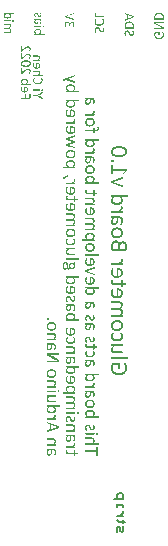
<source format=gbo>
G04*
G04 #@! TF.GenerationSoftware,Altium Limited,Altium Designer,21.9.1 (22)*
G04*
G04 Layer_Color=32896*
%FSLAX25Y25*%
%MOIN*%
G70*
G04*
G04 #@! TF.SameCoordinates,351BDD15-2B00-492A-8363-C63AB1A4302F*
G04*
G04*
G04 #@! TF.FilePolarity,Positive*
G04*
G01*
G75*
%ADD13C,0.00500*%
G36*
X156471Y259954D02*
X156493Y259947D01*
X156500Y259940D01*
X156508Y259932D01*
X156522Y259910D01*
X156530Y259880D01*
X156537Y259858D01*
Y259851D01*
X156544Y259806D01*
X156552Y259755D01*
Y259636D01*
X156544Y259584D01*
X156537Y259555D01*
Y259540D01*
X156530Y259503D01*
X156522Y259481D01*
X156515Y259466D01*
Y259459D01*
X156493Y259444D01*
X156471Y259429D01*
X156441Y259422D01*
X156433D01*
X154117Y258622D01*
Y258615D01*
X156426Y257794D01*
X156471Y257771D01*
X156478Y257764D01*
X156485D01*
X156508Y257749D01*
X156515Y257734D01*
X156522Y257720D01*
Y257712D01*
X156530Y257690D01*
X156537Y257660D01*
X156544Y257638D01*
Y257631D01*
X156552Y257586D01*
Y257416D01*
X156544Y257372D01*
X156537Y257335D01*
Y257327D01*
X156530Y257290D01*
X156522Y257261D01*
X156515Y257246D01*
X156508Y257239D01*
X156493Y257224D01*
X156471Y257216D01*
X156456D01*
X156448D01*
X156419Y257224D01*
X156382Y257231D01*
X156360Y257239D01*
X156345Y257246D01*
X153592Y258267D01*
X153555Y258289D01*
X153540Y258304D01*
X153533D01*
X153518Y258326D01*
X153503Y258341D01*
X153496Y258356D01*
X152497Y257964D01*
X152467Y257949D01*
X152445Y257942D01*
X152430D01*
X152423D01*
X152401Y257949D01*
X152393Y257964D01*
X152378Y257971D01*
Y257979D01*
X152356Y258030D01*
X152349Y258045D01*
Y258053D01*
X152341Y258097D01*
X152334Y258141D01*
Y258245D01*
X152341Y258297D01*
Y258334D01*
X152349Y258363D01*
X152356Y258408D01*
X152364Y258423D01*
X152386Y258474D01*
X152415Y258504D01*
X152437Y258519D01*
X152445Y258526D01*
X153496Y258911D01*
X156352Y259940D01*
X156389Y259954D01*
X156426Y259962D01*
X156441D01*
X156448D01*
X156471Y259954D01*
D02*
G37*
G36*
X155272Y256802D02*
X155375Y256787D01*
X155464Y256780D01*
X155538Y256765D01*
X155590Y256750D01*
X155627Y256743D01*
X155642D01*
X155745Y256713D01*
X155834Y256684D01*
X155923Y256647D01*
X155990Y256617D01*
X156049Y256587D01*
X156093Y256558D01*
X156123Y256543D01*
X156130Y256536D01*
X156204Y256484D01*
X156271Y256425D01*
X156330Y256365D01*
X156382Y256306D01*
X156419Y256254D01*
X156448Y256210D01*
X156463Y256180D01*
X156471Y256173D01*
X156515Y256084D01*
X156544Y255995D01*
X156567Y255907D01*
X156581Y255825D01*
X156589Y255751D01*
X156596Y255692D01*
Y255640D01*
X156589Y255551D01*
X156581Y255470D01*
X156574Y255440D01*
Y255418D01*
X156567Y255403D01*
Y255396D01*
X156544Y255307D01*
X156515Y255233D01*
X156508Y255204D01*
X156493Y255181D01*
X156485Y255167D01*
Y255159D01*
X156441Y255078D01*
X156389Y255004D01*
X156367Y254974D01*
X156352Y254952D01*
X156345Y254937D01*
X156337Y254930D01*
X156263Y254841D01*
X156197Y254767D01*
X156167Y254730D01*
X156145Y254708D01*
X156130Y254693D01*
X156123Y254686D01*
X157847D01*
X157877Y254678D01*
X157884Y254671D01*
X157913Y254641D01*
X157921Y254634D01*
Y254626D01*
X157928Y254604D01*
X157936Y254575D01*
X157943Y254552D01*
Y254545D01*
X157950Y254508D01*
Y254323D01*
X157943Y254293D01*
Y254286D01*
X157936Y254256D01*
X157928Y254234D01*
X157921Y254219D01*
Y254212D01*
X157899Y254182D01*
X157891Y254168D01*
X157884D01*
X157862Y254160D01*
X157854D01*
X157847D01*
X153570D01*
X153533Y254168D01*
X153525D01*
X153518D01*
X153510Y254175D01*
X153503Y254190D01*
X153496Y254197D01*
Y254205D01*
X153488Y254256D01*
X153481Y254271D01*
Y254279D01*
X153473Y254316D01*
Y254434D01*
X153481Y254464D01*
Y254493D01*
X153488Y254523D01*
Y254545D01*
X153496Y254560D01*
Y254567D01*
X153503Y254589D01*
X153510Y254597D01*
X153525Y254604D01*
X153555Y254619D01*
X153570D01*
X153925D01*
X153836Y254708D01*
X153762Y254782D01*
X153733Y254811D01*
X153710Y254834D01*
X153703Y254848D01*
X153695Y254856D01*
X153636Y254945D01*
X153592Y255019D01*
X153570Y255041D01*
X153555Y255063D01*
X153548Y255078D01*
Y255085D01*
X153510Y255167D01*
X153488Y255241D01*
X153481Y255263D01*
X153473Y255285D01*
X153466Y255300D01*
Y255307D01*
X153451Y255396D01*
X153444Y255485D01*
X153437Y255514D01*
Y255566D01*
X153444Y255677D01*
X153451Y255773D01*
X153473Y255862D01*
X153496Y255944D01*
X153510Y256003D01*
X153533Y256055D01*
X153540Y256084D01*
X153548Y256092D01*
X153592Y256173D01*
X153644Y256254D01*
X153695Y256321D01*
X153747Y256380D01*
X153792Y256425D01*
X153829Y256454D01*
X153858Y256476D01*
X153866Y256484D01*
X153947Y256536D01*
X154036Y256587D01*
X154125Y256624D01*
X154199Y256661D01*
X154273Y256684D01*
X154324Y256706D01*
X154361Y256721D01*
X154376D01*
X154487Y256750D01*
X154606Y256772D01*
X154717Y256787D01*
X154828Y256802D01*
X154917D01*
X154983Y256809D01*
X155013D01*
X155035D01*
X155042D01*
X155050D01*
X155168D01*
X155272Y256802D01*
D02*
G37*
G36*
X162137Y252325D02*
X162219Y252310D01*
X162285Y252303D01*
X162345Y252288D01*
X162382Y252273D01*
X162411Y252266D01*
X162419D01*
X162493Y252244D01*
X162559Y252214D01*
X162618Y252177D01*
X162670Y252147D01*
X162707Y252118D01*
X162737Y252096D01*
X162752Y252081D01*
X162759Y252073D01*
X162803Y252022D01*
X162848Y251962D01*
X162914Y251844D01*
X162937Y251792D01*
X162951Y251755D01*
X162966Y251726D01*
Y251718D01*
X162988Y251637D01*
X163011Y251548D01*
X163025Y251459D01*
X163033Y251378D01*
X163040Y251304D01*
Y251193D01*
X163033Y251074D01*
X163025Y251015D01*
Y250971D01*
X163018Y250926D01*
X163011Y250897D01*
X163003Y250875D01*
Y250867D01*
X162981Y250749D01*
X162966Y250697D01*
X162959Y250653D01*
X162944Y250616D01*
X162937Y250586D01*
X162929Y250571D01*
Y250564D01*
X162892Y250468D01*
X162863Y250394D01*
X162848Y250364D01*
X162833Y250342D01*
X162826Y250327D01*
Y250320D01*
X162789Y250253D01*
X162759Y250209D01*
X162737Y250179D01*
X162729Y250172D01*
X162700Y250149D01*
X162670Y250135D01*
X162648Y250120D01*
X162641D01*
X162604Y250112D01*
X162559D01*
X162530D01*
X162522D01*
X162515D01*
X162485D01*
X162456D01*
X162433D01*
X162426D01*
X162382Y250127D01*
X162367Y250135D01*
X162359D01*
X162330Y250157D01*
X162322Y250164D01*
X162315Y250201D01*
Y250216D01*
X162322Y250246D01*
X162337Y250283D01*
X162352Y250312D01*
X162359Y250327D01*
X162396Y250394D01*
X162426Y250460D01*
X162441Y250482D01*
X162448Y250505D01*
X162456Y250519D01*
Y250527D01*
X162500Y250616D01*
X162530Y250704D01*
X162544Y250741D01*
X162552Y250771D01*
X162559Y250786D01*
Y250793D01*
X162589Y250912D01*
X162604Y251030D01*
X162611Y251074D01*
Y251148D01*
X162604Y251274D01*
X162596Y251326D01*
X162589Y251370D01*
X162581Y251400D01*
X162574Y251430D01*
X162567Y251444D01*
Y251452D01*
X162530Y251533D01*
X162485Y251600D01*
X162448Y251637D01*
X162441Y251652D01*
X162433D01*
X162367Y251703D01*
X162293Y251740D01*
X162263Y251755D01*
X162241Y251763D01*
X162226Y251770D01*
X162219D01*
X162123Y251792D01*
X162026Y251800D01*
X161989Y251807D01*
X161960D01*
X161938D01*
X161930D01*
X161708D01*
Y251289D01*
X161701Y251171D01*
X161693Y251067D01*
X161679Y250978D01*
X161671Y250904D01*
X161656Y250852D01*
X161649Y250815D01*
Y250801D01*
X161627Y250704D01*
X161597Y250616D01*
X161568Y250542D01*
X161538Y250475D01*
X161516Y250423D01*
X161494Y250386D01*
X161479Y250357D01*
X161471Y250349D01*
X161427Y250283D01*
X161375Y250231D01*
X161323Y250179D01*
X161279Y250142D01*
X161235Y250105D01*
X161198Y250083D01*
X161175Y250075D01*
X161168Y250068D01*
X161101Y250038D01*
X161027Y250016D01*
X160961Y249994D01*
X160894Y249987D01*
X160835Y249979D01*
X160791Y249972D01*
X160761D01*
X160754D01*
X160606Y249979D01*
X160546Y249994D01*
X160495Y250009D01*
X160443Y250016D01*
X160413Y250031D01*
X160391Y250038D01*
X160384D01*
X160273Y250098D01*
X160221Y250135D01*
X160184Y250164D01*
X160147Y250194D01*
X160125Y250216D01*
X160110Y250231D01*
X160102Y250238D01*
X160028Y250342D01*
X159977Y250445D01*
X159962Y250482D01*
X159947Y250519D01*
X159940Y250542D01*
Y250549D01*
X159903Y250690D01*
X159895Y250764D01*
X159888Y250823D01*
X159880Y250882D01*
Y250963D01*
X159888Y251060D01*
X159895Y251148D01*
X159910Y251230D01*
X159932Y251304D01*
X159954Y251363D01*
X159969Y251415D01*
X159977Y251444D01*
X159984Y251452D01*
X160028Y251541D01*
X160080Y251615D01*
X160132Y251689D01*
X160184Y251755D01*
X160228Y251800D01*
X160265Y251844D01*
X160287Y251866D01*
X160295Y251874D01*
X160006D01*
X159984Y251881D01*
X159969Y251888D01*
X159954Y251896D01*
X159947Y251918D01*
X159940Y251940D01*
X159932Y251962D01*
Y251970D01*
X159925Y252014D01*
X159917Y252059D01*
Y252155D01*
X159925Y252199D01*
X159932Y252221D01*
Y252229D01*
X159940Y252266D01*
X159947Y252288D01*
X159954Y252295D01*
Y252303D01*
X159969Y252318D01*
X159984Y252332D01*
X159999D01*
X160006D01*
X161952D01*
X162049D01*
X162137Y252325D01*
D02*
G37*
G36*
X157862Y251696D02*
X157869Y251689D01*
X157891Y251659D01*
X157899Y251652D01*
Y251644D01*
X157906Y251622D01*
X157913Y251592D01*
X157921Y251570D01*
Y251563D01*
X157928Y251518D01*
X157936Y251474D01*
Y251378D01*
X157928Y251341D01*
X157921Y251311D01*
Y251304D01*
X157913Y251267D01*
X157906Y251245D01*
X157899Y251230D01*
Y251222D01*
X157884Y251193D01*
X157877Y251178D01*
X157869D01*
X157847Y251171D01*
X157840D01*
X157832D01*
X156160D01*
X156234Y251097D01*
X156300Y251015D01*
X156360Y250949D01*
X156404Y250882D01*
X156441Y250830D01*
X156463Y250786D01*
X156478Y250756D01*
X156485Y250749D01*
X156522Y250667D01*
X156552Y250593D01*
X156567Y250512D01*
X156581Y250445D01*
X156589Y250379D01*
X156596Y250334D01*
Y250290D01*
X156589Y250179D01*
X156581Y250075D01*
X156559Y249987D01*
X156537Y249905D01*
X156515Y249839D01*
X156500Y249794D01*
X156485Y249757D01*
X156478Y249750D01*
X156433Y249668D01*
X156382Y249594D01*
X156330Y249528D01*
X156271Y249469D01*
X156226Y249424D01*
X156189Y249395D01*
X156160Y249372D01*
X156152Y249365D01*
X156071Y249313D01*
X155982Y249261D01*
X155901Y249224D01*
X155819Y249187D01*
X155745Y249165D01*
X155693Y249143D01*
X155657Y249136D01*
X155642Y249128D01*
X155412Y249084D01*
X155301Y249069D01*
X155198Y249062D01*
X155109D01*
X155035Y249054D01*
X154990D01*
X154983D01*
X154976D01*
X154857D01*
X154754Y249062D01*
X154650Y249076D01*
X154561Y249084D01*
X154487Y249099D01*
X154428Y249106D01*
X154391Y249113D01*
X154376D01*
X154273Y249143D01*
X154184Y249173D01*
X154095Y249210D01*
X154028Y249239D01*
X153969Y249269D01*
X153925Y249291D01*
X153895Y249306D01*
X153888Y249313D01*
X153814Y249372D01*
X153747Y249432D01*
X153688Y249491D01*
X153644Y249550D01*
X153607Y249602D01*
X153577Y249639D01*
X153562Y249668D01*
X153555Y249676D01*
X153518Y249765D01*
X153488Y249861D01*
X153466Y249950D01*
X153451Y250038D01*
X153444Y250112D01*
X153437Y250172D01*
Y250223D01*
X153444Y250327D01*
X153459Y250431D01*
X153481Y250519D01*
X153503Y250601D01*
X153525Y250667D01*
X153548Y250712D01*
X153562Y250749D01*
X153570Y250756D01*
X153629Y250845D01*
X153688Y250934D01*
X153755Y251015D01*
X153814Y251082D01*
X153873Y251141D01*
X153918Y251193D01*
X153947Y251222D01*
X153955Y251230D01*
X153570D01*
X153540Y251237D01*
X153533D01*
X153525D01*
X153503Y251267D01*
X153496Y251274D01*
Y251282D01*
X153488Y251333D01*
X153481Y251348D01*
Y251356D01*
X153473Y251393D01*
Y251511D01*
X153481Y251548D01*
Y251578D01*
X153488Y251607D01*
Y251629D01*
X153496Y251637D01*
Y251644D01*
X153510Y251681D01*
X153518Y251689D01*
X153555Y251703D01*
X153562D01*
X153570D01*
X157832D01*
X157862Y251696D01*
D02*
G37*
G36*
X162811Y248070D02*
X162818D01*
X162848D01*
X162870D01*
X162877Y248063D01*
X162885D01*
X162914D01*
X162922Y248055D01*
X162944Y248040D01*
X162951Y248033D01*
Y248026D01*
X162966Y248011D01*
X162974Y247989D01*
X162981Y247966D01*
Y247959D01*
X162996Y247922D01*
X163003Y247892D01*
X163011Y247863D01*
Y247855D01*
X163018Y247818D01*
X163025Y247781D01*
X163033Y247759D01*
Y247752D01*
X163040Y247715D01*
Y247656D01*
X163033Y247589D01*
X163025Y247530D01*
X163018Y247485D01*
X163011Y247478D01*
Y247471D01*
X162988Y247404D01*
X162959Y247345D01*
X162929Y247300D01*
X162922Y247293D01*
Y247286D01*
X162870Y247219D01*
X162818Y247160D01*
X162774Y247108D01*
X162759Y247101D01*
X162752Y247093D01*
X162663Y247012D01*
X162574Y246945D01*
X162530Y246916D01*
X162500Y246893D01*
X162478Y246879D01*
X162470Y246871D01*
X162892D01*
X162929Y246864D01*
X162937Y246856D01*
X162951Y246849D01*
X162959Y246834D01*
X162966Y246827D01*
Y246819D01*
X162974Y246797D01*
X162981Y246775D01*
X162988Y246753D01*
Y246745D01*
X162996Y246708D01*
Y246546D01*
X162988Y246523D01*
Y246516D01*
X162981Y246486D01*
X162974Y246464D01*
X162966Y246449D01*
Y246442D01*
X162959Y246427D01*
X162944Y246412D01*
X162937Y246405D01*
X162907Y246398D01*
X162900D01*
X162892D01*
X160014D01*
X159984Y246405D01*
X159969D01*
X159947Y246435D01*
X159940Y246442D01*
Y246449D01*
X159932Y246501D01*
X159925Y246516D01*
Y246523D01*
X159917Y246568D01*
Y246708D01*
X159925Y246753D01*
Y246782D01*
X159932Y246819D01*
Y246842D01*
X159940Y246856D01*
Y246864D01*
X159962Y246901D01*
X159969Y246908D01*
X159999Y246923D01*
X160006D01*
X160014D01*
X161908D01*
X162026Y247004D01*
X162078Y247034D01*
X162123Y247064D01*
X162160Y247086D01*
X162182Y247108D01*
X162197Y247115D01*
X162204Y247123D01*
X162285Y247189D01*
X162352Y247249D01*
X162389Y247286D01*
X162404Y247300D01*
X162448Y247367D01*
X162485Y247419D01*
X162500Y247448D01*
X162507Y247463D01*
X162530Y247522D01*
X162537Y247567D01*
X162544Y247604D01*
Y247663D01*
X162537Y247707D01*
X162530Y247737D01*
Y247744D01*
X162522Y247789D01*
X162507Y247818D01*
X162500Y247841D01*
Y247848D01*
X162493Y247878D01*
X162478Y247907D01*
X162470Y247922D01*
Y247929D01*
X162456Y247974D01*
Y247996D01*
X162463Y248026D01*
X162470Y248033D01*
X162500Y248048D01*
X162507Y248055D01*
X162515D01*
X162567Y248070D01*
X162581D01*
X162589D01*
X162626Y248077D01*
X162663D01*
X162692D01*
X162707D01*
X162759D01*
X162789D01*
X162811Y248070D01*
D02*
G37*
G36*
X155435Y248425D02*
X155523Y248418D01*
X155605Y248403D01*
X155671Y248388D01*
X155716Y248381D01*
X155753Y248366D01*
X155760D01*
X155849Y248336D01*
X155930Y248299D01*
X156004Y248262D01*
X156063Y248225D01*
X156115Y248188D01*
X156160Y248159D01*
X156182Y248144D01*
X156189Y248137D01*
X156256Y248077D01*
X156315Y248011D01*
X156367Y247944D01*
X156404Y247885D01*
X156441Y247833D01*
X156463Y247789D01*
X156478Y247752D01*
X156485Y247744D01*
X156522Y247648D01*
X156552Y247552D01*
X156567Y247456D01*
X156581Y247367D01*
X156589Y247286D01*
X156596Y247226D01*
Y247167D01*
X156589Y247049D01*
X156581Y246945D01*
X156559Y246842D01*
X156544Y246760D01*
X156522Y246686D01*
X156500Y246634D01*
X156493Y246605D01*
X156485Y246590D01*
X156441Y246501D01*
X156389Y246412D01*
X156337Y246338D01*
X156286Y246279D01*
X156241Y246227D01*
X156204Y246183D01*
X156175Y246161D01*
X156167Y246153D01*
X156086Y246094D01*
X156004Y246035D01*
X155915Y245991D01*
X155842Y245954D01*
X155768Y245917D01*
X155716Y245894D01*
X155679Y245887D01*
X155664Y245880D01*
X155553Y245850D01*
X155435Y245828D01*
X155324Y245813D01*
X155220Y245806D01*
X155131Y245798D01*
X155057Y245791D01*
X155013D01*
X155005D01*
X154998D01*
X154857Y245798D01*
X154724Y245806D01*
X154606Y245820D01*
X154509Y245835D01*
X154421Y245850D01*
X154361Y245865D01*
X154324Y245880D01*
X154310D01*
X154206Y245917D01*
X154110Y245961D01*
X154028Y246005D01*
X153955Y246050D01*
X153903Y246094D01*
X153858Y246124D01*
X153829Y246146D01*
X153821Y246153D01*
X153755Y246227D01*
X153695Y246301D01*
X153644Y246375D01*
X153607Y246449D01*
X153577Y246509D01*
X153548Y246560D01*
X153540Y246590D01*
X153533Y246605D01*
X153503Y246708D01*
X153481Y246812D01*
X153459Y246916D01*
X153451Y247019D01*
X153444Y247101D01*
X153437Y247167D01*
Y247226D01*
X153444Y247374D01*
Y247441D01*
X153451Y247500D01*
X153459Y247545D01*
Y247582D01*
X153466Y247604D01*
Y247611D01*
X153488Y247737D01*
X153503Y247796D01*
X153510Y247841D01*
X153518Y247878D01*
X153525Y247907D01*
X153533Y247922D01*
Y247929D01*
X153562Y248026D01*
X153585Y248100D01*
X153592Y248122D01*
X153599Y248144D01*
X153607Y248151D01*
Y248159D01*
X153636Y248211D01*
X153651Y248248D01*
X153666Y248262D01*
X153688Y248277D01*
X153695Y248285D01*
X153725Y248299D01*
X153740Y248307D01*
X153784Y248314D01*
X153792D01*
X153799D01*
X153851Y248322D01*
X153866D01*
X153873D01*
X153910D01*
X153947D01*
X153962Y248314D01*
X153969D01*
X154014Y248307D01*
X154021Y248299D01*
X154028D01*
X154058Y248285D01*
X154066Y248277D01*
Y248270D01*
X154080Y248248D01*
Y248233D01*
X154073Y248196D01*
X154066Y248159D01*
X154051Y248129D01*
X154043Y248122D01*
Y248114D01*
X154021Y248055D01*
X153999Y247989D01*
X153977Y247944D01*
X153969Y247929D01*
Y247922D01*
X153940Y247826D01*
X153918Y247737D01*
X153910Y247700D01*
X153903Y247670D01*
X153895Y247648D01*
Y247641D01*
X153881Y247522D01*
X153873Y247404D01*
X153866Y247352D01*
Y247182D01*
X153873Y247101D01*
X153888Y247027D01*
X153903Y246960D01*
X153910Y246908D01*
X153925Y246864D01*
X153932Y246842D01*
Y246834D01*
X153999Y246716D01*
X154028Y246664D01*
X154066Y246627D01*
X154095Y246590D01*
X154117Y246568D01*
X154132Y246553D01*
X154139Y246546D01*
X154251Y246472D01*
X154361Y246420D01*
X154406Y246405D01*
X154443Y246390D01*
X154465Y246383D01*
X154472D01*
X154621Y246361D01*
X154694Y246346D01*
X154761D01*
X154820Y246338D01*
X154865D01*
X154902D01*
X154909D01*
Y248233D01*
X154917Y248292D01*
X154939Y248336D01*
X154954Y248366D01*
X154961Y248373D01*
X155013Y248410D01*
X155072Y248433D01*
X155116Y248440D01*
X155131D01*
X155139D01*
X155235D01*
X155338D01*
X155435Y248425D01*
D02*
G37*
G36*
X156367Y245369D02*
X156374D01*
X156404D01*
X156426D01*
X156433Y245362D01*
X156441D01*
X156471D01*
X156478Y245354D01*
X156500Y245339D01*
X156508Y245332D01*
Y245325D01*
X156522Y245310D01*
X156530Y245288D01*
X156537Y245265D01*
Y245258D01*
X156552Y245221D01*
X156559Y245191D01*
X156567Y245162D01*
Y245154D01*
X156574Y245117D01*
X156581Y245080D01*
X156589Y245058D01*
Y245051D01*
X156596Y245014D01*
Y244955D01*
X156589Y244888D01*
X156581Y244829D01*
X156574Y244784D01*
X156567Y244777D01*
Y244770D01*
X156544Y244703D01*
X156515Y244644D01*
X156485Y244599D01*
X156478Y244592D01*
Y244585D01*
X156426Y244518D01*
X156374Y244459D01*
X156330Y244407D01*
X156315Y244400D01*
X156308Y244392D01*
X156219Y244311D01*
X156130Y244244D01*
X156086Y244215D01*
X156056Y244192D01*
X156034Y244178D01*
X156026Y244170D01*
X156448D01*
X156485Y244163D01*
X156493Y244155D01*
X156508Y244148D01*
X156515Y244133D01*
X156522Y244126D01*
Y244118D01*
X156530Y244096D01*
X156537Y244074D01*
X156544Y244052D01*
Y244044D01*
X156552Y244007D01*
Y243845D01*
X156544Y243822D01*
Y243815D01*
X156537Y243785D01*
X156530Y243763D01*
X156522Y243748D01*
Y243741D01*
X156515Y243726D01*
X156500Y243711D01*
X156493Y243704D01*
X156463Y243697D01*
X156456D01*
X156448D01*
X153570D01*
X153540Y243704D01*
X153525D01*
X153503Y243734D01*
X153496Y243741D01*
Y243748D01*
X153488Y243800D01*
X153481Y243815D01*
Y243822D01*
X153473Y243867D01*
Y244007D01*
X153481Y244052D01*
Y244081D01*
X153488Y244118D01*
Y244141D01*
X153496Y244155D01*
Y244163D01*
X153518Y244200D01*
X153525Y244207D01*
X153555Y244222D01*
X153562D01*
X153570D01*
X155464D01*
X155582Y244303D01*
X155634Y244333D01*
X155679Y244363D01*
X155716Y244385D01*
X155738Y244407D01*
X155753Y244414D01*
X155760Y244422D01*
X155842Y244488D01*
X155908Y244548D01*
X155945Y244585D01*
X155960Y244599D01*
X156004Y244666D01*
X156041Y244718D01*
X156056Y244747D01*
X156063Y244762D01*
X156086Y244821D01*
X156093Y244866D01*
X156100Y244903D01*
Y244962D01*
X156093Y245006D01*
X156086Y245036D01*
Y245043D01*
X156078Y245088D01*
X156063Y245117D01*
X156056Y245140D01*
Y245147D01*
X156049Y245177D01*
X156034Y245206D01*
X156026Y245221D01*
Y245228D01*
X156012Y245273D01*
Y245295D01*
X156019Y245325D01*
X156026Y245332D01*
X156056Y245347D01*
X156063Y245354D01*
X156071D01*
X156123Y245369D01*
X156138D01*
X156145D01*
X156182Y245376D01*
X156219D01*
X156248D01*
X156263D01*
X156315D01*
X156345D01*
X156367Y245369D01*
D02*
G37*
G36*
X161738Y245606D02*
X161849Y245591D01*
X161945Y245576D01*
X162026Y245561D01*
X162086Y245547D01*
X162123Y245539D01*
X162137Y245532D01*
X162241Y245495D01*
X162337Y245450D01*
X162419Y245406D01*
X162493Y245369D01*
X162544Y245325D01*
X162589Y245295D01*
X162618Y245273D01*
X162626Y245265D01*
X162700Y245199D01*
X162759Y245125D01*
X162811Y245051D01*
X162855Y244977D01*
X162885Y244918D01*
X162907Y244866D01*
X162922Y244836D01*
X162929Y244821D01*
X162966Y244718D01*
X162996Y244614D01*
X163011Y244511D01*
X163025Y244414D01*
X163033Y244333D01*
X163040Y244266D01*
Y244207D01*
X163033Y244074D01*
X163025Y243948D01*
X163003Y243845D01*
X162981Y243748D01*
X162959Y243667D01*
X162944Y243615D01*
X162929Y243578D01*
X162922Y243563D01*
X162877Y243467D01*
X162818Y243378D01*
X162766Y243297D01*
X162715Y243230D01*
X162663Y243179D01*
X162626Y243142D01*
X162596Y243112D01*
X162589Y243105D01*
X162507Y243038D01*
X162419Y242986D01*
X162330Y242934D01*
X162256Y242897D01*
X162182Y242868D01*
X162130Y242846D01*
X162093Y242838D01*
X162078Y242831D01*
X161967Y242801D01*
X161849Y242779D01*
X161745Y242764D01*
X161642Y242757D01*
X161553Y242749D01*
X161486Y242742D01*
X161442D01*
X161434D01*
X161427D01*
X161294Y242749D01*
X161175Y242757D01*
X161064Y242772D01*
X160968Y242786D01*
X160887Y242801D01*
X160828Y242809D01*
X160791Y242823D01*
X160776D01*
X160672Y242860D01*
X160576Y242905D01*
X160495Y242942D01*
X160421Y242986D01*
X160369Y243023D01*
X160324Y243053D01*
X160295Y243075D01*
X160287Y243082D01*
X160221Y243156D01*
X160154Y243230D01*
X160102Y243304D01*
X160058Y243371D01*
X160028Y243430D01*
X160006Y243482D01*
X159991Y243512D01*
X159984Y243526D01*
X159947Y243630D01*
X159925Y243734D01*
X159903Y243837D01*
X159895Y243941D01*
X159888Y244022D01*
X159880Y244089D01*
Y244148D01*
X159888Y244281D01*
X159903Y244400D01*
X159917Y244511D01*
X159940Y244599D01*
X159962Y244681D01*
X159984Y244733D01*
X159991Y244770D01*
X159999Y244784D01*
X160051Y244888D01*
X160102Y244977D01*
X160154Y245051D01*
X160213Y245117D01*
X160258Y245169D01*
X160295Y245214D01*
X160324Y245236D01*
X160332Y245243D01*
X160413Y245310D01*
X160502Y245369D01*
X160591Y245413D01*
X160665Y245450D01*
X160739Y245487D01*
X160791Y245510D01*
X160828Y245517D01*
X160842Y245524D01*
X160953Y245554D01*
X161072Y245584D01*
X161175Y245598D01*
X161279Y245606D01*
X161360Y245613D01*
X161427Y245621D01*
X161471D01*
X161479D01*
X161486D01*
X161619D01*
X161738Y245606D01*
D02*
G37*
G36*
X164172Y242520D02*
X164180D01*
X164209Y242513D01*
X164232Y242505D01*
X164246Y242498D01*
X164254D01*
X164291Y242483D01*
X164298Y242476D01*
Y242468D01*
X164313Y242453D01*
X164328Y242424D01*
X164343Y242402D01*
Y242394D01*
X164365Y242342D01*
X164380Y242291D01*
X164394Y242246D01*
Y242224D01*
X164409Y242150D01*
X164417Y242076D01*
Y241921D01*
X164409Y241847D01*
X164394Y241773D01*
X164387Y241713D01*
X164372Y241662D01*
X164357Y241625D01*
X164350Y241602D01*
Y241595D01*
X164291Y241477D01*
X164254Y241432D01*
X164224Y241388D01*
X164195Y241351D01*
X164165Y241329D01*
X164150Y241314D01*
X164143Y241306D01*
X164091Y241269D01*
X164032Y241232D01*
X163913Y241181D01*
X163862Y241158D01*
X163825Y241151D01*
X163795Y241136D01*
X163788D01*
X163706Y241121D01*
X163617Y241107D01*
X163529Y241099D01*
X163455Y241092D01*
X163381Y241084D01*
X163329D01*
X163292D01*
X163277D01*
X162981D01*
Y240670D01*
X162974Y240640D01*
X162966Y240633D01*
Y240626D01*
X162937Y240603D01*
X162929Y240596D01*
X162922D01*
X162900Y240589D01*
X162877Y240581D01*
X162863Y240574D01*
X162855D01*
X162826D01*
X162796D01*
X162766D01*
X162759D01*
X162685Y240581D01*
X162633Y240589D01*
X162596Y240596D01*
X162589D01*
X162567Y240618D01*
X162552Y240640D01*
X162544Y240663D01*
Y241084D01*
X160014D01*
X159984Y241092D01*
X159969D01*
X159947Y241121D01*
X159940Y241129D01*
Y241136D01*
X159932Y241158D01*
Y241188D01*
X159925Y241210D01*
Y241218D01*
X159917Y241262D01*
Y241403D01*
X159925Y241440D01*
Y241477D01*
X159932Y241514D01*
Y241536D01*
X159940Y241551D01*
Y241558D01*
X159962Y241595D01*
X159969Y241602D01*
X159999Y241617D01*
X160006D01*
X160014D01*
X162544D01*
Y242254D01*
X162552Y242291D01*
X162567Y242313D01*
X162581Y242328D01*
X162589Y242335D01*
X162641Y242350D01*
X162692Y242365D01*
X162737D01*
X162752D01*
X162759D01*
X162796D01*
X162833Y242357D01*
X162848Y242350D01*
X162855D01*
X162885Y242342D01*
X162907Y242335D01*
X162914Y242328D01*
X162922D01*
X162959Y242305D01*
X162966Y242298D01*
X162981Y242268D01*
Y241617D01*
X163292D01*
X163418Y241625D01*
X163469D01*
X163514Y241632D01*
X163551D01*
X163580Y241639D01*
X163595D01*
X163603D01*
X163691Y241662D01*
X163758Y241684D01*
X163802Y241699D01*
X163817Y241706D01*
X163869Y241750D01*
X163906Y241795D01*
X163928Y241824D01*
X163936Y241839D01*
X163965Y241906D01*
X163973Y241980D01*
X163980Y242002D01*
Y242106D01*
X163973Y242157D01*
X163965Y242187D01*
Y242194D01*
X163950Y242239D01*
X163943Y242276D01*
X163936Y242298D01*
X163928Y242305D01*
X163921Y242342D01*
X163906Y242372D01*
X163899Y242387D01*
Y242394D01*
X163884Y242439D01*
Y242453D01*
X163891Y242476D01*
Y242483D01*
X163906Y242498D01*
X163921Y242505D01*
X163958Y242513D01*
X163973Y242520D01*
X163980D01*
X164010Y242527D01*
X164039D01*
X164069D01*
X164076D01*
X164121D01*
X164150D01*
X164172Y242520D01*
D02*
G37*
G36*
X155435Y242883D02*
X155523Y242875D01*
X155605Y242860D01*
X155671Y242846D01*
X155716Y242838D01*
X155753Y242823D01*
X155760D01*
X155849Y242794D01*
X155930Y242757D01*
X156004Y242720D01*
X156063Y242683D01*
X156115Y242646D01*
X156160Y242616D01*
X156182Y242601D01*
X156189Y242594D01*
X156256Y242535D01*
X156315Y242468D01*
X156367Y242402D01*
X156404Y242342D01*
X156441Y242291D01*
X156463Y242246D01*
X156478Y242209D01*
X156485Y242202D01*
X156522Y242106D01*
X156552Y242009D01*
X156567Y241913D01*
X156581Y241824D01*
X156589Y241743D01*
X156596Y241684D01*
Y241625D01*
X156589Y241506D01*
X156581Y241403D01*
X156559Y241299D01*
X156544Y241218D01*
X156522Y241144D01*
X156500Y241092D01*
X156493Y241062D01*
X156485Y241047D01*
X156441Y240959D01*
X156389Y240870D01*
X156337Y240796D01*
X156286Y240737D01*
X156241Y240685D01*
X156204Y240640D01*
X156175Y240618D01*
X156167Y240611D01*
X156086Y240552D01*
X156004Y240492D01*
X155915Y240448D01*
X155842Y240411D01*
X155768Y240374D01*
X155716Y240352D01*
X155679Y240344D01*
X155664Y240337D01*
X155553Y240307D01*
X155435Y240285D01*
X155324Y240270D01*
X155220Y240263D01*
X155131Y240256D01*
X155057Y240248D01*
X155013D01*
X155005D01*
X154998D01*
X154857Y240256D01*
X154724Y240263D01*
X154606Y240278D01*
X154509Y240293D01*
X154421Y240307D01*
X154361Y240322D01*
X154324Y240337D01*
X154310D01*
X154206Y240374D01*
X154110Y240418D01*
X154028Y240463D01*
X153955Y240507D01*
X153903Y240552D01*
X153858Y240581D01*
X153829Y240603D01*
X153821Y240611D01*
X153755Y240685D01*
X153695Y240759D01*
X153644Y240833D01*
X153607Y240907D01*
X153577Y240966D01*
X153548Y241018D01*
X153540Y241047D01*
X153533Y241062D01*
X153503Y241166D01*
X153481Y241269D01*
X153459Y241373D01*
X153451Y241477D01*
X153444Y241558D01*
X153437Y241625D01*
Y241684D01*
X153444Y241832D01*
Y241898D01*
X153451Y241958D01*
X153459Y242002D01*
Y242039D01*
X153466Y242061D01*
Y242069D01*
X153488Y242194D01*
X153503Y242254D01*
X153510Y242298D01*
X153518Y242335D01*
X153525Y242365D01*
X153533Y242379D01*
Y242387D01*
X153562Y242483D01*
X153585Y242557D01*
X153592Y242579D01*
X153599Y242601D01*
X153607Y242609D01*
Y242616D01*
X153636Y242668D01*
X153651Y242705D01*
X153666Y242720D01*
X153688Y242735D01*
X153695Y242742D01*
X153725Y242757D01*
X153740Y242764D01*
X153784Y242772D01*
X153792D01*
X153799D01*
X153851Y242779D01*
X153866D01*
X153873D01*
X153910D01*
X153947D01*
X153962Y242772D01*
X153969D01*
X154014Y242764D01*
X154021Y242757D01*
X154028D01*
X154058Y242742D01*
X154066Y242735D01*
Y242727D01*
X154080Y242705D01*
Y242690D01*
X154073Y242653D01*
X154066Y242616D01*
X154051Y242587D01*
X154043Y242579D01*
Y242572D01*
X154021Y242513D01*
X153999Y242446D01*
X153977Y242402D01*
X153969Y242387D01*
Y242379D01*
X153940Y242283D01*
X153918Y242194D01*
X153910Y242157D01*
X153903Y242128D01*
X153895Y242106D01*
Y242098D01*
X153881Y241980D01*
X153873Y241861D01*
X153866Y241810D01*
Y241639D01*
X153873Y241558D01*
X153888Y241484D01*
X153903Y241417D01*
X153910Y241366D01*
X153925Y241321D01*
X153932Y241299D01*
Y241292D01*
X153999Y241173D01*
X154028Y241121D01*
X154066Y241084D01*
X154095Y241047D01*
X154117Y241025D01*
X154132Y241010D01*
X154139Y241003D01*
X154251Y240929D01*
X154361Y240877D01*
X154406Y240862D01*
X154443Y240848D01*
X154465Y240840D01*
X154472D01*
X154621Y240818D01*
X154694Y240803D01*
X154761D01*
X154820Y240796D01*
X154865D01*
X154902D01*
X154909D01*
Y242690D01*
X154917Y242749D01*
X154939Y242794D01*
X154954Y242823D01*
X154961Y242831D01*
X155013Y242868D01*
X155072Y242890D01*
X155116Y242897D01*
X155131D01*
X155139D01*
X155235D01*
X155338D01*
X155435Y242883D01*
D02*
G37*
G36*
X164306Y238480D02*
X164313Y238472D01*
X164335Y238443D01*
X164343Y238435D01*
Y238428D01*
X164350Y238406D01*
X164357Y238376D01*
X164365Y238354D01*
Y238346D01*
X164372Y238302D01*
X164380Y238258D01*
Y238161D01*
X164372Y238124D01*
X164365Y238095D01*
Y238087D01*
X164357Y238050D01*
X164350Y238028D01*
X164343Y238013D01*
Y238006D01*
X164328Y237976D01*
X164320Y237962D01*
X164313D01*
X164291Y237954D01*
X164283D01*
X164276D01*
X162604D01*
X162678Y237880D01*
X162744Y237799D01*
X162803Y237732D01*
X162848Y237666D01*
X162885Y237614D01*
X162907Y237569D01*
X162922Y237540D01*
X162929Y237532D01*
X162966Y237451D01*
X162996Y237377D01*
X163011Y237296D01*
X163025Y237229D01*
X163033Y237162D01*
X163040Y237118D01*
Y237074D01*
X163033Y236963D01*
X163025Y236859D01*
X163003Y236770D01*
X162981Y236689D01*
X162959Y236622D01*
X162944Y236578D01*
X162929Y236541D01*
X162922Y236533D01*
X162877Y236452D01*
X162826Y236378D01*
X162774Y236311D01*
X162715Y236252D01*
X162670Y236208D01*
X162633Y236178D01*
X162604Y236156D01*
X162596Y236149D01*
X162515Y236097D01*
X162426Y236045D01*
X162345Y236008D01*
X162263Y235971D01*
X162189Y235949D01*
X162137Y235927D01*
X162100Y235919D01*
X162086Y235912D01*
X161856Y235867D01*
X161745Y235853D01*
X161642Y235845D01*
X161553D01*
X161479Y235838D01*
X161434D01*
X161427D01*
X161420D01*
X161301D01*
X161198Y235845D01*
X161094Y235860D01*
X161005Y235867D01*
X160931Y235882D01*
X160872Y235890D01*
X160835Y235897D01*
X160820D01*
X160717Y235927D01*
X160628Y235956D01*
X160539Y235993D01*
X160472Y236023D01*
X160413Y236052D01*
X160369Y236075D01*
X160339Y236089D01*
X160332Y236097D01*
X160258Y236156D01*
X160191Y236215D01*
X160132Y236274D01*
X160088Y236334D01*
X160051Y236385D01*
X160021Y236422D01*
X160006Y236452D01*
X159999Y236459D01*
X159962Y236548D01*
X159932Y236644D01*
X159910Y236733D01*
X159895Y236822D01*
X159888Y236896D01*
X159880Y236955D01*
Y237007D01*
X159888Y237111D01*
X159903Y237214D01*
X159925Y237303D01*
X159947Y237384D01*
X159969Y237451D01*
X159991Y237495D01*
X160006Y237532D01*
X160014Y237540D01*
X160073Y237629D01*
X160132Y237717D01*
X160199Y237799D01*
X160258Y237865D01*
X160317Y237925D01*
X160361Y237976D01*
X160391Y238006D01*
X160398Y238013D01*
X160014D01*
X159984Y238021D01*
X159977D01*
X159969D01*
X159947Y238050D01*
X159940Y238058D01*
Y238065D01*
X159932Y238117D01*
X159925Y238132D01*
Y238139D01*
X159917Y238176D01*
Y238295D01*
X159925Y238332D01*
Y238361D01*
X159932Y238391D01*
Y238413D01*
X159940Y238420D01*
Y238428D01*
X159954Y238465D01*
X159962Y238472D01*
X159999Y238487D01*
X160006D01*
X160014D01*
X164276D01*
X164306Y238480D01*
D02*
G37*
G36*
X156493Y239775D02*
X156500Y239767D01*
X156522Y239738D01*
X156530Y239730D01*
Y239723D01*
X156537Y239701D01*
X156544Y239678D01*
Y239656D01*
X156552Y239619D01*
Y239434D01*
X156544Y239405D01*
Y239397D01*
X156537Y239360D01*
X156530Y239338D01*
X156522Y239323D01*
Y239316D01*
X156508Y239286D01*
X156500Y239271D01*
X156493D01*
X156463Y239257D01*
X156456Y239249D01*
X156448D01*
X154066Y238561D01*
X154043D01*
X154066Y238554D01*
X156456Y237865D01*
X156485Y237851D01*
X156493Y237843D01*
X156508Y237836D01*
X156515Y237821D01*
X156522Y237814D01*
Y237806D01*
X156530Y237784D01*
X156537Y237754D01*
X156544Y237732D01*
Y237725D01*
X156552Y237688D01*
Y237503D01*
X156544Y237473D01*
Y237466D01*
X156537Y237436D01*
X156530Y237414D01*
X156522Y237399D01*
Y237392D01*
X156508Y237362D01*
X156500Y237347D01*
X156493D01*
X156463Y237333D01*
X156456Y237325D01*
X156448D01*
X154066Y236689D01*
X154043D01*
X154066Y236681D01*
X156448Y235986D01*
X156485Y235971D01*
X156493Y235964D01*
X156515Y235934D01*
X156522Y235927D01*
Y235919D01*
X156530Y235897D01*
X156537Y235867D01*
X156544Y235845D01*
Y235838D01*
X156552Y235793D01*
Y235608D01*
X156544Y235579D01*
Y235534D01*
X156537Y235512D01*
X156530Y235497D01*
Y235490D01*
X156515Y235460D01*
X156508Y235446D01*
X156500D01*
X156471Y235431D01*
X156463D01*
X156456D01*
X156419Y235438D01*
X156404D01*
X156396D01*
X156352Y235453D01*
X156330Y235460D01*
X156323D01*
X153585Y236304D01*
X153548Y236319D01*
X153540Y236326D01*
X153533D01*
X153503Y236363D01*
X153496Y236378D01*
Y236385D01*
X153488Y236422D01*
Y236452D01*
X153481Y236482D01*
Y236489D01*
X153473Y236541D01*
Y236718D01*
X153481Y236770D01*
Y236815D01*
X153488Y236859D01*
Y236889D01*
X153496Y236911D01*
Y236918D01*
X153503Y236948D01*
X153510Y236970D01*
X153525Y236977D01*
Y236985D01*
X153562Y237007D01*
X153577Y237014D01*
X153585D01*
X155679Y237577D01*
X155708Y237584D01*
X155679Y237592D01*
X153585Y238191D01*
X153548Y238206D01*
X153540Y238221D01*
X153533D01*
X153503Y238258D01*
X153496Y238272D01*
Y238280D01*
X153488Y238309D01*
Y238346D01*
X153481Y238376D01*
Y238383D01*
X153473Y238443D01*
Y238620D01*
X153481Y238665D01*
Y238709D01*
X153488Y238753D01*
Y238783D01*
X153496Y238805D01*
Y238813D01*
X153510Y238857D01*
X153525Y238864D01*
Y238872D01*
X153562Y238894D01*
X153577Y238901D01*
X153585D01*
X156323Y239752D01*
X156352Y239760D01*
X156374Y239767D01*
X156389Y239775D01*
X156396D01*
X156441Y239782D01*
X156448D01*
X156456D01*
X156493Y239775D01*
D02*
G37*
G36*
X162811Y235409D02*
X162818D01*
X162848D01*
X162870D01*
X162877Y235401D01*
X162885D01*
X162914D01*
X162922Y235394D01*
X162944Y235379D01*
X162951Y235372D01*
Y235364D01*
X162966Y235349D01*
X162974Y235327D01*
X162981Y235305D01*
Y235298D01*
X162996Y235261D01*
X163003Y235231D01*
X163011Y235201D01*
Y235194D01*
X163018Y235157D01*
X163025Y235120D01*
X163033Y235098D01*
Y235090D01*
X163040Y235053D01*
Y234994D01*
X163033Y234928D01*
X163025Y234868D01*
X163018Y234824D01*
X163011Y234817D01*
Y234809D01*
X162988Y234743D01*
X162959Y234683D01*
X162929Y234639D01*
X162922Y234632D01*
Y234624D01*
X162870Y234558D01*
X162818Y234498D01*
X162774Y234447D01*
X162759Y234439D01*
X162752Y234432D01*
X162663Y234350D01*
X162574Y234284D01*
X162530Y234254D01*
X162500Y234232D01*
X162478Y234217D01*
X162470Y234210D01*
X162892D01*
X162929Y234202D01*
X162937Y234195D01*
X162951Y234188D01*
X162959Y234173D01*
X162966Y234165D01*
Y234158D01*
X162974Y234136D01*
X162981Y234114D01*
X162988Y234091D01*
Y234084D01*
X162996Y234047D01*
Y233884D01*
X162988Y233862D01*
Y233855D01*
X162981Y233825D01*
X162974Y233803D01*
X162966Y233788D01*
Y233781D01*
X162959Y233766D01*
X162944Y233751D01*
X162937Y233744D01*
X162907Y233736D01*
X162900D01*
X162892D01*
X160014D01*
X159984Y233744D01*
X159969D01*
X159947Y233773D01*
X159940Y233781D01*
Y233788D01*
X159932Y233840D01*
X159925Y233855D01*
Y233862D01*
X159917Y233906D01*
Y234047D01*
X159925Y234091D01*
Y234121D01*
X159932Y234158D01*
Y234180D01*
X159940Y234195D01*
Y234202D01*
X159962Y234239D01*
X159969Y234247D01*
X159999Y234262D01*
X160006D01*
X160014D01*
X161908D01*
X162026Y234343D01*
X162078Y234373D01*
X162123Y234402D01*
X162160Y234424D01*
X162182Y234447D01*
X162197Y234454D01*
X162204Y234461D01*
X162285Y234528D01*
X162352Y234587D01*
X162389Y234624D01*
X162404Y234639D01*
X162448Y234706D01*
X162485Y234757D01*
X162500Y234787D01*
X162507Y234802D01*
X162530Y234861D01*
X162537Y234905D01*
X162544Y234942D01*
Y235002D01*
X162537Y235046D01*
X162530Y235076D01*
Y235083D01*
X162522Y235127D01*
X162507Y235157D01*
X162500Y235179D01*
Y235187D01*
X162493Y235216D01*
X162478Y235246D01*
X162470Y235261D01*
Y235268D01*
X162456Y235312D01*
Y235335D01*
X162463Y235364D01*
X162470Y235372D01*
X162500Y235386D01*
X162507Y235394D01*
X162515D01*
X162567Y235409D01*
X162581D01*
X162589D01*
X162626Y235416D01*
X162663D01*
X162692D01*
X162707D01*
X162759D01*
X162789D01*
X162811Y235409D01*
D02*
G37*
G36*
X155294Y234965D02*
X155405Y234950D01*
X155501Y234935D01*
X155582Y234920D01*
X155642Y234905D01*
X155679Y234898D01*
X155693Y234891D01*
X155797Y234854D01*
X155893Y234809D01*
X155975Y234765D01*
X156049Y234728D01*
X156100Y234683D01*
X156145Y234654D01*
X156175Y234632D01*
X156182Y234624D01*
X156256Y234558D01*
X156315Y234484D01*
X156367Y234410D01*
X156411Y234336D01*
X156441Y234276D01*
X156463Y234225D01*
X156478Y234195D01*
X156485Y234180D01*
X156522Y234077D01*
X156552Y233973D01*
X156567Y233869D01*
X156581Y233773D01*
X156589Y233692D01*
X156596Y233625D01*
Y233566D01*
X156589Y233433D01*
X156581Y233307D01*
X156559Y233203D01*
X156537Y233107D01*
X156515Y233026D01*
X156500Y232974D01*
X156485Y232937D01*
X156478Y232922D01*
X156433Y232826D01*
X156374Y232737D01*
X156323Y232656D01*
X156271Y232589D01*
X156219Y232537D01*
X156182Y232500D01*
X156152Y232471D01*
X156145Y232463D01*
X156063Y232397D01*
X155975Y232345D01*
X155886Y232293D01*
X155812Y232256D01*
X155738Y232227D01*
X155686Y232204D01*
X155649Y232197D01*
X155634Y232190D01*
X155523Y232160D01*
X155405Y232138D01*
X155301Y232123D01*
X155198Y232116D01*
X155109Y232108D01*
X155042Y232101D01*
X154998D01*
X154990D01*
X154983D01*
X154850Y232108D01*
X154732Y232116D01*
X154621Y232130D01*
X154524Y232145D01*
X154443Y232160D01*
X154384Y232167D01*
X154347Y232182D01*
X154332D01*
X154228Y232219D01*
X154132Y232264D01*
X154051Y232301D01*
X153977Y232345D01*
X153925Y232382D01*
X153881Y232412D01*
X153851Y232434D01*
X153843Y232441D01*
X153777Y232515D01*
X153710Y232589D01*
X153658Y232663D01*
X153614Y232730D01*
X153585Y232789D01*
X153562Y232841D01*
X153548Y232870D01*
X153540Y232885D01*
X153503Y232989D01*
X153481Y233092D01*
X153459Y233196D01*
X153451Y233300D01*
X153444Y233381D01*
X153437Y233448D01*
Y233507D01*
X153444Y233640D01*
X153459Y233758D01*
X153473Y233869D01*
X153496Y233958D01*
X153518Y234040D01*
X153540Y234091D01*
X153548Y234128D01*
X153555Y234143D01*
X153607Y234247D01*
X153658Y234336D01*
X153710Y234410D01*
X153770Y234476D01*
X153814Y234528D01*
X153851Y234572D01*
X153881Y234595D01*
X153888Y234602D01*
X153969Y234669D01*
X154058Y234728D01*
X154147Y234772D01*
X154221Y234809D01*
X154295Y234846D01*
X154347Y234868D01*
X154384Y234876D01*
X154399Y234883D01*
X154509Y234913D01*
X154628Y234942D01*
X154732Y234957D01*
X154835Y234965D01*
X154917Y234972D01*
X154983Y234979D01*
X155027D01*
X155035D01*
X155042D01*
X155175D01*
X155294Y234965D01*
D02*
G37*
G36*
X162137Y232759D02*
X162219Y232745D01*
X162285Y232737D01*
X162345Y232722D01*
X162382Y232708D01*
X162411Y232700D01*
X162419D01*
X162493Y232678D01*
X162559Y232648D01*
X162618Y232611D01*
X162670Y232582D01*
X162707Y232552D01*
X162737Y232530D01*
X162752Y232515D01*
X162759Y232508D01*
X162803Y232456D01*
X162848Y232397D01*
X162914Y232278D01*
X162937Y232227D01*
X162951Y232190D01*
X162966Y232160D01*
Y232153D01*
X162988Y232071D01*
X163011Y231982D01*
X163025Y231894D01*
X163033Y231812D01*
X163040Y231738D01*
Y231627D01*
X163033Y231509D01*
X163025Y231450D01*
Y231405D01*
X163018Y231361D01*
X163011Y231331D01*
X163003Y231309D01*
Y231302D01*
X162981Y231183D01*
X162966Y231131D01*
X162959Y231087D01*
X162944Y231050D01*
X162937Y231020D01*
X162929Y231006D01*
Y230998D01*
X162892Y230902D01*
X162863Y230828D01*
X162848Y230798D01*
X162833Y230776D01*
X162826Y230761D01*
Y230754D01*
X162789Y230687D01*
X162759Y230643D01*
X162737Y230613D01*
X162729Y230606D01*
X162700Y230584D01*
X162670Y230569D01*
X162648Y230554D01*
X162641D01*
X162604Y230547D01*
X162559D01*
X162530D01*
X162522D01*
X162515D01*
X162485D01*
X162456D01*
X162433D01*
X162426D01*
X162382Y230562D01*
X162367Y230569D01*
X162359D01*
X162330Y230591D01*
X162322Y230599D01*
X162315Y230636D01*
Y230650D01*
X162322Y230680D01*
X162337Y230717D01*
X162352Y230747D01*
X162359Y230761D01*
X162396Y230828D01*
X162426Y230895D01*
X162441Y230917D01*
X162448Y230939D01*
X162456Y230954D01*
Y230961D01*
X162500Y231050D01*
X162530Y231139D01*
X162544Y231176D01*
X162552Y231205D01*
X162559Y231220D01*
Y231228D01*
X162589Y231346D01*
X162604Y231464D01*
X162611Y231509D01*
Y231583D01*
X162604Y231709D01*
X162596Y231760D01*
X162589Y231805D01*
X162581Y231834D01*
X162574Y231864D01*
X162567Y231879D01*
Y231886D01*
X162530Y231968D01*
X162485Y232034D01*
X162448Y232071D01*
X162441Y232086D01*
X162433D01*
X162367Y232138D01*
X162293Y232175D01*
X162263Y232190D01*
X162241Y232197D01*
X162226Y232204D01*
X162219D01*
X162123Y232227D01*
X162026Y232234D01*
X161989Y232241D01*
X161960D01*
X161938D01*
X161930D01*
X161708D01*
Y231723D01*
X161701Y231605D01*
X161693Y231501D01*
X161679Y231413D01*
X161671Y231339D01*
X161656Y231287D01*
X161649Y231250D01*
Y231235D01*
X161627Y231139D01*
X161597Y231050D01*
X161568Y230976D01*
X161538Y230909D01*
X161516Y230858D01*
X161494Y230821D01*
X161479Y230791D01*
X161471Y230784D01*
X161427Y230717D01*
X161375Y230665D01*
X161323Y230613D01*
X161279Y230576D01*
X161235Y230539D01*
X161198Y230517D01*
X161175Y230510D01*
X161168Y230502D01*
X161101Y230473D01*
X161027Y230451D01*
X160961Y230428D01*
X160894Y230421D01*
X160835Y230414D01*
X160791Y230406D01*
X160761D01*
X160754D01*
X160606Y230414D01*
X160546Y230428D01*
X160495Y230443D01*
X160443Y230451D01*
X160413Y230465D01*
X160391Y230473D01*
X160384D01*
X160273Y230532D01*
X160221Y230569D01*
X160184Y230599D01*
X160147Y230628D01*
X160125Y230650D01*
X160110Y230665D01*
X160102Y230673D01*
X160028Y230776D01*
X159977Y230880D01*
X159962Y230917D01*
X159947Y230954D01*
X159940Y230976D01*
Y230983D01*
X159903Y231124D01*
X159895Y231198D01*
X159888Y231257D01*
X159880Y231316D01*
Y231398D01*
X159888Y231494D01*
X159895Y231583D01*
X159910Y231664D01*
X159932Y231738D01*
X159954Y231797D01*
X159969Y231849D01*
X159977Y231879D01*
X159984Y231886D01*
X160028Y231975D01*
X160080Y232049D01*
X160132Y232123D01*
X160184Y232190D01*
X160228Y232234D01*
X160265Y232278D01*
X160287Y232301D01*
X160295Y232308D01*
X160006D01*
X159984Y232315D01*
X159969Y232323D01*
X159954Y232330D01*
X159947Y232352D01*
X159940Y232375D01*
X159932Y232397D01*
Y232404D01*
X159925Y232449D01*
X159917Y232493D01*
Y232589D01*
X159925Y232634D01*
X159932Y232656D01*
Y232663D01*
X159940Y232700D01*
X159947Y232722D01*
X159954Y232730D01*
Y232737D01*
X159969Y232752D01*
X159984Y232767D01*
X159999D01*
X160006D01*
X161952D01*
X162049D01*
X162137Y232759D01*
D02*
G37*
G36*
X155279Y231501D02*
X155383Y231487D01*
X155472Y231479D01*
X155545Y231464D01*
X155597Y231450D01*
X155634Y231442D01*
X155649D01*
X155753Y231413D01*
X155842Y231383D01*
X155930Y231346D01*
X155997Y231316D01*
X156056Y231287D01*
X156100Y231257D01*
X156130Y231242D01*
X156138Y231235D01*
X156211Y231183D01*
X156278Y231124D01*
X156337Y231065D01*
X156382Y231006D01*
X156419Y230954D01*
X156448Y230917D01*
X156463Y230887D01*
X156471Y230880D01*
X156515Y230791D01*
X156544Y230702D01*
X156567Y230613D01*
X156581Y230525D01*
X156589Y230451D01*
X156596Y230391D01*
Y230340D01*
X156589Y230236D01*
X156581Y230147D01*
X156574Y230118D01*
X156567Y230088D01*
X156559Y230073D01*
Y230066D01*
X156530Y229977D01*
X156493Y229896D01*
X156478Y229859D01*
X156471Y229836D01*
X156456Y229822D01*
Y229814D01*
X156404Y229725D01*
X156352Y229651D01*
X156330Y229614D01*
X156308Y229592D01*
X156300Y229577D01*
X156293Y229570D01*
X156219Y229481D01*
X156145Y229400D01*
X156108Y229370D01*
X156086Y229341D01*
X156071Y229326D01*
X156063Y229318D01*
X156448D01*
X156485Y229311D01*
X156493Y229304D01*
X156508Y229296D01*
X156515Y229281D01*
X156522Y229274D01*
Y229267D01*
X156537Y229222D01*
X156544Y229200D01*
Y229193D01*
X156552Y229163D01*
Y229008D01*
X156544Y228985D01*
Y228978D01*
X156537Y228948D01*
X156530Y228926D01*
X156522Y228911D01*
Y228904D01*
X156515Y228889D01*
X156508Y228874D01*
X156500Y228867D01*
X156493D01*
X156463Y228860D01*
X156456D01*
X156448D01*
X152437D01*
X152408Y228867D01*
X152401D01*
X152371Y228897D01*
X152364Y228904D01*
Y228911D01*
X152349Y228963D01*
X152341Y228978D01*
Y228985D01*
X152334Y229030D01*
Y229170D01*
X152341Y229215D01*
Y229244D01*
X152349Y229281D01*
X152356Y229304D01*
X152364Y229318D01*
Y229326D01*
X152386Y229363D01*
X152401Y229370D01*
X152423Y229385D01*
X152437D01*
X153873D01*
X153792Y229466D01*
X153733Y229533D01*
X153710Y229563D01*
X153688Y229585D01*
X153681Y229592D01*
X153673Y229600D01*
X153621Y229674D01*
X153577Y229740D01*
X153548Y229792D01*
X153540Y229799D01*
Y229807D01*
X153510Y229881D01*
X153481Y229947D01*
X153473Y229999D01*
X153466Y230007D01*
Y230014D01*
X153451Y230103D01*
X153444Y230177D01*
X153437Y230214D01*
Y230258D01*
X153444Y230369D01*
X153451Y230465D01*
X153473Y230554D01*
X153496Y230636D01*
X153510Y230702D01*
X153533Y230747D01*
X153540Y230784D01*
X153548Y230791D01*
X153592Y230872D01*
X153644Y230954D01*
X153695Y231020D01*
X153747Y231080D01*
X153792Y231124D01*
X153829Y231154D01*
X153858Y231176D01*
X153866Y231183D01*
X153947Y231235D01*
X154036Y231287D01*
X154125Y231324D01*
X154199Y231361D01*
X154273Y231383D01*
X154324Y231405D01*
X154361Y231420D01*
X154376D01*
X154495Y231450D01*
X154613Y231472D01*
X154724Y231487D01*
X154828Y231501D01*
X154924D01*
X154990Y231509D01*
X155020D01*
X155042D01*
X155050D01*
X155057D01*
X155175D01*
X155279Y231501D01*
D02*
G37*
G36*
X161738Y229807D02*
X161849Y229792D01*
X161945Y229777D01*
X162026Y229762D01*
X162086Y229748D01*
X162123Y229740D01*
X162137Y229733D01*
X162241Y229696D01*
X162337Y229651D01*
X162419Y229607D01*
X162493Y229570D01*
X162544Y229526D01*
X162589Y229496D01*
X162618Y229474D01*
X162626Y229466D01*
X162700Y229400D01*
X162759Y229326D01*
X162811Y229252D01*
X162855Y229178D01*
X162885Y229119D01*
X162907Y229067D01*
X162922Y229037D01*
X162929Y229022D01*
X162966Y228919D01*
X162996Y228815D01*
X163011Y228712D01*
X163025Y228615D01*
X163033Y228534D01*
X163040Y228467D01*
Y228408D01*
X163033Y228275D01*
X163025Y228149D01*
X163003Y228046D01*
X162981Y227949D01*
X162959Y227868D01*
X162944Y227816D01*
X162929Y227779D01*
X162922Y227764D01*
X162877Y227668D01*
X162818Y227579D01*
X162766Y227498D01*
X162715Y227431D01*
X162663Y227380D01*
X162626Y227343D01*
X162596Y227313D01*
X162589Y227306D01*
X162507Y227239D01*
X162419Y227187D01*
X162330Y227135D01*
X162256Y227098D01*
X162182Y227069D01*
X162130Y227047D01*
X162093Y227039D01*
X162078Y227032D01*
X161967Y227002D01*
X161849Y226980D01*
X161745Y226965D01*
X161642Y226958D01*
X161553Y226950D01*
X161486Y226943D01*
X161442D01*
X161434D01*
X161427D01*
X161294Y226950D01*
X161175Y226958D01*
X161064Y226973D01*
X160968Y226987D01*
X160887Y227002D01*
X160828Y227010D01*
X160791Y227024D01*
X160776D01*
X160672Y227061D01*
X160576Y227106D01*
X160495Y227143D01*
X160421Y227187D01*
X160369Y227224D01*
X160324Y227254D01*
X160295Y227276D01*
X160287Y227283D01*
X160221Y227357D01*
X160154Y227431D01*
X160102Y227505D01*
X160058Y227572D01*
X160028Y227631D01*
X160006Y227683D01*
X159991Y227713D01*
X159984Y227727D01*
X159947Y227831D01*
X159925Y227935D01*
X159903Y228038D01*
X159895Y228142D01*
X159888Y228223D01*
X159880Y228290D01*
Y228349D01*
X159888Y228482D01*
X159903Y228601D01*
X159917Y228712D01*
X159940Y228800D01*
X159962Y228882D01*
X159984Y228934D01*
X159991Y228971D01*
X159999Y228985D01*
X160051Y229089D01*
X160102Y229178D01*
X160154Y229252D01*
X160213Y229318D01*
X160258Y229370D01*
X160295Y229415D01*
X160324Y229437D01*
X160332Y229444D01*
X160413Y229511D01*
X160502Y229570D01*
X160591Y229614D01*
X160665Y229651D01*
X160739Y229688D01*
X160791Y229711D01*
X160828Y229718D01*
X160842Y229725D01*
X160953Y229755D01*
X161072Y229785D01*
X161175Y229799D01*
X161279Y229807D01*
X161360Y229814D01*
X161427Y229822D01*
X161471D01*
X161479D01*
X161486D01*
X161619D01*
X161738Y229807D01*
D02*
G37*
G36*
X154051Y226432D02*
X154080Y226425D01*
X154088Y226418D01*
X154125Y226403D01*
X154147Y226388D01*
X154154Y226373D01*
X154162Y226366D01*
X154184Y226336D01*
X154191Y226307D01*
X154199Y226277D01*
Y226270D01*
X154206Y226225D01*
X154214Y226181D01*
Y226077D01*
X154206Y226033D01*
X154199Y226003D01*
Y225996D01*
X154191Y225959D01*
X154176Y225929D01*
X154169Y225907D01*
X154162Y225900D01*
X154139Y225877D01*
X154117Y225855D01*
X154095Y225848D01*
X154088Y225840D01*
X154043Y225833D01*
X153999Y225826D01*
X153969D01*
X153962D01*
X153955D01*
X153540D01*
X152667Y225396D01*
X152637Y225389D01*
X152630D01*
X152608Y225396D01*
X152600Y225404D01*
X152593Y225419D01*
X152585Y225433D01*
X152578Y225448D01*
Y225456D01*
X152571Y225485D01*
Y225589D01*
X152578Y225626D01*
Y225648D01*
X152585Y225678D01*
X152593Y225700D01*
X152600Y225715D01*
Y225722D01*
X152615Y225759D01*
X152630Y225774D01*
X152652Y225803D01*
X152667Y225811D01*
X153325Y226247D01*
X153377Y226284D01*
X153429Y226314D01*
X153459Y226329D01*
X153473Y226336D01*
X153525Y226358D01*
X153570Y226381D01*
X153599Y226388D01*
X153614Y226395D01*
X153673Y226410D01*
X153718Y226418D01*
X153755Y226425D01*
X153770D01*
X153836Y226432D01*
X153895Y226440D01*
X153940D01*
X153947D01*
X153955D01*
X154006D01*
X154051Y226432D01*
D02*
G37*
G36*
X161716Y226344D02*
X161819Y226329D01*
X161908Y226321D01*
X161982Y226307D01*
X162034Y226292D01*
X162071Y226284D01*
X162086D01*
X162189Y226255D01*
X162278Y226225D01*
X162367Y226188D01*
X162433Y226159D01*
X162493Y226129D01*
X162537Y226099D01*
X162567Y226085D01*
X162574Y226077D01*
X162648Y226025D01*
X162715Y225966D01*
X162774Y225907D01*
X162826Y225848D01*
X162863Y225796D01*
X162892Y225752D01*
X162907Y225722D01*
X162914Y225715D01*
X162959Y225626D01*
X162988Y225537D01*
X163011Y225448D01*
X163025Y225367D01*
X163033Y225293D01*
X163040Y225234D01*
Y225182D01*
X163033Y225093D01*
X163025Y225012D01*
X163018Y224982D01*
Y224960D01*
X163011Y224945D01*
Y224938D01*
X162988Y224849D01*
X162959Y224775D01*
X162951Y224745D01*
X162937Y224723D01*
X162929Y224708D01*
Y224701D01*
X162885Y224619D01*
X162833Y224545D01*
X162811Y224516D01*
X162796Y224494D01*
X162789Y224479D01*
X162781Y224471D01*
X162707Y224383D01*
X162641Y224309D01*
X162611Y224272D01*
X162589Y224249D01*
X162574Y224235D01*
X162567Y224227D01*
X164291D01*
X164320Y224220D01*
X164328Y224212D01*
X164357Y224183D01*
X164365Y224175D01*
Y224168D01*
X164372Y224146D01*
X164380Y224116D01*
X164387Y224094D01*
Y224087D01*
X164394Y224050D01*
Y223865D01*
X164387Y223835D01*
Y223828D01*
X164380Y223798D01*
X164372Y223776D01*
X164365Y223761D01*
Y223754D01*
X164343Y223724D01*
X164335Y223709D01*
X164328D01*
X164306Y223702D01*
X164298D01*
X164291D01*
X160014D01*
X159977Y223709D01*
X159969D01*
X159962D01*
X159954Y223717D01*
X159947Y223731D01*
X159940Y223739D01*
Y223746D01*
X159932Y223798D01*
X159925Y223813D01*
Y223820D01*
X159917Y223857D01*
Y223976D01*
X159925Y224005D01*
Y224035D01*
X159932Y224064D01*
Y224087D01*
X159940Y224101D01*
Y224109D01*
X159947Y224131D01*
X159954Y224138D01*
X159969Y224146D01*
X159999Y224161D01*
X160014D01*
X160369D01*
X160280Y224249D01*
X160206Y224323D01*
X160176Y224353D01*
X160154Y224375D01*
X160147Y224390D01*
X160139Y224397D01*
X160080Y224486D01*
X160036Y224560D01*
X160014Y224582D01*
X159999Y224605D01*
X159991Y224619D01*
Y224627D01*
X159954Y224708D01*
X159932Y224782D01*
X159925Y224804D01*
X159917Y224827D01*
X159910Y224841D01*
Y224849D01*
X159895Y224938D01*
X159888Y225026D01*
X159880Y225056D01*
Y225108D01*
X159888Y225219D01*
X159895Y225315D01*
X159917Y225404D01*
X159940Y225485D01*
X159954Y225544D01*
X159977Y225596D01*
X159984Y225626D01*
X159991Y225633D01*
X160036Y225715D01*
X160088Y225796D01*
X160139Y225863D01*
X160191Y225922D01*
X160236Y225966D01*
X160273Y225996D01*
X160302Y226018D01*
X160310Y226025D01*
X160391Y226077D01*
X160480Y226129D01*
X160569Y226166D01*
X160643Y226203D01*
X160717Y226225D01*
X160768Y226247D01*
X160805Y226262D01*
X160820D01*
X160931Y226292D01*
X161050Y226314D01*
X161161Y226329D01*
X161272Y226344D01*
X161360D01*
X161427Y226351D01*
X161457D01*
X161479D01*
X161486D01*
X161494D01*
X161612D01*
X161716Y226344D01*
D02*
G37*
G36*
X156367Y225130D02*
X156374D01*
X156404D01*
X156426D01*
X156433Y225123D01*
X156441D01*
X156471D01*
X156478Y225115D01*
X156500Y225100D01*
X156508Y225093D01*
Y225086D01*
X156522Y225071D01*
X156530Y225049D01*
X156537Y225026D01*
Y225019D01*
X156552Y224982D01*
X156559Y224952D01*
X156567Y224923D01*
Y224915D01*
X156574Y224878D01*
X156581Y224841D01*
X156589Y224819D01*
Y224812D01*
X156596Y224775D01*
Y224716D01*
X156589Y224649D01*
X156581Y224590D01*
X156574Y224545D01*
X156567Y224538D01*
Y224531D01*
X156544Y224464D01*
X156515Y224405D01*
X156485Y224360D01*
X156478Y224353D01*
Y224346D01*
X156426Y224279D01*
X156374Y224220D01*
X156330Y224168D01*
X156315Y224161D01*
X156308Y224153D01*
X156219Y224072D01*
X156130Y224005D01*
X156086Y223976D01*
X156056Y223953D01*
X156034Y223939D01*
X156026Y223931D01*
X156448D01*
X156485Y223924D01*
X156493Y223916D01*
X156508Y223909D01*
X156515Y223894D01*
X156522Y223887D01*
Y223879D01*
X156530Y223857D01*
X156537Y223835D01*
X156544Y223813D01*
Y223805D01*
X156552Y223768D01*
Y223606D01*
X156544Y223583D01*
Y223576D01*
X156537Y223546D01*
X156530Y223524D01*
X156522Y223509D01*
Y223502D01*
X156515Y223487D01*
X156500Y223472D01*
X156493Y223465D01*
X156463Y223458D01*
X156456D01*
X156448D01*
X153570D01*
X153540Y223465D01*
X153525D01*
X153503Y223495D01*
X153496Y223502D01*
Y223509D01*
X153488Y223561D01*
X153481Y223576D01*
Y223583D01*
X153473Y223628D01*
Y223768D01*
X153481Y223813D01*
Y223842D01*
X153488Y223879D01*
Y223902D01*
X153496Y223916D01*
Y223924D01*
X153518Y223961D01*
X153525Y223968D01*
X153555Y223983D01*
X153562D01*
X153570D01*
X155464D01*
X155582Y224064D01*
X155634Y224094D01*
X155679Y224124D01*
X155716Y224146D01*
X155738Y224168D01*
X155753Y224175D01*
X155760Y224183D01*
X155842Y224249D01*
X155908Y224309D01*
X155945Y224346D01*
X155960Y224360D01*
X156004Y224427D01*
X156041Y224479D01*
X156056Y224508D01*
X156063Y224523D01*
X156086Y224582D01*
X156093Y224627D01*
X156100Y224664D01*
Y224723D01*
X156093Y224767D01*
X156086Y224797D01*
Y224804D01*
X156078Y224849D01*
X156063Y224878D01*
X156056Y224901D01*
Y224908D01*
X156049Y224938D01*
X156034Y224967D01*
X156026Y224982D01*
Y224989D01*
X156012Y225034D01*
Y225056D01*
X156019Y225086D01*
X156026Y225093D01*
X156056Y225108D01*
X156063Y225115D01*
X156071D01*
X156123Y225130D01*
X156138D01*
X156145D01*
X156182Y225137D01*
X156219D01*
X156248D01*
X156263D01*
X156315D01*
X156345D01*
X156367Y225130D01*
D02*
G37*
G36*
X162848Y221519D02*
X162855D01*
X162885Y221511D01*
X162907Y221504D01*
X162914Y221497D01*
X162922D01*
X162959Y221474D01*
X162966Y221467D01*
Y221460D01*
X162981Y221430D01*
Y220683D01*
X163662D01*
X163691Y220675D01*
X163699Y220668D01*
X163728Y220638D01*
X163736Y220631D01*
Y220623D01*
X163743Y220601D01*
X163751Y220572D01*
X163758Y220549D01*
Y220542D01*
X163765Y220505D01*
Y220320D01*
X163758Y220290D01*
Y220283D01*
X163751Y220253D01*
X163743Y220231D01*
X163736Y220216D01*
Y220209D01*
X163714Y220179D01*
X163706Y220165D01*
X163699D01*
X163677Y220157D01*
X163669D01*
X163662D01*
X162981D01*
Y219750D01*
X162974Y219721D01*
X162966Y219713D01*
Y219706D01*
X162937Y219676D01*
X162929Y219669D01*
X162922D01*
X162900Y219661D01*
X162877D01*
X162863Y219654D01*
X162855D01*
X162826Y219647D01*
X162796D01*
X162766D01*
X162759D01*
X162685Y219654D01*
X162633Y219661D01*
X162596Y219669D01*
X162589D01*
X162567Y219691D01*
X162552Y219721D01*
X162544Y219743D01*
Y220157D01*
X160857D01*
X160768D01*
X160687Y220165D01*
X160613Y220172D01*
X160554Y220179D01*
X160502Y220187D01*
X160458Y220194D01*
X160435Y220202D01*
X160428D01*
X160302Y220246D01*
X160250Y220268D01*
X160206Y220290D01*
X160169Y220313D01*
X160139Y220335D01*
X160125Y220342D01*
X160117Y220350D01*
X160043Y220431D01*
X159984Y220520D01*
X159962Y220557D01*
X159954Y220586D01*
X159940Y220601D01*
Y220609D01*
X159910Y220734D01*
X159903Y220801D01*
X159895Y220860D01*
X159888Y220912D01*
Y221045D01*
X159895Y221097D01*
X159903Y221127D01*
Y221141D01*
X159910Y221193D01*
X159917Y221238D01*
X159925Y221267D01*
Y221275D01*
X159940Y221319D01*
X159947Y221356D01*
X159954Y221386D01*
Y221393D01*
X159969Y221430D01*
X159984Y221452D01*
X159999Y221460D01*
Y221467D01*
X160021Y221489D01*
X160051Y221504D01*
X160073Y221511D01*
X160080D01*
X160132Y221519D01*
X160176Y221526D01*
X160213D01*
X160228D01*
X160265D01*
X160302D01*
X160317Y221519D01*
X160324D01*
X160369Y221511D01*
X160376Y221504D01*
X160384D01*
X160406Y221489D01*
X160413Y221482D01*
X160428Y221460D01*
Y221452D01*
X160421Y221408D01*
X160413Y221393D01*
Y221386D01*
X160391Y221341D01*
X160384Y221319D01*
X160376Y221312D01*
X160369Y221275D01*
X160354Y221245D01*
X160347Y221215D01*
Y221208D01*
X160339Y221164D01*
Y221082D01*
X160347Y221001D01*
X160361Y220934D01*
X160384Y220882D01*
X160413Y220838D01*
X160443Y220801D01*
X160465Y220779D01*
X160480Y220771D01*
X160487Y220764D01*
X160554Y220734D01*
X160620Y220720D01*
X160768Y220690D01*
X160835D01*
X160887Y220683D01*
X160924D01*
X160939D01*
X162544D01*
Y221415D01*
X162552Y221452D01*
X162567Y221474D01*
X162581Y221489D01*
X162589Y221497D01*
X162641Y221511D01*
X162692Y221526D01*
X162737D01*
X162752D01*
X162759D01*
X162796D01*
X162833D01*
X162848Y221519D01*
D02*
G37*
G36*
X155435Y222644D02*
X155523Y222636D01*
X155605Y222621D01*
X155671Y222607D01*
X155716Y222599D01*
X155753Y222584D01*
X155760D01*
X155849Y222555D01*
X155930Y222518D01*
X156004Y222481D01*
X156063Y222444D01*
X156115Y222407D01*
X156160Y222377D01*
X156182Y222362D01*
X156189Y222355D01*
X156256Y222296D01*
X156315Y222229D01*
X156367Y222163D01*
X156404Y222103D01*
X156441Y222052D01*
X156463Y222007D01*
X156478Y221970D01*
X156485Y221963D01*
X156522Y221867D01*
X156552Y221770D01*
X156567Y221674D01*
X156581Y221585D01*
X156589Y221504D01*
X156596Y221445D01*
Y221386D01*
X156589Y221267D01*
X156581Y221164D01*
X156559Y221060D01*
X156544Y220979D01*
X156522Y220905D01*
X156500Y220853D01*
X156493Y220823D01*
X156485Y220808D01*
X156441Y220720D01*
X156389Y220631D01*
X156337Y220557D01*
X156286Y220498D01*
X156241Y220446D01*
X156204Y220401D01*
X156175Y220379D01*
X156167Y220372D01*
X156086Y220313D01*
X156004Y220253D01*
X155915Y220209D01*
X155842Y220172D01*
X155768Y220135D01*
X155716Y220113D01*
X155679Y220105D01*
X155664Y220098D01*
X155553Y220068D01*
X155435Y220046D01*
X155324Y220031D01*
X155220Y220024D01*
X155131Y220017D01*
X155057Y220009D01*
X155013D01*
X155005D01*
X154998D01*
X154857Y220017D01*
X154724Y220024D01*
X154606Y220039D01*
X154509Y220054D01*
X154421Y220068D01*
X154361Y220083D01*
X154324Y220098D01*
X154310D01*
X154206Y220135D01*
X154110Y220179D01*
X154028Y220224D01*
X153955Y220268D01*
X153903Y220313D01*
X153858Y220342D01*
X153829Y220364D01*
X153821Y220372D01*
X153755Y220446D01*
X153695Y220520D01*
X153644Y220594D01*
X153607Y220668D01*
X153577Y220727D01*
X153548Y220779D01*
X153540Y220808D01*
X153533Y220823D01*
X153503Y220927D01*
X153481Y221030D01*
X153459Y221134D01*
X153451Y221238D01*
X153444Y221319D01*
X153437Y221386D01*
Y221445D01*
X153444Y221593D01*
Y221659D01*
X153451Y221719D01*
X153459Y221763D01*
Y221800D01*
X153466Y221822D01*
Y221830D01*
X153488Y221955D01*
X153503Y222015D01*
X153510Y222059D01*
X153518Y222096D01*
X153525Y222126D01*
X153533Y222140D01*
Y222148D01*
X153562Y222244D01*
X153585Y222318D01*
X153592Y222340D01*
X153599Y222362D01*
X153607Y222370D01*
Y222377D01*
X153636Y222429D01*
X153651Y222466D01*
X153666Y222481D01*
X153688Y222496D01*
X153695Y222503D01*
X153725Y222518D01*
X153740Y222525D01*
X153784Y222533D01*
X153792D01*
X153799D01*
X153851Y222540D01*
X153866D01*
X153873D01*
X153910D01*
X153947D01*
X153962Y222533D01*
X153969D01*
X154014Y222525D01*
X154021Y222518D01*
X154028D01*
X154058Y222503D01*
X154066Y222496D01*
Y222488D01*
X154080Y222466D01*
Y222451D01*
X154073Y222414D01*
X154066Y222377D01*
X154051Y222348D01*
X154043Y222340D01*
Y222333D01*
X154021Y222274D01*
X153999Y222207D01*
X153977Y222163D01*
X153969Y222148D01*
Y222140D01*
X153940Y222044D01*
X153918Y221955D01*
X153910Y221918D01*
X153903Y221889D01*
X153895Y221867D01*
Y221859D01*
X153881Y221741D01*
X153873Y221622D01*
X153866Y221571D01*
Y221400D01*
X153873Y221319D01*
X153888Y221245D01*
X153903Y221178D01*
X153910Y221127D01*
X153925Y221082D01*
X153932Y221060D01*
Y221053D01*
X153999Y220934D01*
X154028Y220882D01*
X154066Y220845D01*
X154095Y220808D01*
X154117Y220786D01*
X154132Y220771D01*
X154139Y220764D01*
X154251Y220690D01*
X154361Y220638D01*
X154406Y220623D01*
X154443Y220609D01*
X154465Y220601D01*
X154472D01*
X154621Y220579D01*
X154694Y220564D01*
X154761D01*
X154820Y220557D01*
X154865D01*
X154902D01*
X154909D01*
Y222451D01*
X154917Y222510D01*
X154939Y222555D01*
X154954Y222584D01*
X154961Y222592D01*
X155013Y222629D01*
X155072Y222651D01*
X155116Y222658D01*
X155131D01*
X155139D01*
X155235D01*
X155338D01*
X155435Y222644D01*
D02*
G37*
G36*
X156404Y219499D02*
X156411D01*
X156441Y219491D01*
X156463Y219484D01*
X156471Y219476D01*
X156478D01*
X156515Y219454D01*
X156522Y219447D01*
Y219439D01*
X156537Y219410D01*
Y218662D01*
X157218D01*
X157247Y218655D01*
X157255Y218648D01*
X157284Y218618D01*
X157292Y218611D01*
Y218603D01*
X157299Y218581D01*
X157307Y218551D01*
X157314Y218529D01*
Y218522D01*
X157322Y218485D01*
Y218300D01*
X157314Y218270D01*
Y218263D01*
X157307Y218233D01*
X157299Y218211D01*
X157292Y218196D01*
Y218189D01*
X157270Y218159D01*
X157262Y218144D01*
X157255D01*
X157233Y218137D01*
X157225D01*
X157218D01*
X156537D01*
Y217730D01*
X156530Y217700D01*
X156522Y217693D01*
Y217686D01*
X156493Y217656D01*
X156485Y217649D01*
X156478D01*
X156456Y217641D01*
X156433D01*
X156419Y217634D01*
X156411D01*
X156382Y217626D01*
X156352D01*
X156323D01*
X156315D01*
X156241Y217634D01*
X156189Y217641D01*
X156152Y217649D01*
X156145D01*
X156123Y217671D01*
X156108Y217700D01*
X156100Y217723D01*
Y218137D01*
X154413D01*
X154324D01*
X154243Y218144D01*
X154169Y218152D01*
X154110Y218159D01*
X154058Y218167D01*
X154014Y218174D01*
X153991Y218181D01*
X153984D01*
X153858Y218226D01*
X153806Y218248D01*
X153762Y218270D01*
X153725Y218292D01*
X153695Y218315D01*
X153681Y218322D01*
X153673Y218329D01*
X153599Y218411D01*
X153540Y218500D01*
X153518Y218537D01*
X153510Y218566D01*
X153496Y218581D01*
Y218588D01*
X153466Y218714D01*
X153459Y218781D01*
X153451Y218840D01*
X153444Y218892D01*
Y219025D01*
X153451Y219077D01*
X153459Y219106D01*
Y219121D01*
X153466Y219173D01*
X153473Y219217D01*
X153481Y219247D01*
Y219254D01*
X153496Y219299D01*
X153503Y219336D01*
X153510Y219365D01*
Y219373D01*
X153525Y219410D01*
X153540Y219432D01*
X153555Y219439D01*
Y219447D01*
X153577Y219469D01*
X153607Y219484D01*
X153629Y219491D01*
X153636D01*
X153688Y219499D01*
X153733Y219506D01*
X153770D01*
X153784D01*
X153821D01*
X153858D01*
X153873Y219499D01*
X153881D01*
X153925Y219491D01*
X153932Y219484D01*
X153940D01*
X153962Y219469D01*
X153969Y219462D01*
X153984Y219439D01*
Y219432D01*
X153977Y219388D01*
X153969Y219373D01*
Y219365D01*
X153947Y219321D01*
X153940Y219299D01*
X153932Y219291D01*
X153925Y219254D01*
X153910Y219225D01*
X153903Y219195D01*
Y219188D01*
X153895Y219143D01*
Y219062D01*
X153903Y218981D01*
X153918Y218914D01*
X153940Y218862D01*
X153969Y218818D01*
X153999Y218781D01*
X154021Y218759D01*
X154036Y218751D01*
X154043Y218744D01*
X154110Y218714D01*
X154176Y218699D01*
X154324Y218670D01*
X154391D01*
X154443Y218662D01*
X154480D01*
X154495D01*
X156100D01*
Y219395D01*
X156108Y219432D01*
X156123Y219454D01*
X156138Y219469D01*
X156145Y219476D01*
X156197Y219491D01*
X156248Y219506D01*
X156293D01*
X156308D01*
X156315D01*
X156352D01*
X156389D01*
X156404Y219499D01*
D02*
G37*
G36*
X161982Y219062D02*
X162071Y219055D01*
X162145Y219040D01*
X162211Y219032D01*
X162256Y219018D01*
X162285Y219010D01*
X162293D01*
X162374Y218988D01*
X162448Y218958D01*
X162515Y218929D01*
X162567Y218899D01*
X162611Y218877D01*
X162648Y218855D01*
X162670Y218840D01*
X162678Y218833D01*
X162737Y218788D01*
X162789Y218736D01*
X162833Y218677D01*
X162870Y218633D01*
X162900Y218581D01*
X162922Y218551D01*
X162929Y218522D01*
X162937Y218514D01*
X162974Y218440D01*
X162996Y218359D01*
X163018Y218278D01*
X163025Y218204D01*
X163033Y218137D01*
X163040Y218085D01*
Y218033D01*
X163033Y217945D01*
X163018Y217856D01*
X162996Y217774D01*
X162974Y217700D01*
X162951Y217634D01*
X162929Y217589D01*
X162914Y217560D01*
X162907Y217545D01*
X162855Y217456D01*
X162796Y217367D01*
X162729Y217286D01*
X162663Y217219D01*
X162604Y217153D01*
X162559Y217108D01*
X162530Y217079D01*
X162515Y217064D01*
X162892D01*
X162929Y217057D01*
X162937Y217049D01*
X162951Y217042D01*
X162959Y217027D01*
X162966Y217020D01*
Y217012D01*
X162974Y216990D01*
X162981Y216968D01*
X162988Y216946D01*
Y216938D01*
X162996Y216901D01*
Y216738D01*
X162988Y216716D01*
Y216709D01*
X162981Y216679D01*
X162974Y216657D01*
X162966Y216642D01*
Y216635D01*
X162959Y216620D01*
X162944Y216605D01*
X162937Y216598D01*
X162907Y216590D01*
X162900D01*
X162892D01*
X160014D01*
X159984Y216598D01*
X159969D01*
X159947Y216627D01*
X159940Y216635D01*
Y216642D01*
X159932Y216694D01*
X159925Y216709D01*
Y216716D01*
X159917Y216761D01*
Y216901D01*
X159925Y216946D01*
Y216975D01*
X159932Y217012D01*
Y217034D01*
X159940Y217049D01*
Y217057D01*
X159962Y217094D01*
X159969Y217101D01*
X159999Y217116D01*
X160006D01*
X160014D01*
X162026D01*
X162123Y217197D01*
X162204Y217271D01*
X162271Y217338D01*
X162330Y217404D01*
X162374Y217456D01*
X162411Y217493D01*
X162426Y217523D01*
X162433Y217530D01*
X162485Y217604D01*
X162522Y217678D01*
X162544Y217745D01*
X162567Y217804D01*
X162574Y217856D01*
X162581Y217893D01*
Y217930D01*
X162574Y218033D01*
X162552Y218122D01*
X162544Y218152D01*
X162530Y218174D01*
X162522Y218189D01*
Y218196D01*
X162470Y218278D01*
X162419Y218337D01*
X162374Y218374D01*
X162359Y218389D01*
X162352D01*
X162271Y218440D01*
X162182Y218470D01*
X162145Y218485D01*
X162123Y218492D01*
X162100Y218500D01*
X162093D01*
X162034Y218514D01*
X161967Y218529D01*
X161841Y218537D01*
X161790Y218544D01*
X161745D01*
X161708D01*
X161701D01*
X160014D01*
X159984Y218551D01*
X159969D01*
X159947Y218581D01*
X159940Y218588D01*
Y218596D01*
X159932Y218648D01*
X159925Y218662D01*
Y218670D01*
X159917Y218714D01*
Y218855D01*
X159925Y218899D01*
Y218929D01*
X159932Y218966D01*
Y218988D01*
X159940Y219003D01*
Y219010D01*
X159962Y219047D01*
X159969Y219055D01*
X159999Y219069D01*
X160006D01*
X160014D01*
X161767D01*
X161878D01*
X161982Y219062D01*
D02*
G37*
G36*
X155435Y217197D02*
X155523Y217190D01*
X155605Y217175D01*
X155671Y217160D01*
X155716Y217153D01*
X155753Y217138D01*
X155760D01*
X155849Y217108D01*
X155930Y217071D01*
X156004Y217034D01*
X156063Y216997D01*
X156115Y216960D01*
X156160Y216931D01*
X156182Y216916D01*
X156189Y216909D01*
X156256Y216849D01*
X156315Y216783D01*
X156367Y216716D01*
X156404Y216657D01*
X156441Y216605D01*
X156463Y216561D01*
X156478Y216524D01*
X156485Y216516D01*
X156522Y216420D01*
X156552Y216324D01*
X156567Y216228D01*
X156581Y216139D01*
X156589Y216058D01*
X156596Y215998D01*
Y215939D01*
X156589Y215821D01*
X156581Y215717D01*
X156559Y215614D01*
X156544Y215532D01*
X156522Y215458D01*
X156500Y215406D01*
X156493Y215377D01*
X156485Y215362D01*
X156441Y215273D01*
X156389Y215184D01*
X156337Y215110D01*
X156286Y215051D01*
X156241Y214999D01*
X156204Y214955D01*
X156175Y214933D01*
X156167Y214925D01*
X156086Y214866D01*
X156004Y214807D01*
X155915Y214763D01*
X155842Y214726D01*
X155768Y214689D01*
X155716Y214666D01*
X155679Y214659D01*
X155664Y214652D01*
X155553Y214622D01*
X155435Y214600D01*
X155324Y214585D01*
X155220Y214578D01*
X155131Y214570D01*
X155057Y214563D01*
X155013D01*
X155005D01*
X154998D01*
X154857Y214570D01*
X154724Y214578D01*
X154606Y214592D01*
X154509Y214607D01*
X154421Y214622D01*
X154361Y214637D01*
X154324Y214652D01*
X154310D01*
X154206Y214689D01*
X154110Y214733D01*
X154028Y214777D01*
X153955Y214822D01*
X153903Y214866D01*
X153858Y214896D01*
X153829Y214918D01*
X153821Y214925D01*
X153755Y214999D01*
X153695Y215073D01*
X153644Y215147D01*
X153607Y215221D01*
X153577Y215281D01*
X153548Y215332D01*
X153540Y215362D01*
X153533Y215377D01*
X153503Y215480D01*
X153481Y215584D01*
X153459Y215688D01*
X153451Y215791D01*
X153444Y215873D01*
X153437Y215939D01*
Y215998D01*
X153444Y216146D01*
Y216213D01*
X153451Y216272D01*
X153459Y216317D01*
Y216354D01*
X153466Y216376D01*
Y216383D01*
X153488Y216509D01*
X153503Y216568D01*
X153510Y216613D01*
X153518Y216650D01*
X153525Y216679D01*
X153533Y216694D01*
Y216701D01*
X153562Y216798D01*
X153585Y216872D01*
X153592Y216894D01*
X153599Y216916D01*
X153607Y216923D01*
Y216931D01*
X153636Y216983D01*
X153651Y217020D01*
X153666Y217034D01*
X153688Y217049D01*
X153695Y217057D01*
X153725Y217071D01*
X153740Y217079D01*
X153784Y217086D01*
X153792D01*
X153799D01*
X153851Y217094D01*
X153866D01*
X153873D01*
X153910D01*
X153947D01*
X153962Y217086D01*
X153969D01*
X154014Y217079D01*
X154021Y217071D01*
X154028D01*
X154058Y217057D01*
X154066Y217049D01*
Y217042D01*
X154080Y217020D01*
Y217005D01*
X154073Y216968D01*
X154066Y216931D01*
X154051Y216901D01*
X154043Y216894D01*
Y216886D01*
X154021Y216827D01*
X153999Y216761D01*
X153977Y216716D01*
X153969Y216701D01*
Y216694D01*
X153940Y216598D01*
X153918Y216509D01*
X153910Y216472D01*
X153903Y216442D01*
X153895Y216420D01*
Y216413D01*
X153881Y216294D01*
X153873Y216176D01*
X153866Y216124D01*
Y215954D01*
X153873Y215873D01*
X153888Y215799D01*
X153903Y215732D01*
X153910Y215680D01*
X153925Y215636D01*
X153932Y215614D01*
Y215606D01*
X153999Y215488D01*
X154028Y215436D01*
X154066Y215399D01*
X154095Y215362D01*
X154117Y215340D01*
X154132Y215325D01*
X154139Y215318D01*
X154251Y215244D01*
X154361Y215192D01*
X154406Y215177D01*
X154443Y215162D01*
X154465Y215155D01*
X154472D01*
X154621Y215133D01*
X154694Y215118D01*
X154761D01*
X154820Y215110D01*
X154865D01*
X154902D01*
X154909D01*
Y217005D01*
X154917Y217064D01*
X154939Y217108D01*
X154954Y217138D01*
X154961Y217145D01*
X155013Y217182D01*
X155072Y217205D01*
X155116Y217212D01*
X155131D01*
X155139D01*
X155235D01*
X155338D01*
X155435Y217197D01*
D02*
G37*
G36*
X161878Y215776D02*
X161967Y215769D01*
X162049Y215754D01*
X162115Y215739D01*
X162160Y215732D01*
X162197Y215717D01*
X162204D01*
X162293Y215688D01*
X162374Y215651D01*
X162448Y215614D01*
X162507Y215577D01*
X162559Y215540D01*
X162604Y215510D01*
X162626Y215495D01*
X162633Y215488D01*
X162700Y215429D01*
X162759Y215362D01*
X162811Y215295D01*
X162848Y215236D01*
X162885Y215184D01*
X162907Y215140D01*
X162922Y215103D01*
X162929Y215096D01*
X162966Y214999D01*
X162996Y214903D01*
X163011Y214807D01*
X163025Y214718D01*
X163033Y214637D01*
X163040Y214578D01*
Y214518D01*
X163033Y214400D01*
X163025Y214296D01*
X163003Y214193D01*
X162988Y214111D01*
X162966Y214037D01*
X162944Y213986D01*
X162937Y213956D01*
X162929Y213941D01*
X162885Y213852D01*
X162833Y213764D01*
X162781Y213690D01*
X162729Y213630D01*
X162685Y213579D01*
X162648Y213534D01*
X162618Y213512D01*
X162611Y213505D01*
X162530Y213445D01*
X162448Y213386D01*
X162359Y213342D01*
X162285Y213305D01*
X162211Y213268D01*
X162160Y213246D01*
X162123Y213238D01*
X162108Y213231D01*
X161997Y213201D01*
X161878Y213179D01*
X161767Y213164D01*
X161664Y213157D01*
X161575Y213149D01*
X161501Y213142D01*
X161457D01*
X161449D01*
X161442D01*
X161301Y213149D01*
X161168Y213157D01*
X161050Y213172D01*
X160953Y213186D01*
X160865Y213201D01*
X160805Y213216D01*
X160768Y213231D01*
X160754D01*
X160650Y213268D01*
X160554Y213312D01*
X160472Y213357D01*
X160398Y213401D01*
X160347Y213445D01*
X160302Y213475D01*
X160273Y213497D01*
X160265Y213505D01*
X160199Y213579D01*
X160139Y213653D01*
X160088Y213727D01*
X160051Y213801D01*
X160021Y213860D01*
X159991Y213912D01*
X159984Y213941D01*
X159977Y213956D01*
X159947Y214060D01*
X159925Y214163D01*
X159903Y214267D01*
X159895Y214370D01*
X159888Y214452D01*
X159880Y214518D01*
Y214578D01*
X159888Y214726D01*
Y214792D01*
X159895Y214851D01*
X159903Y214896D01*
Y214933D01*
X159910Y214955D01*
Y214962D01*
X159932Y215088D01*
X159947Y215147D01*
X159954Y215192D01*
X159962Y215229D01*
X159969Y215258D01*
X159977Y215273D01*
Y215281D01*
X160006Y215377D01*
X160028Y215451D01*
X160036Y215473D01*
X160043Y215495D01*
X160051Y215503D01*
Y215510D01*
X160080Y215562D01*
X160095Y215599D01*
X160110Y215614D01*
X160132Y215628D01*
X160139Y215636D01*
X160169Y215651D01*
X160184Y215658D01*
X160228Y215665D01*
X160236D01*
X160243D01*
X160295Y215673D01*
X160310D01*
X160317D01*
X160354D01*
X160391D01*
X160406Y215665D01*
X160413D01*
X160458Y215658D01*
X160465Y215651D01*
X160472D01*
X160502Y215636D01*
X160509Y215628D01*
Y215621D01*
X160524Y215599D01*
Y215584D01*
X160517Y215547D01*
X160509Y215510D01*
X160495Y215480D01*
X160487Y215473D01*
Y215466D01*
X160465Y215406D01*
X160443Y215340D01*
X160421Y215295D01*
X160413Y215281D01*
Y215273D01*
X160384Y215177D01*
X160361Y215088D01*
X160354Y215051D01*
X160347Y215022D01*
X160339Y214999D01*
Y214992D01*
X160324Y214874D01*
X160317Y214755D01*
X160310Y214703D01*
Y214533D01*
X160317Y214452D01*
X160332Y214378D01*
X160347Y214311D01*
X160354Y214259D01*
X160369Y214215D01*
X160376Y214193D01*
Y214185D01*
X160443Y214067D01*
X160472Y214015D01*
X160509Y213978D01*
X160539Y213941D01*
X160561Y213919D01*
X160576Y213904D01*
X160583Y213897D01*
X160694Y213823D01*
X160805Y213771D01*
X160850Y213756D01*
X160887Y213741D01*
X160909Y213734D01*
X160916D01*
X161064Y213712D01*
X161138Y213697D01*
X161205D01*
X161264Y213690D01*
X161309D01*
X161346D01*
X161353D01*
Y215584D01*
X161360Y215643D01*
X161383Y215688D01*
X161397Y215717D01*
X161405Y215725D01*
X161457Y215762D01*
X161516Y215784D01*
X161560Y215791D01*
X161575D01*
X161582D01*
X161679D01*
X161782D01*
X161878Y215776D01*
D02*
G37*
G36*
X155568Y213786D02*
X155642Y213778D01*
X155708Y213771D01*
X155768Y213756D01*
X155812Y213749D01*
X155842Y213741D01*
X155849D01*
X155930Y213719D01*
X156004Y213690D01*
X156071Y213667D01*
X156123Y213638D01*
X156167Y213608D01*
X156204Y213593D01*
X156226Y213579D01*
X156234Y213571D01*
X156293Y213527D01*
X156345Y213475D01*
X156389Y213423D01*
X156426Y213379D01*
X156456Y213334D01*
X156478Y213297D01*
X156485Y213275D01*
X156493Y213268D01*
X156530Y213194D01*
X156552Y213120D01*
X156574Y213038D01*
X156581Y212964D01*
X156589Y212898D01*
X156596Y212846D01*
Y212802D01*
X156589Y212713D01*
X156581Y212646D01*
X156574Y212617D01*
X156567Y212594D01*
X156559Y212580D01*
Y212572D01*
X156530Y212491D01*
X156500Y212409D01*
X156485Y212380D01*
X156478Y212358D01*
X156463Y212343D01*
Y212335D01*
X156404Y212247D01*
X156352Y212165D01*
X156323Y212136D01*
X156308Y212106D01*
X156293Y212091D01*
X156286Y212084D01*
X156204Y211988D01*
X156115Y211906D01*
X156078Y211869D01*
X156056Y211840D01*
X156034Y211825D01*
X156026Y211817D01*
X156115Y211773D01*
X156189Y211729D01*
X156219Y211714D01*
X156241Y211699D01*
X156248Y211692D01*
X156256Y211684D01*
X156330Y211625D01*
X156382Y211566D01*
X156419Y211521D01*
X156433Y211507D01*
Y211499D01*
X156485Y211418D01*
X156522Y211336D01*
X156537Y211299D01*
X156544Y211270D01*
X156552Y211255D01*
Y211248D01*
X156581Y211137D01*
X156589Y211033D01*
X156596Y210996D01*
Y210929D01*
X156589Y210841D01*
X156574Y210759D01*
X156552Y210678D01*
X156530Y210611D01*
X156508Y210552D01*
X156485Y210500D01*
X156471Y210471D01*
X156463Y210463D01*
X156411Y210374D01*
X156352Y210293D01*
X156286Y210212D01*
X156219Y210145D01*
X156160Y210086D01*
X156115Y210041D01*
X156086Y210004D01*
X156071Y209997D01*
X156448D01*
X156485Y209990D01*
X156493Y209982D01*
X156508Y209975D01*
X156515Y209960D01*
X156522Y209953D01*
Y209945D01*
X156530Y209923D01*
X156537Y209901D01*
X156544Y209879D01*
Y209871D01*
X156552Y209834D01*
Y209671D01*
X156544Y209649D01*
Y209642D01*
X156537Y209612D01*
X156530Y209590D01*
X156522Y209575D01*
Y209568D01*
X156515Y209553D01*
X156500Y209538D01*
X156493Y209531D01*
X156463Y209523D01*
X156456D01*
X156448D01*
X153570D01*
X153540Y209531D01*
X153525D01*
X153503Y209560D01*
X153496Y209568D01*
Y209575D01*
X153488Y209627D01*
X153481Y209642D01*
Y209649D01*
X153473Y209694D01*
Y209834D01*
X153481Y209879D01*
Y209908D01*
X153488Y209945D01*
Y209967D01*
X153496Y209982D01*
Y209990D01*
X153518Y210027D01*
X153525Y210034D01*
X153555Y210049D01*
X153562D01*
X153570D01*
X155582D01*
X155679Y210130D01*
X155760Y210204D01*
X155827Y210271D01*
X155886Y210330D01*
X155930Y210382D01*
X155967Y210419D01*
X155982Y210441D01*
X155990Y210448D01*
X156041Y210515D01*
X156078Y210582D01*
X156100Y210648D01*
X156123Y210700D01*
X156130Y210752D01*
X156138Y210789D01*
Y210818D01*
X156130Y210922D01*
X156108Y211003D01*
X156100Y211033D01*
X156086Y211055D01*
X156078Y211063D01*
Y211070D01*
X156026Y211144D01*
X155975Y211203D01*
X155930Y211233D01*
X155915Y211248D01*
X155908D01*
X155827Y211299D01*
X155738Y211329D01*
X155701Y211344D01*
X155679Y211351D01*
X155657Y211359D01*
X155649D01*
X155538Y211381D01*
X155427Y211388D01*
X155383Y211396D01*
X155346D01*
X155324D01*
X155316D01*
X153570D01*
X153540Y211403D01*
X153525D01*
X153503Y211433D01*
X153496Y211440D01*
Y211447D01*
X153488Y211470D01*
Y211499D01*
X153481Y211521D01*
Y211529D01*
X153473Y211573D01*
Y211706D01*
X153481Y211743D01*
Y211780D01*
X153488Y211817D01*
Y211840D01*
X153496Y211854D01*
Y211862D01*
X153518Y211899D01*
X153525Y211906D01*
X153555Y211921D01*
X153562D01*
X153570D01*
X155582D01*
X155679Y212002D01*
X155760Y212076D01*
X155827Y212143D01*
X155886Y212202D01*
X155930Y212254D01*
X155967Y212291D01*
X155982Y212313D01*
X155990Y212321D01*
X156041Y212387D01*
X156078Y212454D01*
X156100Y212520D01*
X156123Y212572D01*
X156130Y212624D01*
X156138Y212661D01*
Y212691D01*
X156130Y212787D01*
X156108Y212868D01*
X156100Y212898D01*
X156086Y212920D01*
X156078Y212935D01*
Y212942D01*
X156026Y213016D01*
X155975Y213075D01*
X155930Y213105D01*
X155915Y213120D01*
X155908D01*
X155827Y213164D01*
X155738Y213201D01*
X155701Y213209D01*
X155679Y213216D01*
X155657Y213223D01*
X155649D01*
X155538Y213246D01*
X155427Y213253D01*
X155383Y213260D01*
X155346D01*
X155324D01*
X155316D01*
X153570D01*
X153540Y213268D01*
X153525D01*
X153503Y213297D01*
X153496Y213305D01*
Y213312D01*
X153488Y213334D01*
Y213364D01*
X153481Y213386D01*
Y213394D01*
X153473Y213438D01*
Y213579D01*
X153481Y213616D01*
Y213653D01*
X153488Y213690D01*
Y213712D01*
X153496Y213727D01*
Y213734D01*
X153518Y213771D01*
X153525Y213778D01*
X153555Y213793D01*
X153562D01*
X153570D01*
X155390D01*
X155568Y213786D01*
D02*
G37*
G36*
X162012Y212365D02*
X162086Y212358D01*
X162152Y212350D01*
X162211Y212335D01*
X162256Y212328D01*
X162285Y212321D01*
X162293D01*
X162374Y212298D01*
X162448Y212269D01*
X162515Y212247D01*
X162567Y212217D01*
X162611Y212187D01*
X162648Y212173D01*
X162670Y212158D01*
X162678Y212150D01*
X162737Y212106D01*
X162789Y212054D01*
X162833Y212002D01*
X162870Y211958D01*
X162900Y211914D01*
X162922Y211877D01*
X162929Y211854D01*
X162937Y211847D01*
X162974Y211773D01*
X162996Y211699D01*
X163018Y211618D01*
X163025Y211544D01*
X163033Y211477D01*
X163040Y211425D01*
Y211381D01*
X163033Y211292D01*
X163025Y211225D01*
X163018Y211196D01*
X163011Y211174D01*
X163003Y211159D01*
Y211151D01*
X162974Y211070D01*
X162944Y210989D01*
X162929Y210959D01*
X162922Y210937D01*
X162907Y210922D01*
Y210915D01*
X162848Y210826D01*
X162796Y210744D01*
X162766Y210715D01*
X162752Y210685D01*
X162737Y210670D01*
X162729Y210663D01*
X162648Y210567D01*
X162559Y210485D01*
X162522Y210448D01*
X162500Y210419D01*
X162478Y210404D01*
X162470Y210397D01*
X162559Y210352D01*
X162633Y210308D01*
X162663Y210293D01*
X162685Y210278D01*
X162692Y210271D01*
X162700Y210263D01*
X162774Y210204D01*
X162826Y210145D01*
X162863Y210101D01*
X162877Y210086D01*
Y210078D01*
X162929Y209997D01*
X162966Y209916D01*
X162981Y209879D01*
X162988Y209849D01*
X162996Y209834D01*
Y209827D01*
X163025Y209716D01*
X163033Y209612D01*
X163040Y209575D01*
Y209509D01*
X163033Y209420D01*
X163018Y209338D01*
X162996Y209257D01*
X162974Y209190D01*
X162951Y209131D01*
X162929Y209079D01*
X162914Y209050D01*
X162907Y209042D01*
X162855Y208954D01*
X162796Y208872D01*
X162729Y208791D01*
X162663Y208724D01*
X162604Y208665D01*
X162559Y208621D01*
X162530Y208584D01*
X162515Y208576D01*
X162892D01*
X162929Y208569D01*
X162937Y208561D01*
X162951Y208554D01*
X162959Y208539D01*
X162966Y208532D01*
Y208524D01*
X162974Y208502D01*
X162981Y208480D01*
X162988Y208458D01*
Y208450D01*
X162996Y208413D01*
Y208251D01*
X162988Y208228D01*
Y208221D01*
X162981Y208191D01*
X162974Y208169D01*
X162966Y208154D01*
Y208147D01*
X162959Y208132D01*
X162944Y208117D01*
X162937Y208110D01*
X162907Y208103D01*
X162900D01*
X162892D01*
X160014D01*
X159984Y208110D01*
X159969D01*
X159947Y208140D01*
X159940Y208147D01*
Y208154D01*
X159932Y208206D01*
X159925Y208221D01*
Y208228D01*
X159917Y208273D01*
Y208413D01*
X159925Y208458D01*
Y208487D01*
X159932Y208524D01*
Y208547D01*
X159940Y208561D01*
Y208569D01*
X159962Y208606D01*
X159969Y208613D01*
X159999Y208628D01*
X160006D01*
X160014D01*
X162026D01*
X162123Y208709D01*
X162204Y208783D01*
X162271Y208850D01*
X162330Y208909D01*
X162374Y208961D01*
X162411Y208998D01*
X162426Y209020D01*
X162433Y209028D01*
X162485Y209094D01*
X162522Y209161D01*
X162544Y209227D01*
X162567Y209279D01*
X162574Y209331D01*
X162581Y209368D01*
Y209398D01*
X162574Y209501D01*
X162552Y209583D01*
X162544Y209612D01*
X162530Y209634D01*
X162522Y209642D01*
Y209649D01*
X162470Y209723D01*
X162419Y209782D01*
X162374Y209812D01*
X162359Y209827D01*
X162352D01*
X162271Y209879D01*
X162182Y209908D01*
X162145Y209923D01*
X162123Y209930D01*
X162100Y209938D01*
X162093D01*
X161982Y209960D01*
X161871Y209967D01*
X161827Y209975D01*
X161790D01*
X161767D01*
X161760D01*
X160014D01*
X159984Y209982D01*
X159969D01*
X159947Y210012D01*
X159940Y210019D01*
Y210027D01*
X159932Y210049D01*
Y210078D01*
X159925Y210101D01*
Y210108D01*
X159917Y210152D01*
Y210286D01*
X159925Y210323D01*
Y210360D01*
X159932Y210397D01*
Y210419D01*
X159940Y210434D01*
Y210441D01*
X159962Y210478D01*
X159969Y210485D01*
X159999Y210500D01*
X160006D01*
X160014D01*
X162026D01*
X162123Y210582D01*
X162204Y210656D01*
X162271Y210722D01*
X162330Y210781D01*
X162374Y210833D01*
X162411Y210870D01*
X162426Y210892D01*
X162433Y210900D01*
X162485Y210966D01*
X162522Y211033D01*
X162544Y211100D01*
X162567Y211151D01*
X162574Y211203D01*
X162581Y211240D01*
Y211270D01*
X162574Y211366D01*
X162552Y211447D01*
X162544Y211477D01*
X162530Y211499D01*
X162522Y211514D01*
Y211521D01*
X162470Y211595D01*
X162419Y211655D01*
X162374Y211684D01*
X162359Y211699D01*
X162352D01*
X162271Y211743D01*
X162182Y211780D01*
X162145Y211788D01*
X162123Y211795D01*
X162100Y211803D01*
X162093D01*
X161982Y211825D01*
X161871Y211832D01*
X161827Y211840D01*
X161790D01*
X161767D01*
X161760D01*
X160014D01*
X159984Y211847D01*
X159969D01*
X159947Y211877D01*
X159940Y211884D01*
Y211891D01*
X159932Y211914D01*
Y211943D01*
X159925Y211965D01*
Y211973D01*
X159917Y212017D01*
Y212158D01*
X159925Y212195D01*
Y212232D01*
X159932Y212269D01*
Y212291D01*
X159940Y212306D01*
Y212313D01*
X159962Y212350D01*
X159969Y212358D01*
X159999Y212372D01*
X160006D01*
X160014D01*
X161834D01*
X162012Y212365D01*
D02*
G37*
G36*
X155294Y208732D02*
X155405Y208717D01*
X155501Y208702D01*
X155582Y208687D01*
X155642Y208672D01*
X155679Y208665D01*
X155693Y208658D01*
X155797Y208621D01*
X155893Y208576D01*
X155975Y208532D01*
X156049Y208495D01*
X156100Y208450D01*
X156145Y208421D01*
X156175Y208399D01*
X156182Y208391D01*
X156256Y208325D01*
X156315Y208251D01*
X156367Y208177D01*
X156411Y208103D01*
X156441Y208043D01*
X156463Y207992D01*
X156478Y207962D01*
X156485Y207947D01*
X156522Y207844D01*
X156552Y207740D01*
X156567Y207636D01*
X156581Y207540D01*
X156589Y207459D01*
X156596Y207392D01*
Y207333D01*
X156589Y207200D01*
X156581Y207074D01*
X156559Y206970D01*
X156537Y206874D01*
X156515Y206793D01*
X156500Y206741D01*
X156485Y206704D01*
X156478Y206689D01*
X156433Y206593D01*
X156374Y206504D01*
X156323Y206423D01*
X156271Y206356D01*
X156219Y206304D01*
X156182Y206267D01*
X156152Y206238D01*
X156145Y206230D01*
X156063Y206164D01*
X155975Y206112D01*
X155886Y206060D01*
X155812Y206023D01*
X155738Y205994D01*
X155686Y205971D01*
X155649Y205964D01*
X155634Y205957D01*
X155523Y205927D01*
X155405Y205905D01*
X155301Y205890D01*
X155198Y205883D01*
X155109Y205875D01*
X155042Y205868D01*
X154998D01*
X154990D01*
X154983D01*
X154850Y205875D01*
X154732Y205883D01*
X154621Y205897D01*
X154524Y205912D01*
X154443Y205927D01*
X154384Y205934D01*
X154347Y205949D01*
X154332D01*
X154228Y205986D01*
X154132Y206031D01*
X154051Y206068D01*
X153977Y206112D01*
X153925Y206149D01*
X153881Y206179D01*
X153851Y206201D01*
X153843Y206208D01*
X153777Y206282D01*
X153710Y206356D01*
X153658Y206430D01*
X153614Y206497D01*
X153585Y206556D01*
X153562Y206608D01*
X153548Y206637D01*
X153540Y206652D01*
X153503Y206756D01*
X153481Y206859D01*
X153459Y206963D01*
X153451Y207067D01*
X153444Y207148D01*
X153437Y207215D01*
Y207274D01*
X153444Y207407D01*
X153459Y207525D01*
X153473Y207636D01*
X153496Y207725D01*
X153518Y207807D01*
X153540Y207858D01*
X153548Y207895D01*
X153555Y207910D01*
X153607Y208014D01*
X153658Y208103D01*
X153710Y208177D01*
X153770Y208243D01*
X153814Y208295D01*
X153851Y208339D01*
X153881Y208362D01*
X153888Y208369D01*
X153969Y208436D01*
X154058Y208495D01*
X154147Y208539D01*
X154221Y208576D01*
X154295Y208613D01*
X154347Y208635D01*
X154384Y208643D01*
X154399Y208650D01*
X154509Y208680D01*
X154628Y208709D01*
X154732Y208724D01*
X154835Y208732D01*
X154917Y208739D01*
X154983Y208746D01*
X155027D01*
X155035D01*
X155042D01*
X155175D01*
X155294Y208732D01*
D02*
G37*
G36*
X161723Y207303D02*
X161827Y207289D01*
X161915Y207281D01*
X161989Y207266D01*
X162041Y207252D01*
X162078Y207244D01*
X162093D01*
X162197Y207215D01*
X162285Y207185D01*
X162374Y207148D01*
X162441Y207118D01*
X162500Y207089D01*
X162544Y207059D01*
X162574Y207044D01*
X162581Y207037D01*
X162655Y206985D01*
X162722Y206926D01*
X162781Y206867D01*
X162826Y206808D01*
X162863Y206756D01*
X162892Y206719D01*
X162907Y206689D01*
X162914Y206682D01*
X162959Y206593D01*
X162988Y206504D01*
X163011Y206415D01*
X163025Y206327D01*
X163033Y206253D01*
X163040Y206193D01*
Y206142D01*
X163033Y206038D01*
X163025Y205949D01*
X163018Y205920D01*
X163011Y205890D01*
X163003Y205875D01*
Y205868D01*
X162974Y205779D01*
X162937Y205698D01*
X162922Y205661D01*
X162914Y205638D01*
X162900Y205624D01*
Y205616D01*
X162848Y205527D01*
X162796Y205453D01*
X162774Y205416D01*
X162752Y205394D01*
X162744Y205379D01*
X162737Y205372D01*
X162663Y205283D01*
X162589Y205202D01*
X162552Y205172D01*
X162530Y205143D01*
X162515Y205128D01*
X162507Y205120D01*
X162892D01*
X162929Y205113D01*
X162937Y205106D01*
X162951Y205098D01*
X162959Y205083D01*
X162966Y205076D01*
Y205069D01*
X162981Y205024D01*
X162988Y205002D01*
Y204995D01*
X162996Y204965D01*
Y204810D01*
X162988Y204787D01*
Y204780D01*
X162981Y204750D01*
X162974Y204728D01*
X162966Y204713D01*
Y204706D01*
X162959Y204691D01*
X162951Y204676D01*
X162944Y204669D01*
X162937D01*
X162907Y204662D01*
X162900D01*
X162892D01*
X158881D01*
X158852Y204669D01*
X158844D01*
X158815Y204699D01*
X158807Y204706D01*
Y204713D01*
X158793Y204765D01*
X158785Y204780D01*
Y204787D01*
X158778Y204832D01*
Y204972D01*
X158785Y205017D01*
Y205046D01*
X158793Y205083D01*
X158800Y205106D01*
X158807Y205120D01*
Y205128D01*
X158830Y205165D01*
X158844Y205172D01*
X158867Y205187D01*
X158881D01*
X160317D01*
X160236Y205268D01*
X160176Y205335D01*
X160154Y205365D01*
X160132Y205387D01*
X160125Y205394D01*
X160117Y205402D01*
X160065Y205476D01*
X160021Y205542D01*
X159991Y205594D01*
X159984Y205601D01*
Y205609D01*
X159954Y205683D01*
X159925Y205749D01*
X159917Y205801D01*
X159910Y205809D01*
Y205816D01*
X159895Y205905D01*
X159888Y205979D01*
X159880Y206016D01*
Y206060D01*
X159888Y206171D01*
X159895Y206267D01*
X159917Y206356D01*
X159940Y206438D01*
X159954Y206504D01*
X159977Y206549D01*
X159984Y206586D01*
X159991Y206593D01*
X160036Y206674D01*
X160088Y206756D01*
X160139Y206822D01*
X160191Y206882D01*
X160236Y206926D01*
X160273Y206956D01*
X160302Y206978D01*
X160310Y206985D01*
X160391Y207037D01*
X160480Y207089D01*
X160569Y207126D01*
X160643Y207163D01*
X160717Y207185D01*
X160768Y207207D01*
X160805Y207222D01*
X160820D01*
X160939Y207252D01*
X161057Y207274D01*
X161168Y207289D01*
X161272Y207303D01*
X161368D01*
X161434Y207311D01*
X161464D01*
X161486D01*
X161494D01*
X161501D01*
X161619D01*
X161723Y207303D01*
D02*
G37*
G36*
X154110Y205365D02*
X154117D01*
X154154Y205357D01*
X154176Y205350D01*
X154191Y205342D01*
X154199D01*
X154236Y205328D01*
X154243Y205320D01*
X154258Y205298D01*
Y205283D01*
X154251Y205254D01*
X154228Y205217D01*
X154206Y205187D01*
X154199Y205172D01*
X154154Y205120D01*
X154117Y205061D01*
X154088Y205017D01*
X154073Y205009D01*
Y205002D01*
X154028Y204928D01*
X153984Y204847D01*
X153969Y204817D01*
X153955Y204787D01*
X153947Y204773D01*
Y204765D01*
X153918Y204654D01*
X153903Y204551D01*
X153895Y204514D01*
Y204447D01*
X153903Y204314D01*
X153918Y204255D01*
X153932Y204203D01*
X153940Y204166D01*
X153955Y204136D01*
X153962Y204114D01*
Y204107D01*
X154021Y204003D01*
X154088Y203929D01*
X154125Y203899D01*
X154147Y203877D01*
X154162Y203862D01*
X154169Y203855D01*
X154280Y203788D01*
X154399Y203737D01*
X154443Y203722D01*
X154480Y203707D01*
X154509Y203700D01*
X154517D01*
X154687Y203670D01*
X154769Y203663D01*
X154842Y203655D01*
X154909Y203648D01*
X154961D01*
X154990D01*
X155005D01*
X155205Y203655D01*
X155375Y203677D01*
X155516Y203714D01*
X155642Y203751D01*
X155730Y203781D01*
X155805Y203818D01*
X155842Y203840D01*
X155856Y203848D01*
X155953Y203929D01*
X156026Y204025D01*
X156078Y204121D01*
X156115Y204218D01*
X156138Y204299D01*
X156145Y204373D01*
X156152Y204417D01*
Y204432D01*
X156145Y204558D01*
X156138Y204617D01*
X156123Y204662D01*
X156115Y204699D01*
X156100Y204728D01*
X156093Y204743D01*
Y204750D01*
X156056Y204847D01*
X156012Y204921D01*
X155997Y204950D01*
X155990Y204972D01*
X155975Y204980D01*
Y204987D01*
X155930Y205054D01*
X155901Y205098D01*
X155871Y205135D01*
X155864Y205143D01*
X155834Y205187D01*
X155819Y205224D01*
X155812Y205246D01*
Y205254D01*
X155819Y205283D01*
X155834Y205305D01*
X155849Y205320D01*
X155856Y205328D01*
X155908Y205342D01*
X155967Y205357D01*
X156012D01*
X156026D01*
X156034D01*
X156071D01*
X156108D01*
X156123Y205350D01*
X156130D01*
X156175Y205342D01*
X156189Y205335D01*
X156197D01*
X156241Y205320D01*
X156248Y205313D01*
X156256D01*
X156278Y205298D01*
X156293Y205283D01*
X156308Y205268D01*
X156315Y205261D01*
X156345Y205224D01*
X156374Y205187D01*
X156396Y205150D01*
X156404Y205143D01*
Y205135D01*
X156441Y205069D01*
X156471Y205009D01*
X156493Y204965D01*
X156500Y204950D01*
Y204943D01*
X156530Y204861D01*
X156552Y204787D01*
X156559Y204750D01*
Y204728D01*
X156567Y204713D01*
Y204706D01*
X156581Y204610D01*
X156596Y204528D01*
Y204440D01*
X156589Y204336D01*
X156581Y204240D01*
X156567Y204151D01*
X156552Y204070D01*
X156530Y204003D01*
X156515Y203951D01*
X156508Y203922D01*
X156500Y203907D01*
X156463Y203818D01*
X156411Y203737D01*
X156367Y203663D01*
X156315Y203603D01*
X156271Y203552D01*
X156234Y203515D01*
X156211Y203492D01*
X156204Y203485D01*
X156130Y203426D01*
X156049Y203367D01*
X155960Y203315D01*
X155886Y203278D01*
X155812Y203248D01*
X155760Y203226D01*
X155723Y203211D01*
X155708Y203204D01*
X155590Y203167D01*
X155464Y203145D01*
X155346Y203122D01*
X155227Y203115D01*
X155131Y203108D01*
X155050Y203100D01*
X155020D01*
X154998D01*
X154983D01*
X154976D01*
X154842Y203108D01*
X154717Y203115D01*
X154606Y203130D01*
X154509Y203145D01*
X154428Y203159D01*
X154369Y203167D01*
X154332Y203182D01*
X154317D01*
X154214Y203219D01*
X154117Y203256D01*
X154036Y203293D01*
X153962Y203337D01*
X153910Y203367D01*
X153866Y203396D01*
X153836Y203418D01*
X153829Y203426D01*
X153762Y203492D01*
X153703Y203559D01*
X153651Y203626D01*
X153607Y203685D01*
X153577Y203744D01*
X153555Y203788D01*
X153540Y203818D01*
X153533Y203825D01*
X153503Y203922D01*
X153481Y204018D01*
X153459Y204107D01*
X153451Y204195D01*
X153444Y204269D01*
X153437Y204329D01*
Y204380D01*
X153444Y204491D01*
X153451Y204580D01*
X153459Y204617D01*
Y204647D01*
X153466Y204662D01*
Y204669D01*
X153488Y204773D01*
X153518Y204854D01*
X153525Y204884D01*
X153533Y204906D01*
X153540Y204921D01*
Y204928D01*
X153577Y205017D01*
X153607Y205083D01*
X153621Y205113D01*
X153636Y205135D01*
X153644Y205143D01*
Y205150D01*
X153681Y205209D01*
X153718Y205254D01*
X153733Y205276D01*
X153740Y205283D01*
X153770Y205305D01*
X153792Y205320D01*
X153799Y205328D01*
X153806D01*
X153836Y205342D01*
X153851Y205350D01*
X153895Y205365D01*
X153910D01*
X153918D01*
X153955Y205372D01*
X153984D01*
X154006D01*
X154014D01*
X154058D01*
X154088D01*
X154110Y205365D01*
D02*
G37*
G36*
X161738Y203870D02*
X161849Y203855D01*
X161945Y203840D01*
X162026Y203825D01*
X162086Y203811D01*
X162123Y203803D01*
X162137Y203796D01*
X162241Y203759D01*
X162337Y203714D01*
X162419Y203670D01*
X162493Y203633D01*
X162544Y203589D01*
X162589Y203559D01*
X162618Y203537D01*
X162626Y203529D01*
X162700Y203463D01*
X162759Y203389D01*
X162811Y203315D01*
X162855Y203241D01*
X162885Y203182D01*
X162907Y203130D01*
X162922Y203100D01*
X162929Y203085D01*
X162966Y202982D01*
X162996Y202878D01*
X163011Y202775D01*
X163025Y202678D01*
X163033Y202597D01*
X163040Y202530D01*
Y202471D01*
X163033Y202338D01*
X163025Y202212D01*
X163003Y202109D01*
X162981Y202012D01*
X162959Y201931D01*
X162944Y201879D01*
X162929Y201842D01*
X162922Y201827D01*
X162877Y201731D01*
X162818Y201642D01*
X162766Y201561D01*
X162715Y201494D01*
X162663Y201443D01*
X162626Y201406D01*
X162596Y201376D01*
X162589Y201369D01*
X162507Y201302D01*
X162419Y201250D01*
X162330Y201198D01*
X162256Y201161D01*
X162182Y201132D01*
X162130Y201110D01*
X162093Y201102D01*
X162078Y201095D01*
X161967Y201065D01*
X161849Y201043D01*
X161745Y201028D01*
X161642Y201021D01*
X161553Y201013D01*
X161486Y201006D01*
X161442D01*
X161434D01*
X161427D01*
X161294Y201013D01*
X161175Y201021D01*
X161064Y201036D01*
X160968Y201050D01*
X160887Y201065D01*
X160828Y201073D01*
X160791Y201087D01*
X160776D01*
X160672Y201124D01*
X160576Y201169D01*
X160495Y201206D01*
X160421Y201250D01*
X160369Y201287D01*
X160324Y201317D01*
X160295Y201339D01*
X160287Y201346D01*
X160221Y201420D01*
X160154Y201494D01*
X160102Y201568D01*
X160058Y201635D01*
X160028Y201694D01*
X160006Y201746D01*
X159991Y201776D01*
X159984Y201790D01*
X159947Y201894D01*
X159925Y201998D01*
X159903Y202101D01*
X159895Y202205D01*
X159888Y202286D01*
X159880Y202353D01*
Y202412D01*
X159888Y202545D01*
X159903Y202664D01*
X159917Y202775D01*
X159940Y202863D01*
X159962Y202945D01*
X159984Y202997D01*
X159991Y203034D01*
X159999Y203048D01*
X160051Y203152D01*
X160102Y203241D01*
X160154Y203315D01*
X160213Y203381D01*
X160258Y203433D01*
X160295Y203478D01*
X160324Y203500D01*
X160332Y203507D01*
X160413Y203574D01*
X160502Y203633D01*
X160591Y203677D01*
X160665Y203714D01*
X160739Y203751D01*
X160791Y203774D01*
X160828Y203781D01*
X160842Y203788D01*
X160953Y203818D01*
X161072Y203848D01*
X161175Y203862D01*
X161279Y203870D01*
X161360Y203877D01*
X161427Y203885D01*
X161471D01*
X161479D01*
X161486D01*
X161619D01*
X161738Y203870D01*
D02*
G37*
G36*
X156485Y202316D02*
X156493Y202308D01*
X156515Y202279D01*
X156522Y202271D01*
Y202264D01*
X156530Y202242D01*
X156537Y202212D01*
X156544Y202190D01*
Y202183D01*
X156552Y202138D01*
Y201961D01*
X156544Y201931D01*
Y201924D01*
X156537Y201887D01*
X156530Y201864D01*
X156522Y201850D01*
Y201842D01*
X156500Y201813D01*
X156493Y201798D01*
X156463Y201790D01*
X156456D01*
X156448D01*
X154436D01*
X154339Y201709D01*
X154258Y201628D01*
X154184Y201561D01*
X154125Y201494D01*
X154080Y201443D01*
X154051Y201406D01*
X154028Y201376D01*
X154021Y201369D01*
X153977Y201295D01*
X153947Y201228D01*
X153918Y201161D01*
X153903Y201102D01*
X153895Y201050D01*
X153888Y201013D01*
Y200976D01*
X153895Y200873D01*
X153918Y200791D01*
X153925Y200754D01*
X153932Y200732D01*
X153940Y200717D01*
Y200710D01*
X153991Y200636D01*
X154043Y200569D01*
X154088Y200532D01*
X154095Y200525D01*
X154103Y200518D01*
X154191Y200466D01*
X154280Y200436D01*
X154317Y200421D01*
X154347Y200414D01*
X154361Y200407D01*
X154369D01*
X154428Y200399D01*
X154495Y200392D01*
X154628Y200384D01*
X154687Y200377D01*
X154732D01*
X154769D01*
X154776D01*
X156448D01*
X156485Y200370D01*
X156493Y200362D01*
X156515Y200333D01*
X156522Y200325D01*
Y200318D01*
X156530Y200296D01*
X156537Y200266D01*
X156544Y200244D01*
Y200236D01*
X156552Y200192D01*
Y200014D01*
X156544Y199985D01*
Y199977D01*
X156537Y199940D01*
X156530Y199918D01*
X156522Y199903D01*
Y199896D01*
X156500Y199866D01*
X156493Y199852D01*
X156463Y199844D01*
X156456D01*
X156448D01*
X154702D01*
X154591D01*
X154487Y199852D01*
X154399Y199859D01*
X154317Y199874D01*
X154258Y199881D01*
X154206Y199889D01*
X154176Y199896D01*
X154169D01*
X154021Y199948D01*
X153955Y199970D01*
X153895Y200000D01*
X153851Y200029D01*
X153814Y200044D01*
X153792Y200059D01*
X153784Y200066D01*
X153673Y200170D01*
X153629Y200222D01*
X153592Y200273D01*
X153562Y200318D01*
X153540Y200355D01*
X153533Y200377D01*
X153525Y200384D01*
X153496Y200466D01*
X153473Y200547D01*
X153459Y200621D01*
X153451Y200703D01*
X153444Y200769D01*
X153437Y200821D01*
Y200865D01*
X153444Y200962D01*
X153459Y201050D01*
X153473Y201132D01*
X153496Y201206D01*
X153518Y201265D01*
X153540Y201317D01*
X153548Y201346D01*
X153555Y201354D01*
X153607Y201443D01*
X153666Y201531D01*
X153733Y201613D01*
X153799Y201687D01*
X153858Y201746D01*
X153903Y201790D01*
X153932Y201827D01*
X153947Y201835D01*
X153570D01*
X153540Y201842D01*
X153525D01*
X153503Y201864D01*
X153496Y201879D01*
X153488Y201931D01*
X153481Y201946D01*
Y201953D01*
X153473Y201998D01*
Y202123D01*
X153481Y202160D01*
Y202190D01*
X153488Y202227D01*
Y202249D01*
X153496Y202257D01*
Y202264D01*
X153518Y202301D01*
X153525Y202308D01*
X153555Y202323D01*
X153562D01*
X153570D01*
X156448D01*
X156485Y202316D01*
D02*
G37*
G36*
X164320Y200222D02*
X164328Y200214D01*
X164357Y200185D01*
X164365Y200177D01*
Y200170D01*
X164372Y200148D01*
X164380Y200118D01*
X164387Y200096D01*
Y200088D01*
X164394Y200051D01*
Y199866D01*
X164387Y199837D01*
Y199829D01*
X164380Y199800D01*
X164372Y199778D01*
X164365Y199763D01*
Y199755D01*
X164343Y199726D01*
X164335Y199711D01*
X164328D01*
X164306Y199704D01*
X164298D01*
X164291D01*
X160014D01*
X159984Y199711D01*
X159969D01*
X159947Y199741D01*
X159940Y199748D01*
Y199755D01*
X159932Y199807D01*
X159925Y199822D01*
Y199829D01*
X159917Y199874D01*
Y200014D01*
X159925Y200059D01*
Y200088D01*
X159932Y200125D01*
Y200148D01*
X159940Y200162D01*
Y200170D01*
X159962Y200207D01*
X159969Y200214D01*
X159999Y200229D01*
X160006D01*
X160014D01*
X164291D01*
X164320Y200222D01*
D02*
G37*
G36*
X157877Y198875D02*
X157884Y198867D01*
X157913Y198838D01*
X157921Y198830D01*
Y198823D01*
X157928Y198801D01*
X157936Y198771D01*
X157943Y198749D01*
Y198742D01*
X157950Y198705D01*
Y198520D01*
X157943Y198490D01*
Y198483D01*
X157936Y198453D01*
X157928Y198431D01*
X157921Y198416D01*
Y198409D01*
X157899Y198379D01*
X157891Y198364D01*
X157884D01*
X157862Y198357D01*
X157854D01*
X157847D01*
X153570D01*
X153540Y198364D01*
X153525D01*
X153503Y198394D01*
X153496Y198401D01*
Y198409D01*
X153488Y198460D01*
X153481Y198475D01*
Y198483D01*
X153473Y198527D01*
Y198668D01*
X153481Y198712D01*
Y198742D01*
X153488Y198779D01*
Y198801D01*
X153496Y198816D01*
Y198823D01*
X153518Y198860D01*
X153525Y198867D01*
X153555Y198882D01*
X153562D01*
X153570D01*
X157847D01*
X157877Y198875D01*
D02*
G37*
G36*
X156389Y197669D02*
X156441Y197661D01*
X156471Y197654D01*
X156478Y197646D01*
X156515Y197624D01*
X156530Y197595D01*
X156537Y197572D01*
Y196692D01*
X156552Y196618D01*
X156567Y196551D01*
Y196522D01*
X156574Y196499D01*
Y196477D01*
X156581Y196396D01*
X156589Y196314D01*
Y196233D01*
X156574Y196063D01*
X156567Y195989D01*
X156552Y195922D01*
X156537Y195870D01*
X156530Y195826D01*
X156515Y195796D01*
Y195789D01*
X156485Y195715D01*
X156448Y195648D01*
X156419Y195589D01*
X156382Y195537D01*
X156352Y195493D01*
X156330Y195463D01*
X156315Y195441D01*
X156308Y195434D01*
X156197Y195338D01*
X156093Y195264D01*
X156049Y195241D01*
X156012Y195219D01*
X155982Y195212D01*
X155975Y195204D01*
X155901Y195175D01*
X155827Y195160D01*
X155753Y195145D01*
X155686Y195130D01*
X155627D01*
X155582Y195123D01*
X155553D01*
X155538D01*
X155464D01*
X155390Y195130D01*
X155331Y195138D01*
X155279Y195153D01*
X155235Y195160D01*
X155205Y195167D01*
X155183Y195175D01*
X155175D01*
X155072Y195227D01*
X154990Y195278D01*
X154954Y195293D01*
X154931Y195315D01*
X154917Y195323D01*
X154909Y195330D01*
X154813Y195256D01*
X154724Y195190D01*
X154687Y195167D01*
X154657Y195153D01*
X154635Y195145D01*
X154628Y195138D01*
X154509Y195093D01*
X154406Y195071D01*
X154354D01*
X154317Y195064D01*
X154295D01*
X154288D01*
X154184Y195079D01*
X154103Y195101D01*
X154066Y195116D01*
X154043Y195123D01*
X154028Y195138D01*
X154021D01*
X153977Y195167D01*
X153940Y195204D01*
X153881Y195278D01*
X153851Y195315D01*
X153836Y195345D01*
X153829Y195360D01*
X153821Y195367D01*
X153762Y195293D01*
X153710Y195234D01*
X153673Y195197D01*
X153666Y195190D01*
X153658Y195182D01*
X153599Y195130D01*
X153548Y195086D01*
X153510Y195056D01*
X153503Y195049D01*
X153496D01*
X153429Y195019D01*
X153370Y194990D01*
X153325Y194982D01*
X153318Y194975D01*
X153311D01*
X153237Y194960D01*
X153170Y194953D01*
X153118D01*
X153111D01*
X153103D01*
X152985Y194960D01*
X152933Y194975D01*
X152889Y194990D01*
X152852Y194997D01*
X152822Y195012D01*
X152807Y195019D01*
X152800D01*
X152748Y195049D01*
X152697Y195086D01*
X152622Y195160D01*
X152593Y195197D01*
X152571Y195227D01*
X152556Y195241D01*
X152549Y195249D01*
X152512Y195308D01*
X152482Y195375D01*
X152430Y195508D01*
X152408Y195560D01*
X152401Y195611D01*
X152386Y195641D01*
Y195648D01*
X152364Y195745D01*
X152349Y195841D01*
X152341Y195944D01*
X152334Y196033D01*
X152327Y196115D01*
Y196240D01*
X152334Y196374D01*
X152341Y196492D01*
X152356Y196596D01*
X152371Y196692D01*
X152386Y196766D01*
X152393Y196825D01*
X152408Y196855D01*
Y196869D01*
X152437Y196966D01*
X152474Y197047D01*
X152512Y197128D01*
X152549Y197188D01*
X152578Y197239D01*
X152600Y197276D01*
X152615Y197299D01*
X152622Y197306D01*
X152674Y197365D01*
X152726Y197417D01*
X152785Y197461D01*
X152830Y197498D01*
X152874Y197521D01*
X152911Y197543D01*
X152933Y197558D01*
X152941D01*
X153007Y197587D01*
X153074Y197609D01*
X153140Y197624D01*
X153200Y197639D01*
X153244D01*
X153281Y197646D01*
X153311D01*
X153318D01*
X153444Y197632D01*
X153496Y197624D01*
X153548Y197609D01*
X153585Y197595D01*
X153614Y197587D01*
X153629Y197572D01*
X153636D01*
X153740Y197506D01*
X153814Y197439D01*
X153843Y197410D01*
X153866Y197387D01*
X153873Y197373D01*
X153881Y197365D01*
X153947Y197262D01*
X153991Y197158D01*
X154006Y197121D01*
X154021Y197084D01*
X154028Y197062D01*
Y197054D01*
X154058Y196921D01*
X154073Y196855D01*
X154080Y196795D01*
Y196736D01*
X154088Y196699D01*
Y196662D01*
X154125Y195915D01*
X154139Y195804D01*
X154147Y195752D01*
X154162Y195715D01*
X154176Y195685D01*
X154184Y195663D01*
X154199Y195648D01*
Y195641D01*
X154228Y195604D01*
X154258Y195582D01*
X154317Y195552D01*
X154369Y195537D01*
X154376D01*
X154384D01*
X154450Y195545D01*
X154502Y195552D01*
X154539Y195560D01*
X154554Y195567D01*
X154606Y195597D01*
X154650Y195626D01*
X154680Y195648D01*
X154687Y195656D01*
X154635Y195730D01*
X154598Y195811D01*
X154584Y195848D01*
X154576Y195878D01*
X154569Y195893D01*
Y195900D01*
X154546Y196026D01*
X154532Y196078D01*
Y196129D01*
X154524Y196174D01*
Y196329D01*
X154532Y196411D01*
X154546Y196492D01*
X154561Y196559D01*
X154569Y196610D01*
X154584Y196655D01*
X154591Y196684D01*
Y196692D01*
X154621Y196766D01*
X154650Y196832D01*
X154687Y196899D01*
X154717Y196951D01*
X154746Y196988D01*
X154769Y197017D01*
X154783Y197040D01*
X154791Y197047D01*
X154902Y197143D01*
X155005Y197217D01*
X155050Y197239D01*
X155087Y197262D01*
X155109Y197276D01*
X155116D01*
X155190Y197306D01*
X155264Y197321D01*
X155338Y197336D01*
X155412Y197350D01*
X155472D01*
X155516Y197358D01*
X155553D01*
X155560D01*
X155671Y197350D01*
X155768Y197336D01*
X155805Y197321D01*
X155834Y197313D01*
X155849Y197306D01*
X155856D01*
X155960Y197262D01*
X156041Y197210D01*
X156071Y197188D01*
X156093Y197165D01*
X156108Y197158D01*
X156115Y197151D01*
Y197565D01*
X156123Y197595D01*
X156138Y197617D01*
X156152Y197632D01*
X156160Y197639D01*
X156204Y197661D01*
X156263Y197669D01*
X156308Y197676D01*
X156315D01*
X156323D01*
X156389Y197669D01*
D02*
G37*
G36*
X161878Y198890D02*
X161967Y198882D01*
X162049Y198867D01*
X162115Y198853D01*
X162160Y198845D01*
X162197Y198830D01*
X162204D01*
X162293Y198801D01*
X162374Y198764D01*
X162448Y198727D01*
X162507Y198690D01*
X162559Y198653D01*
X162604Y198623D01*
X162626Y198608D01*
X162633Y198601D01*
X162700Y198542D01*
X162759Y198475D01*
X162811Y198409D01*
X162848Y198349D01*
X162885Y198298D01*
X162907Y198253D01*
X162922Y198216D01*
X162929Y198209D01*
X162966Y198113D01*
X162996Y198016D01*
X163011Y197920D01*
X163025Y197831D01*
X163033Y197750D01*
X163040Y197691D01*
Y197632D01*
X163033Y197513D01*
X163025Y197410D01*
X163003Y197306D01*
X162988Y197225D01*
X162966Y197151D01*
X162944Y197099D01*
X162937Y197069D01*
X162929Y197054D01*
X162885Y196966D01*
X162833Y196877D01*
X162781Y196803D01*
X162729Y196744D01*
X162685Y196692D01*
X162648Y196647D01*
X162618Y196625D01*
X162611Y196618D01*
X162530Y196559D01*
X162448Y196499D01*
X162359Y196455D01*
X162285Y196418D01*
X162211Y196381D01*
X162160Y196359D01*
X162123Y196351D01*
X162108Y196344D01*
X161997Y196314D01*
X161878Y196292D01*
X161767Y196277D01*
X161664Y196270D01*
X161575Y196263D01*
X161501Y196255D01*
X161457D01*
X161449D01*
X161442D01*
X161301Y196263D01*
X161168Y196270D01*
X161050Y196285D01*
X160953Y196300D01*
X160865Y196314D01*
X160805Y196329D01*
X160768Y196344D01*
X160754D01*
X160650Y196381D01*
X160554Y196425D01*
X160472Y196470D01*
X160398Y196514D01*
X160347Y196559D01*
X160302Y196588D01*
X160273Y196610D01*
X160265Y196618D01*
X160199Y196692D01*
X160139Y196766D01*
X160088Y196840D01*
X160051Y196914D01*
X160021Y196973D01*
X159991Y197025D01*
X159984Y197054D01*
X159977Y197069D01*
X159947Y197173D01*
X159925Y197276D01*
X159903Y197380D01*
X159895Y197484D01*
X159888Y197565D01*
X159880Y197632D01*
Y197691D01*
X159888Y197839D01*
Y197905D01*
X159895Y197965D01*
X159903Y198009D01*
Y198046D01*
X159910Y198068D01*
Y198076D01*
X159932Y198201D01*
X159947Y198261D01*
X159954Y198305D01*
X159962Y198342D01*
X159969Y198372D01*
X159977Y198386D01*
Y198394D01*
X160006Y198490D01*
X160028Y198564D01*
X160036Y198586D01*
X160043Y198608D01*
X160051Y198616D01*
Y198623D01*
X160080Y198675D01*
X160095Y198712D01*
X160110Y198727D01*
X160132Y198742D01*
X160139Y198749D01*
X160169Y198764D01*
X160184Y198771D01*
X160228Y198779D01*
X160236D01*
X160243D01*
X160295Y198786D01*
X160310D01*
X160317D01*
X160354D01*
X160391D01*
X160406Y198779D01*
X160413D01*
X160458Y198771D01*
X160465Y198764D01*
X160472D01*
X160502Y198749D01*
X160509Y198742D01*
Y198734D01*
X160524Y198712D01*
Y198697D01*
X160517Y198660D01*
X160509Y198623D01*
X160495Y198594D01*
X160487Y198586D01*
Y198579D01*
X160465Y198520D01*
X160443Y198453D01*
X160421Y198409D01*
X160413Y198394D01*
Y198386D01*
X160384Y198290D01*
X160361Y198201D01*
X160354Y198164D01*
X160347Y198135D01*
X160339Y198113D01*
Y198105D01*
X160324Y197987D01*
X160317Y197868D01*
X160310Y197817D01*
Y197646D01*
X160317Y197565D01*
X160332Y197491D01*
X160347Y197424D01*
X160354Y197373D01*
X160369Y197328D01*
X160376Y197306D01*
Y197299D01*
X160443Y197180D01*
X160472Y197128D01*
X160509Y197091D01*
X160539Y197054D01*
X160561Y197032D01*
X160576Y197017D01*
X160583Y197010D01*
X160694Y196936D01*
X160805Y196884D01*
X160850Y196869D01*
X160887Y196855D01*
X160909Y196847D01*
X160916D01*
X161064Y196825D01*
X161138Y196810D01*
X161205D01*
X161264Y196803D01*
X161309D01*
X161346D01*
X161353D01*
Y198697D01*
X161360Y198756D01*
X161383Y198801D01*
X161397Y198830D01*
X161405Y198838D01*
X161457Y198875D01*
X161516Y198897D01*
X161560Y198904D01*
X161575D01*
X161582D01*
X161679D01*
X161782D01*
X161878Y198890D01*
D02*
G37*
G36*
X162929Y195841D02*
X162937Y195833D01*
X162951Y195826D01*
X162966Y195811D01*
X162974Y195804D01*
Y195796D01*
X162988Y195752D01*
Y195722D01*
X162996Y195685D01*
Y195500D01*
X162988Y195471D01*
Y195463D01*
X162981Y195426D01*
X162974Y195397D01*
X162966Y195382D01*
Y195375D01*
X162951Y195345D01*
X162944Y195330D01*
X162937D01*
X162907Y195315D01*
X162900Y195308D01*
X162892D01*
X160517Y194509D01*
X160480Y194501D01*
X160517Y194487D01*
X162892Y193673D01*
X162929Y193650D01*
X162937Y193643D01*
X162959Y193613D01*
X162966Y193606D01*
Y193599D01*
X162974Y193569D01*
X162981Y193547D01*
X162988Y193517D01*
Y193510D01*
X162996Y193465D01*
Y193280D01*
X162988Y193251D01*
Y193206D01*
X162981Y193184D01*
X162974Y193169D01*
Y193162D01*
X162959Y193132D01*
X162951Y193118D01*
X162944D01*
X162914Y193110D01*
X162907D01*
X162900D01*
X162885D01*
X162877D01*
X162848Y193118D01*
X162840D01*
X162833D01*
X162789Y193132D01*
X162774Y193140D01*
X162766D01*
X160028Y194117D01*
X159991Y194139D01*
X159984Y194154D01*
X159977D01*
X159947Y194191D01*
X159940Y194205D01*
Y194213D01*
X159932Y194250D01*
Y194279D01*
X159925Y194309D01*
Y194316D01*
X159917Y194368D01*
Y194546D01*
X159925Y194590D01*
Y194635D01*
X159932Y194679D01*
Y194709D01*
X159940Y194731D01*
Y194738D01*
X159947Y194768D01*
X159954Y194790D01*
X159969Y194797D01*
Y194805D01*
X160006Y194834D01*
X160021Y194842D01*
X160028D01*
X162766Y195819D01*
X162796Y195826D01*
X162803Y195833D01*
X162833Y195841D01*
X162840D01*
X162863D01*
X162870D01*
X162892Y195848D01*
X162900D01*
X162929Y195841D01*
D02*
G37*
G36*
X161878Y192674D02*
X161967Y192666D01*
X162049Y192651D01*
X162115Y192637D01*
X162160Y192629D01*
X162197Y192614D01*
X162204D01*
X162293Y192585D01*
X162374Y192548D01*
X162448Y192511D01*
X162507Y192474D01*
X162559Y192437D01*
X162604Y192407D01*
X162626Y192392D01*
X162633Y192385D01*
X162700Y192326D01*
X162759Y192259D01*
X162811Y192193D01*
X162848Y192133D01*
X162885Y192082D01*
X162907Y192037D01*
X162922Y192000D01*
X162929Y191993D01*
X162966Y191897D01*
X162996Y191800D01*
X163011Y191704D01*
X163025Y191615D01*
X163033Y191534D01*
X163040Y191475D01*
Y191416D01*
X163033Y191297D01*
X163025Y191194D01*
X163003Y191090D01*
X162988Y191009D01*
X162966Y190935D01*
X162944Y190883D01*
X162937Y190853D01*
X162929Y190838D01*
X162885Y190750D01*
X162833Y190661D01*
X162781Y190587D01*
X162729Y190528D01*
X162685Y190476D01*
X162648Y190431D01*
X162618Y190409D01*
X162611Y190402D01*
X162530Y190343D01*
X162448Y190283D01*
X162359Y190239D01*
X162285Y190202D01*
X162211Y190165D01*
X162160Y190143D01*
X162123Y190135D01*
X162108Y190128D01*
X161997Y190098D01*
X161878Y190076D01*
X161767Y190061D01*
X161664Y190054D01*
X161575Y190047D01*
X161501Y190039D01*
X161457D01*
X161449D01*
X161442D01*
X161301Y190047D01*
X161168Y190054D01*
X161050Y190069D01*
X160953Y190084D01*
X160865Y190098D01*
X160805Y190113D01*
X160768Y190128D01*
X160754D01*
X160650Y190165D01*
X160554Y190209D01*
X160472Y190254D01*
X160398Y190298D01*
X160347Y190343D01*
X160302Y190372D01*
X160273Y190394D01*
X160265Y190402D01*
X160199Y190476D01*
X160139Y190550D01*
X160088Y190624D01*
X160051Y190698D01*
X160021Y190757D01*
X159991Y190809D01*
X159984Y190838D01*
X159977Y190853D01*
X159947Y190957D01*
X159925Y191060D01*
X159903Y191164D01*
X159895Y191268D01*
X159888Y191349D01*
X159880Y191416D01*
Y191475D01*
X159888Y191623D01*
Y191689D01*
X159895Y191749D01*
X159903Y191793D01*
Y191830D01*
X159910Y191852D01*
Y191860D01*
X159932Y191985D01*
X159947Y192045D01*
X159954Y192089D01*
X159962Y192126D01*
X159969Y192156D01*
X159977Y192170D01*
Y192178D01*
X160006Y192274D01*
X160028Y192348D01*
X160036Y192370D01*
X160043Y192392D01*
X160051Y192400D01*
Y192407D01*
X160080Y192459D01*
X160095Y192496D01*
X160110Y192511D01*
X160132Y192526D01*
X160139Y192533D01*
X160169Y192548D01*
X160184Y192555D01*
X160228Y192563D01*
X160236D01*
X160243D01*
X160295Y192570D01*
X160310D01*
X160317D01*
X160354D01*
X160391D01*
X160406Y192563D01*
X160413D01*
X160458Y192555D01*
X160465Y192548D01*
X160472D01*
X160502Y192533D01*
X160509Y192526D01*
Y192518D01*
X160524Y192496D01*
Y192481D01*
X160517Y192444D01*
X160509Y192407D01*
X160495Y192378D01*
X160487Y192370D01*
Y192363D01*
X160465Y192304D01*
X160443Y192237D01*
X160421Y192193D01*
X160413Y192178D01*
Y192170D01*
X160384Y192074D01*
X160361Y191985D01*
X160354Y191948D01*
X160347Y191919D01*
X160339Y191897D01*
Y191889D01*
X160324Y191771D01*
X160317Y191652D01*
X160310Y191601D01*
Y191430D01*
X160317Y191349D01*
X160332Y191275D01*
X160347Y191208D01*
X160354Y191157D01*
X160369Y191112D01*
X160376Y191090D01*
Y191083D01*
X160443Y190964D01*
X160472Y190912D01*
X160509Y190875D01*
X160539Y190838D01*
X160561Y190816D01*
X160576Y190801D01*
X160583Y190794D01*
X160694Y190720D01*
X160805Y190668D01*
X160850Y190653D01*
X160887Y190639D01*
X160909Y190631D01*
X160916D01*
X161064Y190609D01*
X161138Y190594D01*
X161205D01*
X161264Y190587D01*
X161309D01*
X161346D01*
X161353D01*
Y192481D01*
X161360Y192540D01*
X161383Y192585D01*
X161397Y192614D01*
X161405Y192622D01*
X161457Y192659D01*
X161516Y192681D01*
X161560Y192688D01*
X161575D01*
X161582D01*
X161679D01*
X161782D01*
X161878Y192674D01*
D02*
G37*
G36*
X157862Y192807D02*
X157869Y192799D01*
X157891Y192770D01*
X157899Y192762D01*
Y192755D01*
X157906Y192733D01*
X157913Y192703D01*
X157921Y192681D01*
Y192674D01*
X157928Y192629D01*
X157936Y192585D01*
Y192489D01*
X157928Y192452D01*
X157921Y192422D01*
Y192415D01*
X157913Y192378D01*
X157906Y192355D01*
X157899Y192341D01*
Y192333D01*
X157884Y192304D01*
X157877Y192289D01*
X157869D01*
X157847Y192281D01*
X157840D01*
X157832D01*
X156160D01*
X156234Y192207D01*
X156300Y192126D01*
X156360Y192059D01*
X156404Y191993D01*
X156441Y191941D01*
X156463Y191897D01*
X156478Y191867D01*
X156485Y191860D01*
X156522Y191778D01*
X156552Y191704D01*
X156567Y191623D01*
X156581Y191556D01*
X156589Y191490D01*
X156596Y191445D01*
Y191401D01*
X156589Y191290D01*
X156581Y191186D01*
X156559Y191097D01*
X156537Y191016D01*
X156515Y190949D01*
X156500Y190905D01*
X156485Y190868D01*
X156478Y190861D01*
X156433Y190779D01*
X156382Y190705D01*
X156330Y190639D01*
X156271Y190579D01*
X156226Y190535D01*
X156189Y190505D01*
X156160Y190483D01*
X156152Y190476D01*
X156071Y190424D01*
X155982Y190372D01*
X155901Y190335D01*
X155819Y190298D01*
X155745Y190276D01*
X155693Y190254D01*
X155657Y190246D01*
X155642Y190239D01*
X155412Y190195D01*
X155301Y190180D01*
X155198Y190172D01*
X155109D01*
X155035Y190165D01*
X154990D01*
X154983D01*
X154976D01*
X154857D01*
X154754Y190172D01*
X154650Y190187D01*
X154561Y190195D01*
X154487Y190209D01*
X154428Y190217D01*
X154391Y190224D01*
X154376D01*
X154273Y190254D01*
X154184Y190283D01*
X154095Y190320D01*
X154028Y190350D01*
X153969Y190380D01*
X153925Y190402D01*
X153895Y190417D01*
X153888Y190424D01*
X153814Y190483D01*
X153747Y190542D01*
X153688Y190602D01*
X153644Y190661D01*
X153607Y190713D01*
X153577Y190750D01*
X153562Y190779D01*
X153555Y190787D01*
X153518Y190875D01*
X153488Y190972D01*
X153466Y191060D01*
X153451Y191149D01*
X153444Y191223D01*
X153437Y191282D01*
Y191334D01*
X153444Y191438D01*
X153459Y191541D01*
X153481Y191630D01*
X153503Y191712D01*
X153525Y191778D01*
X153548Y191823D01*
X153562Y191860D01*
X153570Y191867D01*
X153629Y191956D01*
X153688Y192045D01*
X153755Y192126D01*
X153814Y192193D01*
X153873Y192252D01*
X153918Y192304D01*
X153947Y192333D01*
X153955Y192341D01*
X153570D01*
X153540Y192348D01*
X153533D01*
X153525D01*
X153503Y192378D01*
X153496Y192385D01*
Y192392D01*
X153488Y192444D01*
X153481Y192459D01*
Y192466D01*
X153473Y192503D01*
Y192622D01*
X153481Y192659D01*
Y192688D01*
X153488Y192718D01*
Y192740D01*
X153496Y192748D01*
Y192755D01*
X153510Y192792D01*
X153518Y192799D01*
X153555Y192814D01*
X153562D01*
X153570D01*
X157832D01*
X157862Y192807D01*
D02*
G37*
G36*
X155435Y189536D02*
X155523Y189529D01*
X155605Y189514D01*
X155671Y189499D01*
X155716Y189492D01*
X155753Y189477D01*
X155760D01*
X155849Y189447D01*
X155930Y189410D01*
X156004Y189373D01*
X156063Y189336D01*
X156115Y189299D01*
X156160Y189270D01*
X156182Y189255D01*
X156189Y189247D01*
X156256Y189188D01*
X156315Y189122D01*
X156367Y189055D01*
X156404Y188996D01*
X156441Y188944D01*
X156463Y188900D01*
X156478Y188863D01*
X156485Y188855D01*
X156522Y188759D01*
X156552Y188663D01*
X156567Y188567D01*
X156581Y188478D01*
X156589Y188396D01*
X156596Y188337D01*
Y188278D01*
X156589Y188160D01*
X156581Y188056D01*
X156559Y187952D01*
X156544Y187871D01*
X156522Y187797D01*
X156500Y187745D01*
X156493Y187716D01*
X156485Y187701D01*
X156441Y187612D01*
X156389Y187523D01*
X156337Y187449D01*
X156286Y187390D01*
X156241Y187338D01*
X156204Y187294D01*
X156175Y187272D01*
X156167Y187264D01*
X156086Y187205D01*
X156004Y187146D01*
X155915Y187101D01*
X155842Y187064D01*
X155768Y187027D01*
X155716Y187005D01*
X155679Y186998D01*
X155664Y186990D01*
X155553Y186961D01*
X155435Y186939D01*
X155324Y186924D01*
X155220Y186916D01*
X155131Y186909D01*
X155057Y186902D01*
X155013D01*
X155005D01*
X154998D01*
X154857Y186909D01*
X154724Y186916D01*
X154606Y186931D01*
X154509Y186946D01*
X154421Y186961D01*
X154361Y186976D01*
X154324Y186990D01*
X154310D01*
X154206Y187027D01*
X154110Y187072D01*
X154028Y187116D01*
X153955Y187161D01*
X153903Y187205D01*
X153858Y187235D01*
X153829Y187257D01*
X153821Y187264D01*
X153755Y187338D01*
X153695Y187412D01*
X153644Y187486D01*
X153607Y187560D01*
X153577Y187619D01*
X153548Y187671D01*
X153540Y187701D01*
X153533Y187716D01*
X153503Y187819D01*
X153481Y187923D01*
X153459Y188026D01*
X153451Y188130D01*
X153444Y188211D01*
X153437Y188278D01*
Y188337D01*
X153444Y188485D01*
Y188552D01*
X153451Y188611D01*
X153459Y188655D01*
Y188692D01*
X153466Y188715D01*
Y188722D01*
X153488Y188848D01*
X153503Y188907D01*
X153510Y188951D01*
X153518Y188988D01*
X153525Y189018D01*
X153533Y189033D01*
Y189040D01*
X153562Y189136D01*
X153585Y189210D01*
X153592Y189233D01*
X153599Y189255D01*
X153607Y189262D01*
Y189270D01*
X153636Y189321D01*
X153651Y189358D01*
X153666Y189373D01*
X153688Y189388D01*
X153695Y189395D01*
X153725Y189410D01*
X153740Y189418D01*
X153784Y189425D01*
X153792D01*
X153799D01*
X153851Y189432D01*
X153866D01*
X153873D01*
X153910D01*
X153947D01*
X153962Y189425D01*
X153969D01*
X154014Y189418D01*
X154021Y189410D01*
X154028D01*
X154058Y189395D01*
X154066Y189388D01*
Y189381D01*
X154080Y189358D01*
Y189344D01*
X154073Y189307D01*
X154066Y189270D01*
X154051Y189240D01*
X154043Y189233D01*
Y189225D01*
X154021Y189166D01*
X153999Y189099D01*
X153977Y189055D01*
X153969Y189040D01*
Y189033D01*
X153940Y188937D01*
X153918Y188848D01*
X153910Y188811D01*
X153903Y188781D01*
X153895Y188759D01*
Y188752D01*
X153881Y188633D01*
X153873Y188515D01*
X153866Y188463D01*
Y188293D01*
X153873Y188211D01*
X153888Y188137D01*
X153903Y188071D01*
X153910Y188019D01*
X153925Y187975D01*
X153932Y187952D01*
Y187945D01*
X153999Y187827D01*
X154028Y187775D01*
X154066Y187738D01*
X154095Y187701D01*
X154117Y187679D01*
X154132Y187664D01*
X154139Y187656D01*
X154251Y187582D01*
X154361Y187531D01*
X154406Y187516D01*
X154443Y187501D01*
X154465Y187494D01*
X154472D01*
X154621Y187471D01*
X154694Y187457D01*
X154761D01*
X154820Y187449D01*
X154865D01*
X154902D01*
X154909D01*
Y189344D01*
X154917Y189403D01*
X154939Y189447D01*
X154954Y189477D01*
X154961Y189484D01*
X155013Y189521D01*
X155072Y189543D01*
X155116Y189551D01*
X155131D01*
X155139D01*
X155235D01*
X155338D01*
X155435Y189536D01*
D02*
G37*
G36*
X164306Y189247D02*
X164313Y189240D01*
X164335Y189210D01*
X164343Y189203D01*
Y189196D01*
X164350Y189173D01*
X164357Y189144D01*
X164365Y189122D01*
Y189114D01*
X164372Y189070D01*
X164380Y189025D01*
Y188929D01*
X164372Y188892D01*
X164365Y188863D01*
Y188855D01*
X164357Y188818D01*
X164350Y188796D01*
X164343Y188781D01*
Y188774D01*
X164328Y188744D01*
X164320Y188729D01*
X164313D01*
X164291Y188722D01*
X164283D01*
X164276D01*
X162604D01*
X162678Y188648D01*
X162744Y188567D01*
X162803Y188500D01*
X162848Y188433D01*
X162885Y188382D01*
X162907Y188337D01*
X162922Y188308D01*
X162929Y188300D01*
X162966Y188219D01*
X162996Y188145D01*
X163011Y188063D01*
X163025Y187997D01*
X163033Y187930D01*
X163040Y187886D01*
Y187841D01*
X163033Y187730D01*
X163025Y187627D01*
X163003Y187538D01*
X162981Y187457D01*
X162959Y187390D01*
X162944Y187346D01*
X162929Y187309D01*
X162922Y187301D01*
X162877Y187220D01*
X162826Y187146D01*
X162774Y187079D01*
X162715Y187020D01*
X162670Y186976D01*
X162633Y186946D01*
X162604Y186924D01*
X162596Y186916D01*
X162515Y186865D01*
X162426Y186813D01*
X162345Y186776D01*
X162263Y186739D01*
X162189Y186717D01*
X162137Y186694D01*
X162100Y186687D01*
X162086Y186680D01*
X161856Y186635D01*
X161745Y186620D01*
X161642Y186613D01*
X161553D01*
X161479Y186606D01*
X161434D01*
X161427D01*
X161420D01*
X161301D01*
X161198Y186613D01*
X161094Y186628D01*
X161005Y186635D01*
X160931Y186650D01*
X160872Y186657D01*
X160835Y186665D01*
X160820D01*
X160717Y186694D01*
X160628Y186724D01*
X160539Y186761D01*
X160472Y186791D01*
X160413Y186820D01*
X160369Y186842D01*
X160339Y186857D01*
X160332Y186865D01*
X160258Y186924D01*
X160191Y186983D01*
X160132Y187042D01*
X160088Y187101D01*
X160051Y187153D01*
X160021Y187190D01*
X160006Y187220D01*
X159999Y187227D01*
X159962Y187316D01*
X159932Y187412D01*
X159910Y187501D01*
X159895Y187590D01*
X159888Y187664D01*
X159880Y187723D01*
Y187775D01*
X159888Y187878D01*
X159903Y187982D01*
X159925Y188071D01*
X159947Y188152D01*
X159969Y188219D01*
X159991Y188263D01*
X160006Y188300D01*
X160014Y188308D01*
X160073Y188396D01*
X160132Y188485D01*
X160199Y188567D01*
X160258Y188633D01*
X160317Y188692D01*
X160361Y188744D01*
X160391Y188774D01*
X160398Y188781D01*
X160014D01*
X159984Y188789D01*
X159977D01*
X159969D01*
X159947Y188818D01*
X159940Y188826D01*
Y188833D01*
X159932Y188885D01*
X159925Y188900D01*
Y188907D01*
X159917Y188944D01*
Y189062D01*
X159925Y189099D01*
Y189129D01*
X159932Y189159D01*
Y189181D01*
X159940Y189188D01*
Y189196D01*
X159954Y189233D01*
X159962Y189240D01*
X159999Y189255D01*
X160006D01*
X160014D01*
X164276D01*
X164306Y189247D01*
D02*
G37*
G36*
X154480Y186332D02*
X154539Y186317D01*
X154584Y186310D01*
X154621Y186295D01*
X154650Y186280D01*
X154665Y186273D01*
X154672D01*
X154769Y186221D01*
X154842Y186169D01*
X154865Y186147D01*
X154887Y186125D01*
X154894Y186117D01*
X154902Y186110D01*
X154968Y186028D01*
X155020Y185954D01*
X155035Y185917D01*
X155050Y185895D01*
X155064Y185880D01*
Y185873D01*
X155116Y185777D01*
X155153Y185688D01*
X155168Y185658D01*
X155183Y185629D01*
X155190Y185614D01*
Y185607D01*
X155227Y185510D01*
X155264Y185422D01*
X155272Y185392D01*
X155287Y185362D01*
X155294Y185348D01*
Y185340D01*
X155331Y185244D01*
X155368Y185170D01*
X155383Y185140D01*
X155397Y185126D01*
X155405Y185111D01*
Y185103D01*
X155457Y185037D01*
X155501Y184985D01*
X155538Y184955D01*
X155553Y184941D01*
X155627Y184904D01*
X155693Y184889D01*
X155723Y184881D01*
X155745D01*
X155760D01*
X155768D01*
X155834Y184889D01*
X155886Y184896D01*
X155915Y184904D01*
X155930Y184911D01*
X155982Y184941D01*
X156026Y184970D01*
X156056Y185000D01*
X156063Y185007D01*
X156100Y185059D01*
X156130Y185118D01*
X156145Y185163D01*
X156152Y185170D01*
Y185177D01*
X156175Y185259D01*
X156182Y185333D01*
X156189Y185370D01*
Y185414D01*
X156182Y185518D01*
X156175Y185607D01*
X156167Y185636D01*
X156160Y185658D01*
X156152Y185673D01*
Y185681D01*
X156123Y185762D01*
X156100Y185829D01*
X156078Y185866D01*
X156071Y185880D01*
X156041Y185940D01*
X156019Y185984D01*
X156004Y186014D01*
X155997Y186021D01*
X155982Y186058D01*
X155975Y186080D01*
X155967Y186095D01*
Y186102D01*
X155975Y186132D01*
Y186139D01*
X155997Y186154D01*
X156012Y186162D01*
X156049Y186176D01*
X156063Y186184D01*
X156071D01*
X156108Y186191D01*
X156138D01*
X156167D01*
X156175D01*
X156204D01*
X156234D01*
X156248Y186184D01*
X156256D01*
X156300Y186176D01*
X156308Y186169D01*
X156315D01*
X156345Y186162D01*
X156360Y186154D01*
X156374Y186147D01*
X156389Y186132D01*
X156404Y186117D01*
Y186110D01*
X156426Y186080D01*
X156441Y186051D01*
X156456Y186028D01*
X156463Y186014D01*
X156485Y185962D01*
X156508Y185910D01*
X156515Y185866D01*
X156522Y185858D01*
Y185851D01*
X156544Y185784D01*
X156559Y185718D01*
X156567Y185688D01*
X156574Y185666D01*
Y185644D01*
X156589Y185562D01*
X156596Y185488D01*
Y185325D01*
X156581Y185237D01*
X156574Y185155D01*
X156559Y185089D01*
X156544Y185029D01*
X156537Y184992D01*
X156522Y184963D01*
Y184955D01*
X156463Y184822D01*
X156433Y184770D01*
X156404Y184719D01*
X156382Y184682D01*
X156360Y184652D01*
X156345Y184637D01*
X156337Y184630D01*
X156248Y184548D01*
X156160Y184489D01*
X156123Y184467D01*
X156093Y184452D01*
X156071Y184437D01*
X156063D01*
X155945Y184400D01*
X155842Y184386D01*
X155797Y184378D01*
X155768D01*
X155745D01*
X155738D01*
X155605Y184386D01*
X155545Y184400D01*
X155501Y184408D01*
X155457Y184423D01*
X155427Y184430D01*
X155412Y184437D01*
X155405D01*
X155309Y184489D01*
X155235Y184541D01*
X155205Y184563D01*
X155190Y184585D01*
X155175Y184593D01*
X155168Y184600D01*
X155102Y184682D01*
X155050Y184756D01*
X155035Y184785D01*
X155020Y184807D01*
X155005Y184822D01*
Y184830D01*
X154961Y184926D01*
X154917Y185015D01*
X154902Y185044D01*
X154887Y185074D01*
X154879Y185089D01*
Y185096D01*
X154842Y185200D01*
X154806Y185281D01*
X154798Y185318D01*
X154783Y185340D01*
X154776Y185355D01*
Y185362D01*
X154739Y185451D01*
X154702Y185525D01*
X154687Y185555D01*
X154680Y185577D01*
X154665Y185584D01*
Y185592D01*
X154621Y185658D01*
X154569Y185710D01*
X154532Y185747D01*
X154524Y185755D01*
X154517D01*
X154450Y185792D01*
X154384Y185814D01*
X154361Y185821D01*
X154339D01*
X154324D01*
X154317D01*
X154236Y185814D01*
X154169Y185799D01*
X154125Y185784D01*
X154117Y185777D01*
X154110D01*
X154051Y185740D01*
X154006Y185695D01*
X153969Y185666D01*
X153962Y185658D01*
Y185651D01*
X153925Y185584D01*
X153903Y185525D01*
X153888Y185481D01*
X153881Y185466D01*
Y185459D01*
X153866Y185377D01*
X153858Y185303D01*
Y185222D01*
X153866Y185096D01*
X153873Y185037D01*
X153881Y184992D01*
Y184948D01*
X153888Y184918D01*
X153895Y184904D01*
Y184896D01*
X153932Y184800D01*
X153962Y184726D01*
X153977Y184696D01*
X153984Y184682D01*
X153991Y184667D01*
Y184659D01*
X154028Y184593D01*
X154058Y184541D01*
X154080Y184504D01*
X154088Y184489D01*
X154117Y184445D01*
X154125Y184415D01*
X154132Y184400D01*
Y184393D01*
X154125Y184363D01*
X154117Y184356D01*
Y184349D01*
X154110Y184341D01*
X154095Y184326D01*
X154088Y184319D01*
X154080D01*
X154058Y184312D01*
X154036D01*
X154021Y184304D01*
X154014D01*
X153977D01*
X153947D01*
X153918D01*
X153910D01*
X153843D01*
X153799Y184312D01*
X153762Y184319D01*
X153755D01*
X153718Y184334D01*
X153688Y184349D01*
X153673Y184356D01*
X153666Y184363D01*
X153644Y184393D01*
X153621Y184430D01*
X153599Y184460D01*
X153592Y184474D01*
X153562Y184541D01*
X153540Y184600D01*
X153525Y184652D01*
X153518Y184659D01*
Y184667D01*
X153496Y184756D01*
X153481Y184830D01*
X153473Y184867D01*
Y184889D01*
X153466Y184904D01*
Y184911D01*
X153451Y185015D01*
X153444Y185111D01*
X153437Y185148D01*
Y185296D01*
X153444Y185385D01*
X153459Y185466D01*
X153466Y185533D01*
X153481Y185584D01*
X153488Y185629D01*
X153496Y185658D01*
Y185666D01*
X153518Y185740D01*
X153548Y185806D01*
X153577Y185873D01*
X153607Y185925D01*
X153636Y185962D01*
X153651Y185991D01*
X153666Y186014D01*
X153673Y186021D01*
X153770Y186117D01*
X153866Y186191D01*
X153903Y186213D01*
X153932Y186236D01*
X153955Y186250D01*
X153962D01*
X154028Y186280D01*
X154095Y186302D01*
X154162Y186317D01*
X154221Y186332D01*
X154273D01*
X154317Y186339D01*
X154347D01*
X154354D01*
X154480Y186332D01*
D02*
G37*
G36*
X162137Y184334D02*
X162219Y184319D01*
X162285Y184312D01*
X162345Y184297D01*
X162382Y184282D01*
X162411Y184275D01*
X162419D01*
X162493Y184252D01*
X162559Y184223D01*
X162618Y184186D01*
X162670Y184156D01*
X162707Y184127D01*
X162737Y184104D01*
X162752Y184090D01*
X162759Y184082D01*
X162803Y184030D01*
X162848Y183971D01*
X162914Y183853D01*
X162937Y183801D01*
X162951Y183764D01*
X162966Y183734D01*
Y183727D01*
X162988Y183646D01*
X163011Y183557D01*
X163025Y183468D01*
X163033Y183387D01*
X163040Y183313D01*
Y183202D01*
X163033Y183083D01*
X163025Y183024D01*
Y182980D01*
X163018Y182935D01*
X163011Y182906D01*
X163003Y182883D01*
Y182876D01*
X162981Y182758D01*
X162966Y182706D01*
X162959Y182661D01*
X162944Y182624D01*
X162937Y182595D01*
X162929Y182580D01*
Y182573D01*
X162892Y182476D01*
X162863Y182402D01*
X162848Y182373D01*
X162833Y182351D01*
X162826Y182336D01*
Y182328D01*
X162789Y182262D01*
X162759Y182217D01*
X162737Y182188D01*
X162729Y182180D01*
X162700Y182158D01*
X162670Y182143D01*
X162648Y182129D01*
X162641D01*
X162604Y182121D01*
X162559D01*
X162530D01*
X162522D01*
X162515D01*
X162485D01*
X162456D01*
X162433D01*
X162426D01*
X162382Y182136D01*
X162367Y182143D01*
X162359D01*
X162330Y182166D01*
X162322Y182173D01*
X162315Y182210D01*
Y182225D01*
X162322Y182254D01*
X162337Y182291D01*
X162352Y182321D01*
X162359Y182336D01*
X162396Y182402D01*
X162426Y182469D01*
X162441Y182491D01*
X162448Y182513D01*
X162456Y182528D01*
Y182536D01*
X162500Y182624D01*
X162530Y182713D01*
X162544Y182750D01*
X162552Y182780D01*
X162559Y182795D01*
Y182802D01*
X162589Y182920D01*
X162604Y183039D01*
X162611Y183083D01*
Y183157D01*
X162604Y183283D01*
X162596Y183335D01*
X162589Y183379D01*
X162581Y183409D01*
X162574Y183438D01*
X162567Y183453D01*
Y183461D01*
X162530Y183542D01*
X162485Y183609D01*
X162448Y183646D01*
X162441Y183660D01*
X162433D01*
X162367Y183712D01*
X162293Y183749D01*
X162263Y183764D01*
X162241Y183771D01*
X162226Y183779D01*
X162219D01*
X162123Y183801D01*
X162026Y183808D01*
X161989Y183816D01*
X161960D01*
X161938D01*
X161930D01*
X161708D01*
Y183298D01*
X161701Y183179D01*
X161693Y183076D01*
X161679Y182987D01*
X161671Y182913D01*
X161656Y182861D01*
X161649Y182824D01*
Y182809D01*
X161627Y182713D01*
X161597Y182624D01*
X161568Y182550D01*
X161538Y182484D01*
X161516Y182432D01*
X161494Y182395D01*
X161479Y182365D01*
X161471Y182358D01*
X161427Y182291D01*
X161375Y182240D01*
X161323Y182188D01*
X161279Y182151D01*
X161235Y182114D01*
X161198Y182092D01*
X161175Y182084D01*
X161168Y182077D01*
X161101Y182047D01*
X161027Y182025D01*
X160961Y182003D01*
X160894Y181995D01*
X160835Y181988D01*
X160791Y181981D01*
X160761D01*
X160754D01*
X160606Y181988D01*
X160546Y182003D01*
X160495Y182018D01*
X160443Y182025D01*
X160413Y182040D01*
X160391Y182047D01*
X160384D01*
X160273Y182106D01*
X160221Y182143D01*
X160184Y182173D01*
X160147Y182203D01*
X160125Y182225D01*
X160110Y182240D01*
X160102Y182247D01*
X160028Y182351D01*
X159977Y182454D01*
X159962Y182491D01*
X159947Y182528D01*
X159940Y182550D01*
Y182558D01*
X159903Y182698D01*
X159895Y182772D01*
X159888Y182832D01*
X159880Y182891D01*
Y182972D01*
X159888Y183068D01*
X159895Y183157D01*
X159910Y183239D01*
X159932Y183313D01*
X159954Y183372D01*
X159969Y183424D01*
X159977Y183453D01*
X159984Y183461D01*
X160028Y183549D01*
X160080Y183623D01*
X160132Y183697D01*
X160184Y183764D01*
X160228Y183808D01*
X160265Y183853D01*
X160287Y183875D01*
X160295Y183882D01*
X160006D01*
X159984Y183890D01*
X159969Y183897D01*
X159954Y183905D01*
X159947Y183927D01*
X159940Y183949D01*
X159932Y183971D01*
Y183979D01*
X159925Y184023D01*
X159917Y184067D01*
Y184164D01*
X159925Y184208D01*
X159932Y184230D01*
Y184238D01*
X159940Y184275D01*
X159947Y184297D01*
X159954Y184304D01*
Y184312D01*
X159969Y184326D01*
X159984Y184341D01*
X159999D01*
X160006D01*
X161952D01*
X162049D01*
X162137Y184334D01*
D02*
G37*
G36*
X155693Y183557D02*
X155775Y183542D01*
X155842Y183535D01*
X155901Y183520D01*
X155938Y183505D01*
X155967Y183498D01*
X155975D01*
X156049Y183475D01*
X156115Y183446D01*
X156175Y183409D01*
X156226Y183379D01*
X156263Y183350D01*
X156293Y183327D01*
X156308Y183313D01*
X156315Y183305D01*
X156360Y183253D01*
X156404Y183194D01*
X156471Y183076D01*
X156493Y183024D01*
X156508Y182987D01*
X156522Y182957D01*
Y182950D01*
X156544Y182869D01*
X156567Y182780D01*
X156581Y182691D01*
X156589Y182610D01*
X156596Y182536D01*
Y182425D01*
X156589Y182306D01*
X156581Y182247D01*
Y182203D01*
X156574Y182158D01*
X156567Y182129D01*
X156559Y182106D01*
Y182099D01*
X156537Y181981D01*
X156522Y181929D01*
X156515Y181884D01*
X156500Y181847D01*
X156493Y181818D01*
X156485Y181803D01*
Y181796D01*
X156448Y181699D01*
X156419Y181625D01*
X156404Y181596D01*
X156389Y181574D01*
X156382Y181559D01*
Y181551D01*
X156345Y181485D01*
X156315Y181440D01*
X156293Y181411D01*
X156286Y181403D01*
X156256Y181381D01*
X156226Y181366D01*
X156204Y181352D01*
X156197D01*
X156160Y181344D01*
X156115D01*
X156086D01*
X156078D01*
X156071D01*
X156041D01*
X156012D01*
X155990D01*
X155982D01*
X155938Y181359D01*
X155923Y181366D01*
X155915D01*
X155886Y181389D01*
X155878Y181396D01*
X155871Y181433D01*
Y181448D01*
X155878Y181477D01*
X155893Y181514D01*
X155908Y181544D01*
X155915Y181559D01*
X155953Y181625D01*
X155982Y181692D01*
X155997Y181714D01*
X156004Y181736D01*
X156012Y181751D01*
Y181759D01*
X156056Y181847D01*
X156086Y181936D01*
X156100Y181973D01*
X156108Y182003D01*
X156115Y182018D01*
Y182025D01*
X156145Y182143D01*
X156160Y182262D01*
X156167Y182306D01*
Y182380D01*
X156160Y182506D01*
X156152Y182558D01*
X156145Y182602D01*
X156138Y182632D01*
X156130Y182661D01*
X156123Y182676D01*
Y182684D01*
X156086Y182765D01*
X156041Y182832D01*
X156004Y182869D01*
X155997Y182883D01*
X155990D01*
X155923Y182935D01*
X155849Y182972D01*
X155819Y182987D01*
X155797Y182994D01*
X155782Y183002D01*
X155775D01*
X155679Y183024D01*
X155582Y183031D01*
X155545Y183039D01*
X155516D01*
X155494D01*
X155486D01*
X155264D01*
Y182521D01*
X155257Y182402D01*
X155250Y182299D01*
X155235Y182210D01*
X155227Y182136D01*
X155212Y182084D01*
X155205Y182047D01*
Y182032D01*
X155183Y181936D01*
X155153Y181847D01*
X155124Y181773D01*
X155094Y181707D01*
X155072Y181655D01*
X155050Y181618D01*
X155035Y181588D01*
X155027Y181581D01*
X154983Y181514D01*
X154931Y181463D01*
X154879Y181411D01*
X154835Y181374D01*
X154791Y181337D01*
X154754Y181315D01*
X154732Y181307D01*
X154724Y181300D01*
X154657Y181270D01*
X154584Y181248D01*
X154517Y181226D01*
X154450Y181218D01*
X154391Y181211D01*
X154347Y181204D01*
X154317D01*
X154310D01*
X154162Y181211D01*
X154103Y181226D01*
X154051Y181241D01*
X153999Y181248D01*
X153969Y181263D01*
X153947Y181270D01*
X153940D01*
X153829Y181329D01*
X153777Y181366D01*
X153740Y181396D01*
X153703Y181426D01*
X153681Y181448D01*
X153666Y181463D01*
X153658Y181470D01*
X153585Y181574D01*
X153533Y181677D01*
X153518Y181714D01*
X153503Y181751D01*
X153496Y181773D01*
Y181781D01*
X153459Y181921D01*
X153451Y181995D01*
X153444Y182055D01*
X153437Y182114D01*
Y182195D01*
X153444Y182291D01*
X153451Y182380D01*
X153466Y182462D01*
X153488Y182536D01*
X153510Y182595D01*
X153525Y182647D01*
X153533Y182676D01*
X153540Y182684D01*
X153585Y182772D01*
X153636Y182846D01*
X153688Y182920D01*
X153740Y182987D01*
X153784Y183031D01*
X153821Y183076D01*
X153843Y183098D01*
X153851Y183105D01*
X153562D01*
X153540Y183113D01*
X153525Y183120D01*
X153510Y183128D01*
X153503Y183150D01*
X153496Y183172D01*
X153488Y183194D01*
Y183202D01*
X153481Y183246D01*
X153473Y183290D01*
Y183387D01*
X153481Y183431D01*
X153488Y183453D01*
Y183461D01*
X153496Y183498D01*
X153503Y183520D01*
X153510Y183527D01*
Y183535D01*
X153525Y183549D01*
X153540Y183564D01*
X153555D01*
X153562D01*
X155508D01*
X155605D01*
X155693Y183557D01*
D02*
G37*
G36*
X147548Y179006D02*
X147599Y178998D01*
X147636Y178984D01*
X147666Y178969D01*
X147688Y178961D01*
X147703Y178947D01*
X147725Y178917D01*
X147747Y178880D01*
X147770Y178791D01*
X147777Y178754D01*
Y178621D01*
X147762Y178562D01*
X147755Y178510D01*
X147740Y178473D01*
X147725Y178451D01*
X147710Y178429D01*
X147703Y178421D01*
X147696Y178414D01*
X147659Y178392D01*
X147614Y178369D01*
X147518Y178347D01*
X147466D01*
X147429Y178340D01*
X147400D01*
X147392D01*
X147318D01*
X147252Y178347D01*
X147200Y178362D01*
X147163Y178377D01*
X147133Y178384D01*
X147111Y178399D01*
X147104Y178406D01*
X147096D01*
X147074Y178436D01*
X147059Y178480D01*
X147037Y178569D01*
Y178606D01*
X147030Y178643D01*
Y178739D01*
X147044Y178799D01*
X147052Y178850D01*
X147067Y178887D01*
X147081Y178910D01*
X147089Y178932D01*
X147104Y178947D01*
X147141Y178969D01*
X147185Y178991D01*
X147281Y179013D01*
X147333Y179021D01*
X147370D01*
X147400D01*
X147407D01*
X147481D01*
X147548Y179006D01*
D02*
G37*
G36*
X160924Y179931D02*
X160983Y179916D01*
X161027Y179909D01*
X161064Y179894D01*
X161094Y179879D01*
X161109Y179872D01*
X161116D01*
X161212Y179820D01*
X161286Y179768D01*
X161309Y179746D01*
X161331Y179724D01*
X161338Y179716D01*
X161346Y179709D01*
X161412Y179627D01*
X161464Y179553D01*
X161479Y179516D01*
X161494Y179494D01*
X161508Y179479D01*
Y179472D01*
X161560Y179376D01*
X161597Y179287D01*
X161612Y179257D01*
X161627Y179228D01*
X161634Y179213D01*
Y179206D01*
X161671Y179109D01*
X161708Y179021D01*
X161716Y178991D01*
X161730Y178961D01*
X161738Y178947D01*
Y178939D01*
X161775Y178843D01*
X161812Y178769D01*
X161827Y178739D01*
X161841Y178725D01*
X161849Y178710D01*
Y178702D01*
X161901Y178636D01*
X161945Y178584D01*
X161982Y178554D01*
X161997Y178540D01*
X162071Y178503D01*
X162137Y178488D01*
X162167Y178480D01*
X162189D01*
X162204D01*
X162211D01*
X162278Y178488D01*
X162330Y178495D01*
X162359Y178503D01*
X162374Y178510D01*
X162426Y178540D01*
X162470Y178569D01*
X162500Y178599D01*
X162507Y178606D01*
X162544Y178658D01*
X162574Y178717D01*
X162589Y178762D01*
X162596Y178769D01*
Y178776D01*
X162618Y178858D01*
X162626Y178932D01*
X162633Y178969D01*
Y179013D01*
X162626Y179117D01*
X162618Y179206D01*
X162611Y179235D01*
X162604Y179257D01*
X162596Y179272D01*
Y179280D01*
X162567Y179361D01*
X162544Y179428D01*
X162522Y179465D01*
X162515Y179479D01*
X162485Y179539D01*
X162463Y179583D01*
X162448Y179613D01*
X162441Y179620D01*
X162426Y179657D01*
X162419Y179679D01*
X162411Y179694D01*
Y179701D01*
X162419Y179731D01*
Y179738D01*
X162441Y179753D01*
X162456Y179761D01*
X162493Y179775D01*
X162507Y179783D01*
X162515D01*
X162552Y179790D01*
X162581D01*
X162611D01*
X162618D01*
X162648D01*
X162678D01*
X162692Y179783D01*
X162700D01*
X162744Y179775D01*
X162752Y179768D01*
X162759D01*
X162789Y179761D01*
X162803Y179753D01*
X162818Y179746D01*
X162833Y179731D01*
X162848Y179716D01*
Y179709D01*
X162870Y179679D01*
X162885Y179650D01*
X162900Y179627D01*
X162907Y179613D01*
X162929Y179561D01*
X162951Y179509D01*
X162959Y179465D01*
X162966Y179457D01*
Y179450D01*
X162988Y179383D01*
X163003Y179317D01*
X163011Y179287D01*
X163018Y179265D01*
Y179243D01*
X163033Y179161D01*
X163040Y179087D01*
Y178924D01*
X163025Y178836D01*
X163018Y178754D01*
X163003Y178688D01*
X162988Y178628D01*
X162981Y178591D01*
X162966Y178562D01*
Y178554D01*
X162907Y178421D01*
X162877Y178369D01*
X162848Y178318D01*
X162826Y178281D01*
X162803Y178251D01*
X162789Y178236D01*
X162781Y178229D01*
X162692Y178147D01*
X162604Y178088D01*
X162567Y178066D01*
X162537Y178051D01*
X162515Y178036D01*
X162507D01*
X162389Y177999D01*
X162285Y177985D01*
X162241Y177977D01*
X162211D01*
X162189D01*
X162182D01*
X162049Y177985D01*
X161989Y177999D01*
X161945Y178007D01*
X161901Y178022D01*
X161871Y178029D01*
X161856Y178036D01*
X161849D01*
X161753Y178088D01*
X161679Y178140D01*
X161649Y178162D01*
X161634Y178184D01*
X161619Y178192D01*
X161612Y178199D01*
X161545Y178281D01*
X161494Y178355D01*
X161479Y178384D01*
X161464Y178406D01*
X161449Y178421D01*
Y178429D01*
X161405Y178525D01*
X161360Y178614D01*
X161346Y178643D01*
X161331Y178673D01*
X161323Y178688D01*
Y178695D01*
X161286Y178799D01*
X161249Y178880D01*
X161242Y178917D01*
X161227Y178939D01*
X161220Y178954D01*
Y178961D01*
X161183Y179050D01*
X161146Y179124D01*
X161131Y179154D01*
X161124Y179176D01*
X161109Y179183D01*
Y179191D01*
X161064Y179257D01*
X161013Y179309D01*
X160976Y179346D01*
X160968Y179354D01*
X160961D01*
X160894Y179391D01*
X160828Y179413D01*
X160805Y179420D01*
X160783D01*
X160768D01*
X160761D01*
X160680Y179413D01*
X160613Y179398D01*
X160569Y179383D01*
X160561Y179376D01*
X160554D01*
X160495Y179339D01*
X160450Y179294D01*
X160413Y179265D01*
X160406Y179257D01*
Y179250D01*
X160369Y179183D01*
X160347Y179124D01*
X160332Y179080D01*
X160324Y179065D01*
Y179058D01*
X160310Y178976D01*
X160302Y178902D01*
Y178821D01*
X160310Y178695D01*
X160317Y178636D01*
X160324Y178591D01*
Y178547D01*
X160332Y178517D01*
X160339Y178503D01*
Y178495D01*
X160376Y178399D01*
X160406Y178325D01*
X160421Y178295D01*
X160428Y178281D01*
X160435Y178266D01*
Y178258D01*
X160472Y178192D01*
X160502Y178140D01*
X160524Y178103D01*
X160532Y178088D01*
X160561Y178044D01*
X160569Y178014D01*
X160576Y177999D01*
Y177992D01*
X160569Y177962D01*
X160561Y177955D01*
Y177948D01*
X160554Y177940D01*
X160539Y177925D01*
X160532Y177918D01*
X160524D01*
X160502Y177911D01*
X160480D01*
X160465Y177903D01*
X160458D01*
X160421D01*
X160391D01*
X160361D01*
X160354D01*
X160287D01*
X160243Y177911D01*
X160206Y177918D01*
X160199D01*
X160162Y177933D01*
X160132Y177948D01*
X160117Y177955D01*
X160110Y177962D01*
X160088Y177992D01*
X160065Y178029D01*
X160043Y178059D01*
X160036Y178073D01*
X160006Y178140D01*
X159984Y178199D01*
X159969Y178251D01*
X159962Y178258D01*
Y178266D01*
X159940Y178355D01*
X159925Y178429D01*
X159917Y178466D01*
Y178488D01*
X159910Y178503D01*
Y178510D01*
X159895Y178614D01*
X159888Y178710D01*
X159880Y178747D01*
Y178895D01*
X159888Y178984D01*
X159903Y179065D01*
X159910Y179132D01*
X159925Y179183D01*
X159932Y179228D01*
X159940Y179257D01*
Y179265D01*
X159962Y179339D01*
X159991Y179405D01*
X160021Y179472D01*
X160051Y179524D01*
X160080Y179561D01*
X160095Y179590D01*
X160110Y179613D01*
X160117Y179620D01*
X160213Y179716D01*
X160310Y179790D01*
X160347Y179812D01*
X160376Y179835D01*
X160398Y179849D01*
X160406D01*
X160472Y179879D01*
X160539Y179901D01*
X160606Y179916D01*
X160665Y179931D01*
X160717D01*
X160761Y179938D01*
X160791D01*
X160798D01*
X160924Y179931D01*
D02*
G37*
G36*
X155272Y180597D02*
X155375Y180582D01*
X155464Y180575D01*
X155538Y180560D01*
X155590Y180545D01*
X155627Y180538D01*
X155642D01*
X155745Y180508D01*
X155834Y180478D01*
X155923Y180441D01*
X155990Y180412D01*
X156049Y180382D01*
X156093Y180353D01*
X156123Y180338D01*
X156130Y180330D01*
X156204Y180279D01*
X156271Y180219D01*
X156330Y180160D01*
X156382Y180101D01*
X156419Y180049D01*
X156448Y180005D01*
X156463Y179975D01*
X156471Y179968D01*
X156515Y179879D01*
X156544Y179790D01*
X156567Y179701D01*
X156581Y179620D01*
X156589Y179546D01*
X156596Y179487D01*
Y179435D01*
X156589Y179346D01*
X156581Y179265D01*
X156574Y179235D01*
Y179213D01*
X156567Y179198D01*
Y179191D01*
X156544Y179102D01*
X156515Y179028D01*
X156508Y178998D01*
X156493Y178976D01*
X156485Y178961D01*
Y178954D01*
X156441Y178873D01*
X156389Y178799D01*
X156367Y178769D01*
X156352Y178747D01*
X156345Y178732D01*
X156337Y178725D01*
X156263Y178636D01*
X156197Y178562D01*
X156167Y178525D01*
X156145Y178503D01*
X156130Y178488D01*
X156123Y178480D01*
X157847D01*
X157877Y178473D01*
X157884Y178466D01*
X157913Y178436D01*
X157921Y178429D01*
Y178421D01*
X157928Y178399D01*
X157936Y178369D01*
X157943Y178347D01*
Y178340D01*
X157950Y178303D01*
Y178118D01*
X157943Y178088D01*
Y178081D01*
X157936Y178051D01*
X157928Y178029D01*
X157921Y178014D01*
Y178007D01*
X157899Y177977D01*
X157891Y177962D01*
X157884D01*
X157862Y177955D01*
X157854D01*
X157847D01*
X153570D01*
X153533Y177962D01*
X153525D01*
X153518D01*
X153510Y177970D01*
X153503Y177985D01*
X153496Y177992D01*
Y177999D01*
X153488Y178051D01*
X153481Y178066D01*
Y178073D01*
X153473Y178110D01*
Y178229D01*
X153481Y178258D01*
Y178288D01*
X153488Y178318D01*
Y178340D01*
X153496Y178355D01*
Y178362D01*
X153503Y178384D01*
X153510Y178392D01*
X153525Y178399D01*
X153555Y178414D01*
X153570D01*
X153925D01*
X153836Y178503D01*
X153762Y178577D01*
X153733Y178606D01*
X153710Y178628D01*
X153703Y178643D01*
X153695Y178651D01*
X153636Y178739D01*
X153592Y178813D01*
X153570Y178836D01*
X153555Y178858D01*
X153548Y178873D01*
Y178880D01*
X153510Y178961D01*
X153488Y179035D01*
X153481Y179058D01*
X153473Y179080D01*
X153466Y179095D01*
Y179102D01*
X153451Y179191D01*
X153444Y179280D01*
X153437Y179309D01*
Y179361D01*
X153444Y179472D01*
X153451Y179568D01*
X153473Y179657D01*
X153496Y179738D01*
X153510Y179798D01*
X153533Y179849D01*
X153540Y179879D01*
X153548Y179886D01*
X153592Y179968D01*
X153644Y180049D01*
X153695Y180116D01*
X153747Y180175D01*
X153792Y180219D01*
X153829Y180249D01*
X153858Y180271D01*
X153866Y180279D01*
X153947Y180330D01*
X154036Y180382D01*
X154125Y180419D01*
X154199Y180456D01*
X154273Y180478D01*
X154324Y180501D01*
X154361Y180515D01*
X154376D01*
X154487Y180545D01*
X154606Y180567D01*
X154717Y180582D01*
X154828Y180597D01*
X154917D01*
X154983Y180604D01*
X155013D01*
X155035D01*
X155042D01*
X155050D01*
X155168D01*
X155272Y180597D01*
D02*
G37*
G36*
X162137Y177156D02*
X162219Y177141D01*
X162285Y177134D01*
X162345Y177119D01*
X162382Y177104D01*
X162411Y177097D01*
X162419D01*
X162493Y177074D01*
X162559Y177045D01*
X162618Y177008D01*
X162670Y176978D01*
X162707Y176949D01*
X162737Y176926D01*
X162752Y176912D01*
X162759Y176904D01*
X162803Y176852D01*
X162848Y176793D01*
X162914Y176675D01*
X162937Y176623D01*
X162951Y176586D01*
X162966Y176556D01*
Y176549D01*
X162988Y176468D01*
X163011Y176379D01*
X163025Y176290D01*
X163033Y176209D01*
X163040Y176135D01*
Y176024D01*
X163033Y175905D01*
X163025Y175846D01*
Y175802D01*
X163018Y175757D01*
X163011Y175728D01*
X163003Y175705D01*
Y175698D01*
X162981Y175580D01*
X162966Y175528D01*
X162959Y175483D01*
X162944Y175446D01*
X162937Y175417D01*
X162929Y175402D01*
Y175395D01*
X162892Y175298D01*
X162863Y175224D01*
X162848Y175195D01*
X162833Y175173D01*
X162826Y175158D01*
Y175150D01*
X162789Y175084D01*
X162759Y175039D01*
X162737Y175010D01*
X162729Y175002D01*
X162700Y174980D01*
X162670Y174965D01*
X162648Y174951D01*
X162641D01*
X162604Y174943D01*
X162559D01*
X162530D01*
X162522D01*
X162515D01*
X162485D01*
X162456D01*
X162433D01*
X162426D01*
X162382Y174958D01*
X162367Y174965D01*
X162359D01*
X162330Y174988D01*
X162322Y174995D01*
X162315Y175032D01*
Y175047D01*
X162322Y175076D01*
X162337Y175113D01*
X162352Y175143D01*
X162359Y175158D01*
X162396Y175224D01*
X162426Y175291D01*
X162441Y175313D01*
X162448Y175335D01*
X162456Y175350D01*
Y175358D01*
X162500Y175446D01*
X162530Y175535D01*
X162544Y175572D01*
X162552Y175602D01*
X162559Y175617D01*
Y175624D01*
X162589Y175742D01*
X162604Y175861D01*
X162611Y175905D01*
Y175979D01*
X162604Y176105D01*
X162596Y176157D01*
X162589Y176201D01*
X162581Y176231D01*
X162574Y176260D01*
X162567Y176275D01*
Y176283D01*
X162530Y176364D01*
X162485Y176431D01*
X162448Y176468D01*
X162441Y176482D01*
X162433D01*
X162367Y176534D01*
X162293Y176571D01*
X162263Y176586D01*
X162241Y176593D01*
X162226Y176601D01*
X162219D01*
X162123Y176623D01*
X162026Y176630D01*
X161989Y176638D01*
X161960D01*
X161938D01*
X161930D01*
X161708D01*
Y176120D01*
X161701Y176001D01*
X161693Y175898D01*
X161679Y175809D01*
X161671Y175735D01*
X161656Y175683D01*
X161649Y175646D01*
Y175631D01*
X161627Y175535D01*
X161597Y175446D01*
X161568Y175372D01*
X161538Y175306D01*
X161516Y175254D01*
X161494Y175217D01*
X161479Y175187D01*
X161471Y175180D01*
X161427Y175113D01*
X161375Y175062D01*
X161323Y175010D01*
X161279Y174973D01*
X161235Y174936D01*
X161198Y174914D01*
X161175Y174906D01*
X161168Y174899D01*
X161101Y174869D01*
X161027Y174847D01*
X160961Y174825D01*
X160894Y174817D01*
X160835Y174810D01*
X160791Y174803D01*
X160761D01*
X160754D01*
X160606Y174810D01*
X160546Y174825D01*
X160495Y174840D01*
X160443Y174847D01*
X160413Y174862D01*
X160391Y174869D01*
X160384D01*
X160273Y174928D01*
X160221Y174965D01*
X160184Y174995D01*
X160147Y175025D01*
X160125Y175047D01*
X160110Y175062D01*
X160102Y175069D01*
X160028Y175173D01*
X159977Y175276D01*
X159962Y175313D01*
X159947Y175350D01*
X159940Y175372D01*
Y175380D01*
X159903Y175520D01*
X159895Y175594D01*
X159888Y175654D01*
X159880Y175713D01*
Y175794D01*
X159888Y175890D01*
X159895Y175979D01*
X159910Y176061D01*
X159932Y176135D01*
X159954Y176194D01*
X159969Y176246D01*
X159977Y176275D01*
X159984Y176283D01*
X160028Y176371D01*
X160080Y176445D01*
X160132Y176519D01*
X160184Y176586D01*
X160228Y176630D01*
X160265Y176675D01*
X160287Y176697D01*
X160295Y176704D01*
X160006D01*
X159984Y176712D01*
X159969Y176719D01*
X159954Y176727D01*
X159947Y176749D01*
X159940Y176771D01*
X159932Y176793D01*
Y176801D01*
X159925Y176845D01*
X159917Y176889D01*
Y176986D01*
X159925Y177030D01*
X159932Y177052D01*
Y177060D01*
X159940Y177097D01*
X159947Y177119D01*
X159954Y177126D01*
Y177134D01*
X159969Y177148D01*
X159984Y177163D01*
X159999D01*
X160006D01*
X161952D01*
X162049D01*
X162137Y177156D01*
D02*
G37*
G36*
X148857Y177555D02*
X148968Y177541D01*
X149065Y177526D01*
X149146Y177511D01*
X149205Y177496D01*
X149242Y177489D01*
X149257Y177481D01*
X149361Y177444D01*
X149457Y177400D01*
X149538Y177356D01*
X149612Y177319D01*
X149664Y177274D01*
X149708Y177245D01*
X149738Y177222D01*
X149745Y177215D01*
X149819Y177148D01*
X149879Y177074D01*
X149930Y177000D01*
X149975Y176926D01*
X150004Y176867D01*
X150027Y176815D01*
X150041Y176786D01*
X150049Y176771D01*
X150086Y176667D01*
X150115Y176564D01*
X150130Y176460D01*
X150145Y176364D01*
X150152Y176283D01*
X150160Y176216D01*
Y176157D01*
X150152Y176024D01*
X150145Y175898D01*
X150123Y175794D01*
X150101Y175698D01*
X150078Y175617D01*
X150064Y175565D01*
X150049Y175528D01*
X150041Y175513D01*
X149997Y175417D01*
X149938Y175328D01*
X149886Y175247D01*
X149834Y175180D01*
X149782Y175128D01*
X149745Y175091D01*
X149716Y175062D01*
X149708Y175054D01*
X149627Y174988D01*
X149538Y174936D01*
X149449Y174884D01*
X149375Y174847D01*
X149301Y174817D01*
X149250Y174795D01*
X149213Y174788D01*
X149198Y174780D01*
X149087Y174751D01*
X148968Y174729D01*
X148865Y174714D01*
X148761Y174706D01*
X148672Y174699D01*
X148606Y174692D01*
X148561D01*
X148554D01*
X148547D01*
X148413Y174699D01*
X148295Y174706D01*
X148184Y174721D01*
X148088Y174736D01*
X148006Y174751D01*
X147947Y174758D01*
X147910Y174773D01*
X147895D01*
X147792Y174810D01*
X147696Y174854D01*
X147614Y174891D01*
X147540Y174936D01*
X147488Y174973D01*
X147444Y175002D01*
X147414Y175025D01*
X147407Y175032D01*
X147340Y175106D01*
X147274Y175180D01*
X147222Y175254D01*
X147178Y175321D01*
X147148Y175380D01*
X147126Y175432D01*
X147111Y175461D01*
X147104Y175476D01*
X147067Y175580D01*
X147044Y175683D01*
X147022Y175787D01*
X147015Y175890D01*
X147007Y175972D01*
X147000Y176038D01*
Y176098D01*
X147007Y176231D01*
X147022Y176349D01*
X147037Y176460D01*
X147059Y176549D01*
X147081Y176630D01*
X147104Y176682D01*
X147111Y176719D01*
X147118Y176734D01*
X147170Y176838D01*
X147222Y176926D01*
X147274Y177000D01*
X147333Y177067D01*
X147377Y177119D01*
X147414Y177163D01*
X147444Y177185D01*
X147451Y177193D01*
X147533Y177259D01*
X147622Y177319D01*
X147710Y177363D01*
X147784Y177400D01*
X147858Y177437D01*
X147910Y177459D01*
X147947Y177467D01*
X147962Y177474D01*
X148073Y177504D01*
X148191Y177533D01*
X148295Y177548D01*
X148399Y177555D01*
X148480Y177563D01*
X148547Y177570D01*
X148591D01*
X148598D01*
X148606D01*
X148739D01*
X148857Y177555D01*
D02*
G37*
G36*
X155435Y175661D02*
X155523Y175654D01*
X155605Y175639D01*
X155671Y175624D01*
X155716Y175617D01*
X155753Y175602D01*
X155760D01*
X155849Y175572D01*
X155930Y175535D01*
X156004Y175498D01*
X156063Y175461D01*
X156115Y175424D01*
X156160Y175395D01*
X156182Y175380D01*
X156189Y175372D01*
X156256Y175313D01*
X156315Y175247D01*
X156367Y175180D01*
X156404Y175121D01*
X156441Y175069D01*
X156463Y175025D01*
X156478Y174988D01*
X156485Y174980D01*
X156522Y174884D01*
X156552Y174788D01*
X156567Y174692D01*
X156581Y174603D01*
X156589Y174521D01*
X156596Y174462D01*
Y174403D01*
X156589Y174285D01*
X156581Y174181D01*
X156559Y174077D01*
X156544Y173996D01*
X156522Y173922D01*
X156500Y173870D01*
X156493Y173841D01*
X156485Y173826D01*
X156441Y173737D01*
X156389Y173648D01*
X156337Y173574D01*
X156286Y173515D01*
X156241Y173463D01*
X156204Y173419D01*
X156175Y173397D01*
X156167Y173389D01*
X156086Y173330D01*
X156004Y173271D01*
X155915Y173226D01*
X155842Y173189D01*
X155768Y173152D01*
X155716Y173130D01*
X155679Y173123D01*
X155664Y173115D01*
X155553Y173086D01*
X155435Y173064D01*
X155324Y173049D01*
X155220Y173041D01*
X155131Y173034D01*
X155057Y173027D01*
X155013D01*
X155005D01*
X154998D01*
X154857Y173034D01*
X154724Y173041D01*
X154606Y173056D01*
X154509Y173071D01*
X154421Y173086D01*
X154361Y173101D01*
X154324Y173115D01*
X154310D01*
X154206Y173152D01*
X154110Y173197D01*
X154028Y173241D01*
X153955Y173286D01*
X153903Y173330D01*
X153858Y173360D01*
X153829Y173382D01*
X153821Y173389D01*
X153755Y173463D01*
X153695Y173537D01*
X153644Y173611D01*
X153607Y173685D01*
X153577Y173744D01*
X153548Y173796D01*
X153540Y173826D01*
X153533Y173841D01*
X153503Y173944D01*
X153481Y174048D01*
X153459Y174151D01*
X153451Y174255D01*
X153444Y174336D01*
X153437Y174403D01*
Y174462D01*
X153444Y174610D01*
Y174677D01*
X153451Y174736D01*
X153459Y174780D01*
Y174817D01*
X153466Y174840D01*
Y174847D01*
X153488Y174973D01*
X153503Y175032D01*
X153510Y175076D01*
X153518Y175113D01*
X153525Y175143D01*
X153533Y175158D01*
Y175165D01*
X153562Y175261D01*
X153585Y175335D01*
X153592Y175358D01*
X153599Y175380D01*
X153607Y175387D01*
Y175395D01*
X153636Y175446D01*
X153651Y175483D01*
X153666Y175498D01*
X153688Y175513D01*
X153695Y175520D01*
X153725Y175535D01*
X153740Y175543D01*
X153784Y175550D01*
X153792D01*
X153799D01*
X153851Y175557D01*
X153866D01*
X153873D01*
X153910D01*
X153947D01*
X153962Y175550D01*
X153969D01*
X154014Y175543D01*
X154021Y175535D01*
X154028D01*
X154058Y175520D01*
X154066Y175513D01*
Y175506D01*
X154080Y175483D01*
Y175469D01*
X154073Y175432D01*
X154066Y175395D01*
X154051Y175365D01*
X154043Y175358D01*
Y175350D01*
X154021Y175291D01*
X153999Y175224D01*
X153977Y175180D01*
X153969Y175165D01*
Y175158D01*
X153940Y175062D01*
X153918Y174973D01*
X153910Y174936D01*
X153903Y174906D01*
X153895Y174884D01*
Y174877D01*
X153881Y174758D01*
X153873Y174640D01*
X153866Y174588D01*
Y174418D01*
X153873Y174336D01*
X153888Y174262D01*
X153903Y174196D01*
X153910Y174144D01*
X153925Y174100D01*
X153932Y174077D01*
Y174070D01*
X153999Y173952D01*
X154028Y173900D01*
X154066Y173863D01*
X154095Y173826D01*
X154117Y173804D01*
X154132Y173789D01*
X154139Y173781D01*
X154251Y173707D01*
X154361Y173656D01*
X154406Y173641D01*
X154443Y173626D01*
X154465Y173619D01*
X154472D01*
X154621Y173596D01*
X154694Y173582D01*
X154761D01*
X154820Y173574D01*
X154865D01*
X154902D01*
X154909D01*
Y175469D01*
X154917Y175528D01*
X154939Y175572D01*
X154954Y175602D01*
X154961Y175609D01*
X155013Y175646D01*
X155072Y175668D01*
X155116Y175676D01*
X155131D01*
X155139D01*
X155235D01*
X155338D01*
X155435Y175661D01*
D02*
G37*
G36*
X149102Y173922D02*
X149190Y173915D01*
X149264Y173900D01*
X149331Y173892D01*
X149375Y173878D01*
X149405Y173870D01*
X149412D01*
X149494Y173848D01*
X149568Y173818D01*
X149634Y173789D01*
X149686Y173759D01*
X149731Y173737D01*
X149768Y173715D01*
X149790Y173700D01*
X149797Y173693D01*
X149856Y173648D01*
X149908Y173596D01*
X149953Y173537D01*
X149990Y173493D01*
X150019Y173441D01*
X150041Y173411D01*
X150049Y173382D01*
X150056Y173374D01*
X150093Y173300D01*
X150115Y173219D01*
X150138Y173138D01*
X150145Y173064D01*
X150152Y172997D01*
X150160Y172945D01*
Y172893D01*
X150152Y172805D01*
X150138Y172716D01*
X150115Y172634D01*
X150093Y172560D01*
X150071Y172494D01*
X150049Y172449D01*
X150034Y172420D01*
X150027Y172405D01*
X149975Y172316D01*
X149916Y172227D01*
X149849Y172146D01*
X149782Y172079D01*
X149723Y172013D01*
X149679Y171968D01*
X149649Y171939D01*
X149634Y171924D01*
X150012D01*
X150049Y171917D01*
X150056Y171909D01*
X150071Y171902D01*
X150078Y171887D01*
X150086Y171880D01*
Y171872D01*
X150093Y171850D01*
X150101Y171828D01*
X150108Y171806D01*
Y171798D01*
X150115Y171761D01*
Y171598D01*
X150108Y171576D01*
Y171569D01*
X150101Y171539D01*
X150093Y171517D01*
X150086Y171502D01*
Y171495D01*
X150078Y171480D01*
X150064Y171465D01*
X150056Y171458D01*
X150027Y171450D01*
X150019D01*
X150012D01*
X147133D01*
X147104Y171458D01*
X147089D01*
X147067Y171487D01*
X147059Y171495D01*
Y171502D01*
X147052Y171554D01*
X147044Y171569D01*
Y171576D01*
X147037Y171621D01*
Y171761D01*
X147044Y171806D01*
Y171835D01*
X147052Y171872D01*
Y171894D01*
X147059Y171909D01*
Y171917D01*
X147081Y171954D01*
X147089Y171961D01*
X147118Y171976D01*
X147126D01*
X147133D01*
X149146D01*
X149242Y172057D01*
X149324Y172131D01*
X149390Y172198D01*
X149449Y172264D01*
X149494Y172316D01*
X149531Y172353D01*
X149546Y172383D01*
X149553Y172390D01*
X149605Y172464D01*
X149642Y172538D01*
X149664Y172605D01*
X149686Y172664D01*
X149694Y172716D01*
X149701Y172753D01*
Y172790D01*
X149694Y172893D01*
X149671Y172982D01*
X149664Y173012D01*
X149649Y173034D01*
X149642Y173049D01*
Y173056D01*
X149590Y173138D01*
X149538Y173197D01*
X149494Y173234D01*
X149479Y173249D01*
X149472D01*
X149390Y173300D01*
X149301Y173330D01*
X149264Y173345D01*
X149242Y173352D01*
X149220Y173360D01*
X149213D01*
X149153Y173374D01*
X149087Y173389D01*
X148961Y173397D01*
X148909Y173404D01*
X148865D01*
X148828D01*
X148820D01*
X147133D01*
X147104Y173411D01*
X147089D01*
X147067Y173441D01*
X147059Y173448D01*
Y173456D01*
X147052Y173508D01*
X147044Y173522D01*
Y173530D01*
X147037Y173574D01*
Y173715D01*
X147044Y173759D01*
Y173789D01*
X147052Y173826D01*
Y173848D01*
X147059Y173863D01*
Y173870D01*
X147081Y173907D01*
X147089Y173915D01*
X147118Y173929D01*
X147126D01*
X147133D01*
X148887D01*
X148998D01*
X149102Y173922D01*
D02*
G37*
G36*
X160924Y172753D02*
X160983Y172738D01*
X161027Y172731D01*
X161064Y172716D01*
X161094Y172701D01*
X161109Y172694D01*
X161116D01*
X161212Y172642D01*
X161286Y172590D01*
X161309Y172568D01*
X161331Y172546D01*
X161338Y172538D01*
X161346Y172531D01*
X161412Y172449D01*
X161464Y172375D01*
X161479Y172338D01*
X161494Y172316D01*
X161508Y172301D01*
Y172294D01*
X161560Y172198D01*
X161597Y172109D01*
X161612Y172079D01*
X161627Y172050D01*
X161634Y172035D01*
Y172028D01*
X161671Y171931D01*
X161708Y171843D01*
X161716Y171813D01*
X161730Y171783D01*
X161738Y171769D01*
Y171761D01*
X161775Y171665D01*
X161812Y171591D01*
X161827Y171561D01*
X161841Y171547D01*
X161849Y171532D01*
Y171524D01*
X161901Y171458D01*
X161945Y171406D01*
X161982Y171376D01*
X161997Y171362D01*
X162071Y171325D01*
X162137Y171310D01*
X162167Y171302D01*
X162189D01*
X162204D01*
X162211D01*
X162278Y171310D01*
X162330Y171317D01*
X162359Y171325D01*
X162374Y171332D01*
X162426Y171362D01*
X162470Y171391D01*
X162500Y171421D01*
X162507Y171428D01*
X162544Y171480D01*
X162574Y171539D01*
X162589Y171584D01*
X162596Y171591D01*
Y171598D01*
X162618Y171680D01*
X162626Y171754D01*
X162633Y171791D01*
Y171835D01*
X162626Y171939D01*
X162618Y172028D01*
X162611Y172057D01*
X162604Y172079D01*
X162596Y172094D01*
Y172102D01*
X162567Y172183D01*
X162544Y172250D01*
X162522Y172287D01*
X162515Y172301D01*
X162485Y172361D01*
X162463Y172405D01*
X162448Y172435D01*
X162441Y172442D01*
X162426Y172479D01*
X162419Y172501D01*
X162411Y172516D01*
Y172523D01*
X162419Y172553D01*
Y172560D01*
X162441Y172575D01*
X162456Y172583D01*
X162493Y172597D01*
X162507Y172605D01*
X162515D01*
X162552Y172612D01*
X162581D01*
X162611D01*
X162618D01*
X162648D01*
X162678D01*
X162692Y172605D01*
X162700D01*
X162744Y172597D01*
X162752Y172590D01*
X162759D01*
X162789Y172583D01*
X162803Y172575D01*
X162818Y172568D01*
X162833Y172553D01*
X162848Y172538D01*
Y172531D01*
X162870Y172501D01*
X162885Y172472D01*
X162900Y172449D01*
X162907Y172435D01*
X162929Y172383D01*
X162951Y172331D01*
X162959Y172287D01*
X162966Y172279D01*
Y172272D01*
X162988Y172205D01*
X163003Y172139D01*
X163011Y172109D01*
X163018Y172087D01*
Y172065D01*
X163033Y171983D01*
X163040Y171909D01*
Y171746D01*
X163025Y171658D01*
X163018Y171576D01*
X163003Y171510D01*
X162988Y171450D01*
X162981Y171413D01*
X162966Y171384D01*
Y171376D01*
X162907Y171243D01*
X162877Y171191D01*
X162848Y171140D01*
X162826Y171103D01*
X162803Y171073D01*
X162789Y171058D01*
X162781Y171051D01*
X162692Y170969D01*
X162604Y170910D01*
X162567Y170888D01*
X162537Y170873D01*
X162515Y170858D01*
X162507D01*
X162389Y170821D01*
X162285Y170807D01*
X162241Y170799D01*
X162211D01*
X162189D01*
X162182D01*
X162049Y170807D01*
X161989Y170821D01*
X161945Y170829D01*
X161901Y170844D01*
X161871Y170851D01*
X161856Y170858D01*
X161849D01*
X161753Y170910D01*
X161679Y170962D01*
X161649Y170984D01*
X161634Y171006D01*
X161619Y171014D01*
X161612Y171021D01*
X161545Y171103D01*
X161494Y171177D01*
X161479Y171206D01*
X161464Y171228D01*
X161449Y171243D01*
Y171251D01*
X161405Y171347D01*
X161360Y171436D01*
X161346Y171465D01*
X161331Y171495D01*
X161323Y171510D01*
Y171517D01*
X161286Y171621D01*
X161249Y171702D01*
X161242Y171739D01*
X161227Y171761D01*
X161220Y171776D01*
Y171783D01*
X161183Y171872D01*
X161146Y171946D01*
X161131Y171976D01*
X161124Y171998D01*
X161109Y172005D01*
Y172013D01*
X161064Y172079D01*
X161013Y172131D01*
X160976Y172168D01*
X160968Y172176D01*
X160961D01*
X160894Y172213D01*
X160828Y172235D01*
X160805Y172242D01*
X160783D01*
X160768D01*
X160761D01*
X160680Y172235D01*
X160613Y172220D01*
X160569Y172205D01*
X160561Y172198D01*
X160554D01*
X160495Y172161D01*
X160450Y172116D01*
X160413Y172087D01*
X160406Y172079D01*
Y172072D01*
X160369Y172005D01*
X160347Y171946D01*
X160332Y171902D01*
X160324Y171887D01*
Y171880D01*
X160310Y171798D01*
X160302Y171724D01*
Y171643D01*
X160310Y171517D01*
X160317Y171458D01*
X160324Y171413D01*
Y171369D01*
X160332Y171339D01*
X160339Y171325D01*
Y171317D01*
X160376Y171221D01*
X160406Y171147D01*
X160421Y171117D01*
X160428Y171103D01*
X160435Y171088D01*
Y171080D01*
X160472Y171014D01*
X160502Y170962D01*
X160524Y170925D01*
X160532Y170910D01*
X160561Y170866D01*
X160569Y170836D01*
X160576Y170821D01*
Y170814D01*
X160569Y170784D01*
X160561Y170777D01*
Y170770D01*
X160554Y170762D01*
X160539Y170747D01*
X160532Y170740D01*
X160524D01*
X160502Y170733D01*
X160480D01*
X160465Y170725D01*
X160458D01*
X160421D01*
X160391D01*
X160361D01*
X160354D01*
X160287D01*
X160243Y170733D01*
X160206Y170740D01*
X160199D01*
X160162Y170755D01*
X160132Y170770D01*
X160117Y170777D01*
X160110Y170784D01*
X160088Y170814D01*
X160065Y170851D01*
X160043Y170881D01*
X160036Y170895D01*
X160006Y170962D01*
X159984Y171021D01*
X159969Y171073D01*
X159962Y171080D01*
Y171088D01*
X159940Y171177D01*
X159925Y171251D01*
X159917Y171288D01*
Y171310D01*
X159910Y171325D01*
Y171332D01*
X159895Y171436D01*
X159888Y171532D01*
X159880Y171569D01*
Y171717D01*
X159888Y171806D01*
X159903Y171887D01*
X159910Y171954D01*
X159925Y172005D01*
X159932Y172050D01*
X159940Y172079D01*
Y172087D01*
X159962Y172161D01*
X159991Y172227D01*
X160021Y172294D01*
X160051Y172346D01*
X160080Y172383D01*
X160095Y172412D01*
X160110Y172435D01*
X160117Y172442D01*
X160213Y172538D01*
X160310Y172612D01*
X160347Y172634D01*
X160376Y172657D01*
X160398Y172671D01*
X160406D01*
X160472Y172701D01*
X160539Y172723D01*
X160606Y172738D01*
X160665Y172753D01*
X160717D01*
X160761Y172760D01*
X160791D01*
X160798D01*
X160924Y172753D01*
D02*
G37*
G36*
X154110Y172516D02*
X154117D01*
X154154Y172509D01*
X154176Y172501D01*
X154191Y172494D01*
X154199D01*
X154236Y172479D01*
X154243Y172472D01*
X154258Y172449D01*
Y172435D01*
X154251Y172405D01*
X154228Y172368D01*
X154206Y172338D01*
X154199Y172324D01*
X154154Y172272D01*
X154117Y172213D01*
X154088Y172168D01*
X154073Y172161D01*
Y172153D01*
X154028Y172079D01*
X153984Y171998D01*
X153969Y171968D01*
X153955Y171939D01*
X153947Y171924D01*
Y171917D01*
X153918Y171806D01*
X153903Y171702D01*
X153895Y171665D01*
Y171598D01*
X153903Y171465D01*
X153918Y171406D01*
X153932Y171354D01*
X153940Y171317D01*
X153955Y171288D01*
X153962Y171265D01*
Y171258D01*
X154021Y171154D01*
X154088Y171080D01*
X154125Y171051D01*
X154147Y171029D01*
X154162Y171014D01*
X154169Y171006D01*
X154280Y170940D01*
X154399Y170888D01*
X154443Y170873D01*
X154480Y170858D01*
X154509Y170851D01*
X154517D01*
X154687Y170821D01*
X154769Y170814D01*
X154842Y170807D01*
X154909Y170799D01*
X154961D01*
X154990D01*
X155005D01*
X155205Y170807D01*
X155375Y170829D01*
X155516Y170866D01*
X155642Y170903D01*
X155730Y170932D01*
X155805Y170969D01*
X155842Y170992D01*
X155856Y170999D01*
X155953Y171080D01*
X156026Y171177D01*
X156078Y171273D01*
X156115Y171369D01*
X156138Y171450D01*
X156145Y171524D01*
X156152Y171569D01*
Y171584D01*
X156145Y171709D01*
X156138Y171769D01*
X156123Y171813D01*
X156115Y171850D01*
X156100Y171880D01*
X156093Y171894D01*
Y171902D01*
X156056Y171998D01*
X156012Y172072D01*
X155997Y172102D01*
X155990Y172124D01*
X155975Y172131D01*
Y172139D01*
X155930Y172205D01*
X155901Y172250D01*
X155871Y172287D01*
X155864Y172294D01*
X155834Y172338D01*
X155819Y172375D01*
X155812Y172398D01*
Y172405D01*
X155819Y172435D01*
X155834Y172457D01*
X155849Y172472D01*
X155856Y172479D01*
X155908Y172494D01*
X155967Y172509D01*
X156012D01*
X156026D01*
X156034D01*
X156071D01*
X156108D01*
X156123Y172501D01*
X156130D01*
X156175Y172494D01*
X156189Y172486D01*
X156197D01*
X156241Y172472D01*
X156248Y172464D01*
X156256D01*
X156278Y172449D01*
X156293Y172435D01*
X156308Y172420D01*
X156315Y172412D01*
X156345Y172375D01*
X156374Y172338D01*
X156396Y172301D01*
X156404Y172294D01*
Y172287D01*
X156441Y172220D01*
X156471Y172161D01*
X156493Y172116D01*
X156500Y172102D01*
Y172094D01*
X156530Y172013D01*
X156552Y171939D01*
X156559Y171902D01*
Y171880D01*
X156567Y171865D01*
Y171857D01*
X156581Y171761D01*
X156596Y171680D01*
Y171591D01*
X156589Y171487D01*
X156581Y171391D01*
X156567Y171302D01*
X156552Y171221D01*
X156530Y171154D01*
X156515Y171103D01*
X156508Y171073D01*
X156500Y171058D01*
X156463Y170969D01*
X156411Y170888D01*
X156367Y170814D01*
X156315Y170755D01*
X156271Y170703D01*
X156234Y170666D01*
X156211Y170644D01*
X156204Y170636D01*
X156130Y170577D01*
X156049Y170518D01*
X155960Y170466D01*
X155886Y170429D01*
X155812Y170400D01*
X155760Y170377D01*
X155723Y170363D01*
X155708Y170355D01*
X155590Y170318D01*
X155464Y170296D01*
X155346Y170274D01*
X155227Y170266D01*
X155131Y170259D01*
X155050Y170252D01*
X155020D01*
X154998D01*
X154983D01*
X154976D01*
X154842Y170259D01*
X154717Y170266D01*
X154606Y170281D01*
X154509Y170296D01*
X154428Y170311D01*
X154369Y170318D01*
X154332Y170333D01*
X154317D01*
X154214Y170370D01*
X154117Y170407D01*
X154036Y170444D01*
X153962Y170488D01*
X153910Y170518D01*
X153866Y170548D01*
X153836Y170570D01*
X153829Y170577D01*
X153762Y170644D01*
X153703Y170710D01*
X153651Y170777D01*
X153607Y170836D01*
X153577Y170895D01*
X153555Y170940D01*
X153540Y170969D01*
X153533Y170977D01*
X153503Y171073D01*
X153481Y171169D01*
X153459Y171258D01*
X153451Y171347D01*
X153444Y171421D01*
X153437Y171480D01*
Y171532D01*
X153444Y171643D01*
X153451Y171732D01*
X153459Y171769D01*
Y171798D01*
X153466Y171813D01*
Y171820D01*
X153488Y171924D01*
X153518Y172005D01*
X153525Y172035D01*
X153533Y172057D01*
X153540Y172072D01*
Y172079D01*
X153577Y172168D01*
X153607Y172235D01*
X153621Y172264D01*
X153636Y172287D01*
X153644Y172294D01*
Y172301D01*
X153681Y172361D01*
X153718Y172405D01*
X153733Y172427D01*
X153740Y172435D01*
X153770Y172457D01*
X153792Y172472D01*
X153799Y172479D01*
X153806D01*
X153836Y172494D01*
X153851Y172501D01*
X153895Y172516D01*
X153910D01*
X153918D01*
X153955Y172523D01*
X153984D01*
X154006D01*
X154014D01*
X154058D01*
X154088D01*
X154110Y172516D01*
D02*
G37*
G36*
X162848Y170252D02*
X162855D01*
X162885Y170244D01*
X162907Y170237D01*
X162914Y170229D01*
X162922D01*
X162959Y170207D01*
X162966Y170200D01*
Y170192D01*
X162981Y170163D01*
Y169415D01*
X163662D01*
X163691Y169408D01*
X163699Y169401D01*
X163728Y169371D01*
X163736Y169364D01*
Y169356D01*
X163743Y169334D01*
X163751Y169304D01*
X163758Y169282D01*
Y169275D01*
X163765Y169238D01*
Y169053D01*
X163758Y169023D01*
Y169016D01*
X163751Y168986D01*
X163743Y168964D01*
X163736Y168949D01*
Y168942D01*
X163714Y168912D01*
X163706Y168897D01*
X163699D01*
X163677Y168890D01*
X163669D01*
X163662D01*
X162981D01*
Y168483D01*
X162974Y168453D01*
X162966Y168446D01*
Y168439D01*
X162937Y168409D01*
X162929Y168402D01*
X162922D01*
X162900Y168394D01*
X162877D01*
X162863Y168387D01*
X162855D01*
X162826Y168379D01*
X162796D01*
X162766D01*
X162759D01*
X162685Y168387D01*
X162633Y168394D01*
X162596Y168402D01*
X162589D01*
X162567Y168424D01*
X162552Y168453D01*
X162544Y168476D01*
Y168890D01*
X160857D01*
X160768D01*
X160687Y168897D01*
X160613Y168905D01*
X160554Y168912D01*
X160502Y168920D01*
X160458Y168927D01*
X160435Y168934D01*
X160428D01*
X160302Y168979D01*
X160250Y169001D01*
X160206Y169023D01*
X160169Y169045D01*
X160139Y169068D01*
X160125Y169075D01*
X160117Y169082D01*
X160043Y169164D01*
X159984Y169253D01*
X159962Y169290D01*
X159954Y169319D01*
X159940Y169334D01*
Y169341D01*
X159910Y169467D01*
X159903Y169534D01*
X159895Y169593D01*
X159888Y169645D01*
Y169778D01*
X159895Y169830D01*
X159903Y169859D01*
Y169874D01*
X159910Y169926D01*
X159917Y169970D01*
X159925Y170000D01*
Y170007D01*
X159940Y170052D01*
X159947Y170089D01*
X159954Y170118D01*
Y170126D01*
X159969Y170163D01*
X159984Y170185D01*
X159999Y170192D01*
Y170200D01*
X160021Y170222D01*
X160051Y170237D01*
X160073Y170244D01*
X160080D01*
X160132Y170252D01*
X160176Y170259D01*
X160213D01*
X160228D01*
X160265D01*
X160302D01*
X160317Y170252D01*
X160324D01*
X160369Y170244D01*
X160376Y170237D01*
X160384D01*
X160406Y170222D01*
X160413Y170215D01*
X160428Y170192D01*
Y170185D01*
X160421Y170141D01*
X160413Y170126D01*
Y170118D01*
X160391Y170074D01*
X160384Y170052D01*
X160376Y170044D01*
X160369Y170007D01*
X160354Y169978D01*
X160347Y169948D01*
Y169941D01*
X160339Y169896D01*
Y169815D01*
X160347Y169734D01*
X160361Y169667D01*
X160384Y169615D01*
X160413Y169571D01*
X160443Y169534D01*
X160465Y169512D01*
X160480Y169504D01*
X160487Y169497D01*
X160554Y169467D01*
X160620Y169452D01*
X160768Y169423D01*
X160835D01*
X160887Y169415D01*
X160924D01*
X160939D01*
X162544D01*
Y170148D01*
X162552Y170185D01*
X162567Y170207D01*
X162581Y170222D01*
X162589Y170229D01*
X162641Y170244D01*
X162692Y170259D01*
X162737D01*
X162752D01*
X162759D01*
X162796D01*
X162833D01*
X162848Y170252D01*
D02*
G37*
G36*
X149257Y170474D02*
X149338Y170459D01*
X149405Y170451D01*
X149464Y170437D01*
X149501Y170422D01*
X149531Y170414D01*
X149538D01*
X149612Y170392D01*
X149679Y170363D01*
X149738Y170326D01*
X149790Y170296D01*
X149827Y170266D01*
X149856Y170244D01*
X149871Y170229D01*
X149879Y170222D01*
X149923Y170170D01*
X149967Y170111D01*
X150034Y169993D01*
X150056Y169941D01*
X150071Y169904D01*
X150086Y169874D01*
Y169867D01*
X150108Y169785D01*
X150130Y169697D01*
X150145Y169608D01*
X150152Y169526D01*
X150160Y169452D01*
Y169341D01*
X150152Y169223D01*
X150145Y169164D01*
Y169119D01*
X150138Y169075D01*
X150130Y169045D01*
X150123Y169023D01*
Y169016D01*
X150101Y168897D01*
X150086Y168846D01*
X150078Y168801D01*
X150064Y168764D01*
X150056Y168735D01*
X150049Y168720D01*
Y168712D01*
X150012Y168616D01*
X149982Y168542D01*
X149967Y168513D01*
X149953Y168490D01*
X149945Y168476D01*
Y168468D01*
X149908Y168402D01*
X149879Y168357D01*
X149856Y168328D01*
X149849Y168320D01*
X149819Y168298D01*
X149790Y168283D01*
X149768Y168268D01*
X149760D01*
X149723Y168261D01*
X149679D01*
X149649D01*
X149642D01*
X149634D01*
X149605D01*
X149575D01*
X149553D01*
X149546D01*
X149501Y168276D01*
X149486Y168283D01*
X149479D01*
X149449Y168305D01*
X149442Y168313D01*
X149435Y168350D01*
Y168365D01*
X149442Y168394D01*
X149457Y168431D01*
X149472Y168461D01*
X149479Y168476D01*
X149516Y168542D01*
X149546Y168609D01*
X149560Y168631D01*
X149568Y168653D01*
X149575Y168668D01*
Y168675D01*
X149620Y168764D01*
X149649Y168853D01*
X149664Y168890D01*
X149671Y168920D01*
X149679Y168934D01*
Y168942D01*
X149708Y169060D01*
X149723Y169179D01*
X149731Y169223D01*
Y169297D01*
X149723Y169423D01*
X149716Y169475D01*
X149708Y169519D01*
X149701Y169549D01*
X149694Y169578D01*
X149686Y169593D01*
Y169600D01*
X149649Y169682D01*
X149605Y169748D01*
X149568Y169785D01*
X149560Y169800D01*
X149553D01*
X149486Y169852D01*
X149412Y169889D01*
X149383Y169904D01*
X149361Y169911D01*
X149346Y169919D01*
X149338D01*
X149242Y169941D01*
X149146Y169948D01*
X149109Y169956D01*
X149079D01*
X149057D01*
X149050D01*
X148828D01*
Y169438D01*
X148820Y169319D01*
X148813Y169216D01*
X148798Y169127D01*
X148791Y169053D01*
X148776Y169001D01*
X148769Y168964D01*
Y168949D01*
X148746Y168853D01*
X148717Y168764D01*
X148687Y168690D01*
X148658Y168624D01*
X148635Y168572D01*
X148613Y168535D01*
X148598Y168505D01*
X148591Y168498D01*
X148547Y168431D01*
X148495Y168379D01*
X148443Y168328D01*
X148399Y168291D01*
X148354Y168254D01*
X148317Y168231D01*
X148295Y168224D01*
X148288Y168217D01*
X148221Y168187D01*
X148147Y168165D01*
X148080Y168143D01*
X148014Y168135D01*
X147955Y168128D01*
X147910Y168120D01*
X147881D01*
X147873D01*
X147725Y168128D01*
X147666Y168143D01*
X147614Y168157D01*
X147562Y168165D01*
X147533Y168180D01*
X147511Y168187D01*
X147503D01*
X147392Y168246D01*
X147340Y168283D01*
X147303Y168313D01*
X147266Y168342D01*
X147244Y168365D01*
X147229Y168379D01*
X147222Y168387D01*
X147148Y168490D01*
X147096Y168594D01*
X147081Y168631D01*
X147067Y168668D01*
X147059Y168690D01*
Y168698D01*
X147022Y168838D01*
X147015Y168912D01*
X147007Y168971D01*
X147000Y169031D01*
Y169112D01*
X147007Y169208D01*
X147015Y169297D01*
X147030Y169378D01*
X147052Y169452D01*
X147074Y169512D01*
X147089Y169563D01*
X147096Y169593D01*
X147104Y169600D01*
X147148Y169689D01*
X147200Y169763D01*
X147252Y169837D01*
X147303Y169904D01*
X147348Y169948D01*
X147385Y169993D01*
X147407Y170015D01*
X147414Y170022D01*
X147126D01*
X147104Y170030D01*
X147089Y170037D01*
X147074Y170044D01*
X147067Y170067D01*
X147059Y170089D01*
X147052Y170111D01*
Y170118D01*
X147044Y170163D01*
X147037Y170207D01*
Y170303D01*
X147044Y170348D01*
X147052Y170370D01*
Y170377D01*
X147059Y170414D01*
X147067Y170437D01*
X147074Y170444D01*
Y170451D01*
X147089Y170466D01*
X147104Y170481D01*
X147118D01*
X147126D01*
X149072D01*
X149168D01*
X149257Y170474D01*
D02*
G37*
G36*
X155538Y169482D02*
X155627Y169475D01*
X155701Y169460D01*
X155768Y169452D01*
X155812Y169438D01*
X155842Y169430D01*
X155849D01*
X155930Y169408D01*
X156004Y169378D01*
X156071Y169349D01*
X156123Y169319D01*
X156167Y169297D01*
X156204Y169275D01*
X156226Y169260D01*
X156234Y169253D01*
X156293Y169208D01*
X156345Y169156D01*
X156389Y169097D01*
X156426Y169053D01*
X156456Y169001D01*
X156478Y168971D01*
X156485Y168942D01*
X156493Y168934D01*
X156530Y168860D01*
X156552Y168779D01*
X156574Y168698D01*
X156581Y168624D01*
X156589Y168557D01*
X156596Y168505D01*
Y168453D01*
X156589Y168365D01*
X156574Y168276D01*
X156552Y168194D01*
X156530Y168120D01*
X156508Y168054D01*
X156485Y168009D01*
X156471Y167980D01*
X156463Y167965D01*
X156411Y167876D01*
X156352Y167787D01*
X156286Y167706D01*
X156219Y167639D01*
X156160Y167573D01*
X156115Y167528D01*
X156086Y167499D01*
X156071Y167484D01*
X156448D01*
X156485Y167477D01*
X156493Y167469D01*
X156508Y167462D01*
X156515Y167447D01*
X156522Y167440D01*
Y167432D01*
X156530Y167410D01*
X156537Y167388D01*
X156544Y167366D01*
Y167358D01*
X156552Y167321D01*
Y167158D01*
X156544Y167136D01*
Y167129D01*
X156537Y167099D01*
X156530Y167077D01*
X156522Y167062D01*
Y167055D01*
X156515Y167040D01*
X156500Y167025D01*
X156493Y167018D01*
X156463Y167010D01*
X156456D01*
X156448D01*
X153570D01*
X153540Y167018D01*
X153525D01*
X153503Y167047D01*
X153496Y167055D01*
Y167062D01*
X153488Y167114D01*
X153481Y167129D01*
Y167136D01*
X153473Y167181D01*
Y167321D01*
X153481Y167366D01*
Y167395D01*
X153488Y167432D01*
Y167454D01*
X153496Y167469D01*
Y167477D01*
X153518Y167514D01*
X153525Y167521D01*
X153555Y167536D01*
X153562D01*
X153570D01*
X155582D01*
X155679Y167617D01*
X155760Y167691D01*
X155827Y167758D01*
X155886Y167824D01*
X155930Y167876D01*
X155967Y167913D01*
X155982Y167943D01*
X155990Y167950D01*
X156041Y168024D01*
X156078Y168098D01*
X156100Y168165D01*
X156123Y168224D01*
X156130Y168276D01*
X156138Y168313D01*
Y168350D01*
X156130Y168453D01*
X156108Y168542D01*
X156100Y168572D01*
X156086Y168594D01*
X156078Y168609D01*
Y168616D01*
X156026Y168698D01*
X155975Y168757D01*
X155930Y168794D01*
X155915Y168809D01*
X155908D01*
X155827Y168860D01*
X155738Y168890D01*
X155701Y168905D01*
X155679Y168912D01*
X155657Y168920D01*
X155649D01*
X155590Y168934D01*
X155523Y168949D01*
X155397Y168957D01*
X155346Y168964D01*
X155301D01*
X155264D01*
X155257D01*
X153570D01*
X153540Y168971D01*
X153525D01*
X153503Y169001D01*
X153496Y169008D01*
Y169016D01*
X153488Y169068D01*
X153481Y169082D01*
Y169090D01*
X153473Y169134D01*
Y169275D01*
X153481Y169319D01*
Y169349D01*
X153488Y169386D01*
Y169408D01*
X153496Y169423D01*
Y169430D01*
X153518Y169467D01*
X153525Y169475D01*
X153555Y169489D01*
X153562D01*
X153570D01*
X155324D01*
X155435D01*
X155538Y169482D01*
D02*
G37*
G36*
X151129Y167269D02*
X151137Y167262D01*
X151166Y167232D01*
X151174Y167225D01*
Y167218D01*
X151181Y167188D01*
X151188Y167166D01*
X151196Y167136D01*
Y167129D01*
X151203Y167084D01*
Y166907D01*
X151196Y166877D01*
Y166870D01*
X151188Y166833D01*
X151181Y166803D01*
X151174Y166788D01*
Y166781D01*
X151151Y166751D01*
X151144Y166737D01*
X151137D01*
X151114Y166729D01*
X151107D01*
X151100D01*
X148850D01*
X148665D01*
X148576D01*
X148495D01*
X148428D01*
X148369D01*
X148339D01*
X148325D01*
X148221D01*
X148125D01*
X148036D01*
X147962Y166737D01*
X147895D01*
X147844D01*
X147814D01*
X147799D01*
Y166729D01*
X147910Y166677D01*
X148006Y166626D01*
X148051Y166611D01*
X148080Y166596D01*
X148095Y166581D01*
X148103D01*
X148214Y166529D01*
X148310Y166478D01*
X148347Y166455D01*
X148376Y166441D01*
X148391Y166433D01*
X148399Y166426D01*
X148510Y166367D01*
X148613Y166315D01*
X148650Y166293D01*
X148680Y166278D01*
X148702Y166270D01*
X148709Y166263D01*
X148828Y166204D01*
X148887Y166174D01*
X148939Y166145D01*
X148983Y166122D01*
X149013Y166108D01*
X149035Y166100D01*
X149042Y166093D01*
X150855Y165116D01*
X150922Y165079D01*
X150974Y165042D01*
X151011Y165020D01*
X151018Y165012D01*
X151063Y164975D01*
X151092Y164946D01*
X151114Y164924D01*
X151122Y164916D01*
X151144Y164879D01*
X151159Y164835D01*
X151174Y164813D01*
Y164798D01*
X151188Y164746D01*
X151196Y164702D01*
Y164376D01*
X151188Y164317D01*
X151166Y164265D01*
X151144Y164228D01*
X151137Y164213D01*
X151085Y164176D01*
X151026Y164154D01*
X150981Y164147D01*
X150966D01*
X150959D01*
X147133D01*
X147104Y164154D01*
X147096D01*
X147089D01*
X147074Y164184D01*
X147067Y164191D01*
Y164198D01*
X147059Y164221D01*
Y164250D01*
X147052Y164272D01*
Y164280D01*
X147044Y164324D01*
X147037Y164369D01*
Y164465D01*
X147044Y164509D01*
X147052Y164539D01*
Y164546D01*
X147059Y164583D01*
Y164605D01*
X147067Y164620D01*
Y164628D01*
X147074Y164650D01*
X147081Y164665D01*
X147089Y164679D01*
X147118Y164694D01*
X147133D01*
X149634D01*
X149812D01*
X149886D01*
X149960D01*
X150019Y164687D01*
X150071D01*
X150101D01*
X150108D01*
X150286D01*
X150367D01*
X150434D01*
X150493Y164679D01*
X150545D01*
X150574D01*
X150582D01*
Y164687D01*
X150441Y164753D01*
X150374Y164783D01*
X150315Y164813D01*
X150263Y164835D01*
X150226Y164857D01*
X150197Y164864D01*
X150189Y164872D01*
X150049Y164946D01*
X149982Y164983D01*
X149923Y165012D01*
X149879Y165035D01*
X149842Y165057D01*
X149819Y165064D01*
X149812Y165072D01*
X147459Y166337D01*
X147370Y166381D01*
X147311Y166426D01*
X147266Y166455D01*
X147259Y166463D01*
X147252D01*
X147200Y166507D01*
X147155Y166544D01*
X147133Y166566D01*
X147126Y166574D01*
X147096Y166618D01*
X147081Y166663D01*
X147067Y166692D01*
Y166700D01*
X147059Y166751D01*
X147052Y166796D01*
Y167062D01*
X147059Y167092D01*
Y167114D01*
X147074Y167144D01*
X147089Y167173D01*
X147096Y167188D01*
X147104Y167195D01*
X147155Y167240D01*
X147170Y167247D01*
X147178Y167255D01*
X147215Y167269D01*
X147244Y167277D01*
X147274D01*
X147281D01*
X151100D01*
X151129Y167269D01*
D02*
G37*
G36*
X160554Y168061D02*
X160561D01*
X160598Y168054D01*
X160620Y168046D01*
X160635Y168039D01*
X160643D01*
X160680Y168024D01*
X160687Y168017D01*
X160702Y167995D01*
Y167980D01*
X160694Y167950D01*
X160672Y167913D01*
X160650Y167884D01*
X160643Y167869D01*
X160598Y167817D01*
X160561Y167758D01*
X160532Y167713D01*
X160517Y167706D01*
Y167699D01*
X160472Y167625D01*
X160428Y167543D01*
X160413Y167514D01*
X160398Y167484D01*
X160391Y167469D01*
Y167462D01*
X160361Y167351D01*
X160347Y167247D01*
X160339Y167210D01*
Y167144D01*
X160347Y167010D01*
X160361Y166951D01*
X160376Y166899D01*
X160384Y166862D01*
X160398Y166833D01*
X160406Y166811D01*
Y166803D01*
X160465Y166700D01*
X160532Y166626D01*
X160569Y166596D01*
X160591Y166574D01*
X160606Y166559D01*
X160613Y166552D01*
X160724Y166485D01*
X160842Y166433D01*
X160887Y166418D01*
X160924Y166404D01*
X160953Y166396D01*
X160961D01*
X161131Y166367D01*
X161212Y166359D01*
X161286Y166352D01*
X161353Y166344D01*
X161405D01*
X161434D01*
X161449D01*
X161649Y166352D01*
X161819Y166374D01*
X161960Y166411D01*
X162086Y166448D01*
X162174Y166478D01*
X162248Y166515D01*
X162285Y166537D01*
X162300Y166544D01*
X162396Y166626D01*
X162470Y166722D01*
X162522Y166818D01*
X162559Y166914D01*
X162581Y166996D01*
X162589Y167070D01*
X162596Y167114D01*
Y167129D01*
X162589Y167255D01*
X162581Y167314D01*
X162567Y167358D01*
X162559Y167395D01*
X162544Y167425D01*
X162537Y167440D01*
Y167447D01*
X162500Y167543D01*
X162456Y167617D01*
X162441Y167647D01*
X162433Y167669D01*
X162419Y167676D01*
Y167684D01*
X162374Y167750D01*
X162345Y167795D01*
X162315Y167832D01*
X162308Y167839D01*
X162278Y167884D01*
X162263Y167921D01*
X162256Y167943D01*
Y167950D01*
X162263Y167980D01*
X162278Y168002D01*
X162293Y168017D01*
X162300Y168024D01*
X162352Y168039D01*
X162411Y168054D01*
X162456D01*
X162470D01*
X162478D01*
X162515D01*
X162552D01*
X162567Y168046D01*
X162574D01*
X162618Y168039D01*
X162633Y168032D01*
X162641D01*
X162685Y168017D01*
X162692Y168009D01*
X162700D01*
X162722Y167995D01*
X162737Y167980D01*
X162752Y167965D01*
X162759Y167958D01*
X162789Y167921D01*
X162818Y167884D01*
X162840Y167847D01*
X162848Y167839D01*
Y167832D01*
X162885Y167765D01*
X162914Y167706D01*
X162937Y167662D01*
X162944Y167647D01*
Y167639D01*
X162974Y167558D01*
X162996Y167484D01*
X163003Y167447D01*
Y167425D01*
X163011Y167410D01*
Y167403D01*
X163025Y167306D01*
X163040Y167225D01*
Y167136D01*
X163033Y167033D01*
X163025Y166936D01*
X163011Y166848D01*
X162996Y166766D01*
X162974Y166700D01*
X162959Y166648D01*
X162951Y166618D01*
X162944Y166603D01*
X162907Y166515D01*
X162855Y166433D01*
X162811Y166359D01*
X162759Y166300D01*
X162715Y166248D01*
X162678Y166211D01*
X162655Y166189D01*
X162648Y166182D01*
X162574Y166122D01*
X162493Y166063D01*
X162404Y166011D01*
X162330Y165974D01*
X162256Y165945D01*
X162204Y165923D01*
X162167Y165908D01*
X162152Y165900D01*
X162034Y165863D01*
X161908Y165841D01*
X161790Y165819D01*
X161671Y165812D01*
X161575Y165804D01*
X161494Y165797D01*
X161464D01*
X161442D01*
X161427D01*
X161420D01*
X161286Y165804D01*
X161161Y165812D01*
X161050Y165826D01*
X160953Y165841D01*
X160872Y165856D01*
X160813Y165863D01*
X160776Y165878D01*
X160761D01*
X160657Y165915D01*
X160561Y165952D01*
X160480Y165989D01*
X160406Y166034D01*
X160354Y166063D01*
X160310Y166093D01*
X160280Y166115D01*
X160273Y166122D01*
X160206Y166189D01*
X160147Y166256D01*
X160095Y166322D01*
X160051Y166381D01*
X160021Y166441D01*
X159999Y166485D01*
X159984Y166515D01*
X159977Y166522D01*
X159947Y166618D01*
X159925Y166714D01*
X159903Y166803D01*
X159895Y166892D01*
X159888Y166966D01*
X159880Y167025D01*
Y167077D01*
X159888Y167188D01*
X159895Y167277D01*
X159903Y167314D01*
Y167343D01*
X159910Y167358D01*
Y167366D01*
X159932Y167469D01*
X159962Y167551D01*
X159969Y167580D01*
X159977Y167602D01*
X159984Y167617D01*
Y167625D01*
X160021Y167713D01*
X160051Y167780D01*
X160065Y167810D01*
X160080Y167832D01*
X160088Y167839D01*
Y167847D01*
X160125Y167906D01*
X160162Y167950D01*
X160176Y167972D01*
X160184Y167980D01*
X160213Y168002D01*
X160236Y168017D01*
X160243Y168024D01*
X160250D01*
X160280Y168039D01*
X160295Y168046D01*
X160339Y168061D01*
X160354D01*
X160361D01*
X160398Y168069D01*
X160428D01*
X160450D01*
X160458D01*
X160502D01*
X160532D01*
X160554Y168061D01*
D02*
G37*
G36*
X155693Y166034D02*
X155775Y166019D01*
X155842Y166011D01*
X155901Y165997D01*
X155938Y165982D01*
X155967Y165974D01*
X155975D01*
X156049Y165952D01*
X156115Y165923D01*
X156175Y165886D01*
X156226Y165856D01*
X156263Y165826D01*
X156293Y165804D01*
X156308Y165789D01*
X156315Y165782D01*
X156360Y165730D01*
X156404Y165671D01*
X156471Y165553D01*
X156493Y165501D01*
X156508Y165464D01*
X156522Y165434D01*
Y165427D01*
X156544Y165345D01*
X156567Y165257D01*
X156581Y165168D01*
X156589Y165086D01*
X156596Y165012D01*
Y164901D01*
X156589Y164783D01*
X156581Y164724D01*
Y164679D01*
X156574Y164635D01*
X156567Y164605D01*
X156559Y164583D01*
Y164576D01*
X156537Y164457D01*
X156522Y164406D01*
X156515Y164361D01*
X156500Y164324D01*
X156493Y164295D01*
X156485Y164280D01*
Y164272D01*
X156448Y164176D01*
X156419Y164102D01*
X156404Y164073D01*
X156389Y164050D01*
X156382Y164036D01*
Y164028D01*
X156345Y163962D01*
X156315Y163917D01*
X156293Y163888D01*
X156286Y163880D01*
X156256Y163858D01*
X156226Y163843D01*
X156204Y163828D01*
X156197D01*
X156160Y163821D01*
X156115D01*
X156086D01*
X156078D01*
X156071D01*
X156041D01*
X156012D01*
X155990D01*
X155982D01*
X155938Y163836D01*
X155923Y163843D01*
X155915D01*
X155886Y163865D01*
X155878Y163873D01*
X155871Y163910D01*
Y163925D01*
X155878Y163954D01*
X155893Y163991D01*
X155908Y164021D01*
X155915Y164036D01*
X155953Y164102D01*
X155982Y164169D01*
X155997Y164191D01*
X156004Y164213D01*
X156012Y164228D01*
Y164235D01*
X156056Y164324D01*
X156086Y164413D01*
X156100Y164450D01*
X156108Y164480D01*
X156115Y164494D01*
Y164502D01*
X156145Y164620D01*
X156160Y164739D01*
X156167Y164783D01*
Y164857D01*
X156160Y164983D01*
X156152Y165035D01*
X156145Y165079D01*
X156138Y165109D01*
X156130Y165138D01*
X156123Y165153D01*
Y165160D01*
X156086Y165242D01*
X156041Y165308D01*
X156004Y165345D01*
X155997Y165360D01*
X155990D01*
X155923Y165412D01*
X155849Y165449D01*
X155819Y165464D01*
X155797Y165471D01*
X155782Y165479D01*
X155775D01*
X155679Y165501D01*
X155582Y165508D01*
X155545Y165516D01*
X155516D01*
X155494D01*
X155486D01*
X155264D01*
Y164998D01*
X155257Y164879D01*
X155250Y164776D01*
X155235Y164687D01*
X155227Y164613D01*
X155212Y164561D01*
X155205Y164524D01*
Y164509D01*
X155183Y164413D01*
X155153Y164324D01*
X155124Y164250D01*
X155094Y164184D01*
X155072Y164132D01*
X155050Y164095D01*
X155035Y164065D01*
X155027Y164058D01*
X154983Y163991D01*
X154931Y163939D01*
X154879Y163888D01*
X154835Y163851D01*
X154791Y163814D01*
X154754Y163791D01*
X154732Y163784D01*
X154724Y163777D01*
X154657Y163747D01*
X154584Y163725D01*
X154517Y163703D01*
X154450Y163695D01*
X154391Y163688D01*
X154347Y163680D01*
X154317D01*
X154310D01*
X154162Y163688D01*
X154103Y163703D01*
X154051Y163717D01*
X153999Y163725D01*
X153969Y163740D01*
X153947Y163747D01*
X153940D01*
X153829Y163806D01*
X153777Y163843D01*
X153740Y163873D01*
X153703Y163902D01*
X153681Y163925D01*
X153666Y163939D01*
X153658Y163947D01*
X153585Y164050D01*
X153533Y164154D01*
X153518Y164191D01*
X153503Y164228D01*
X153496Y164250D01*
Y164258D01*
X153459Y164398D01*
X153451Y164472D01*
X153444Y164531D01*
X153437Y164591D01*
Y164672D01*
X153444Y164768D01*
X153451Y164857D01*
X153466Y164938D01*
X153488Y165012D01*
X153510Y165072D01*
X153525Y165123D01*
X153533Y165153D01*
X153540Y165160D01*
X153585Y165249D01*
X153636Y165323D01*
X153688Y165397D01*
X153740Y165464D01*
X153784Y165508D01*
X153821Y165553D01*
X153843Y165575D01*
X153851Y165582D01*
X153562D01*
X153540Y165590D01*
X153525Y165597D01*
X153510Y165604D01*
X153503Y165627D01*
X153496Y165649D01*
X153488Y165671D01*
Y165678D01*
X153481Y165723D01*
X153473Y165767D01*
Y165863D01*
X153481Y165908D01*
X153488Y165930D01*
Y165937D01*
X153496Y165974D01*
X153503Y165997D01*
X153510Y166004D01*
Y166011D01*
X153525Y166026D01*
X153540Y166041D01*
X153555D01*
X153562D01*
X155508D01*
X155605D01*
X155693Y166034D01*
D02*
G37*
G36*
X162137Y165020D02*
X162219Y165005D01*
X162285Y164998D01*
X162345Y164983D01*
X162382Y164968D01*
X162411Y164961D01*
X162419D01*
X162493Y164938D01*
X162559Y164909D01*
X162618Y164872D01*
X162670Y164842D01*
X162707Y164813D01*
X162737Y164790D01*
X162752Y164776D01*
X162759Y164768D01*
X162803Y164716D01*
X162848Y164657D01*
X162914Y164539D01*
X162937Y164487D01*
X162951Y164450D01*
X162966Y164420D01*
Y164413D01*
X162988Y164332D01*
X163011Y164243D01*
X163025Y164154D01*
X163033Y164073D01*
X163040Y163999D01*
Y163888D01*
X163033Y163769D01*
X163025Y163710D01*
Y163666D01*
X163018Y163621D01*
X163011Y163592D01*
X163003Y163569D01*
Y163562D01*
X162981Y163444D01*
X162966Y163392D01*
X162959Y163347D01*
X162944Y163310D01*
X162937Y163281D01*
X162929Y163266D01*
Y163259D01*
X162892Y163162D01*
X162863Y163088D01*
X162848Y163059D01*
X162833Y163037D01*
X162826Y163022D01*
Y163014D01*
X162789Y162948D01*
X162759Y162903D01*
X162737Y162874D01*
X162729Y162866D01*
X162700Y162844D01*
X162670Y162829D01*
X162648Y162815D01*
X162641D01*
X162604Y162807D01*
X162559D01*
X162530D01*
X162522D01*
X162515D01*
X162485D01*
X162456D01*
X162433D01*
X162426D01*
X162382Y162822D01*
X162367Y162829D01*
X162359D01*
X162330Y162852D01*
X162322Y162859D01*
X162315Y162896D01*
Y162911D01*
X162322Y162940D01*
X162337Y162977D01*
X162352Y163007D01*
X162359Y163022D01*
X162396Y163088D01*
X162426Y163155D01*
X162441Y163177D01*
X162448Y163199D01*
X162456Y163214D01*
Y163222D01*
X162500Y163310D01*
X162530Y163399D01*
X162544Y163436D01*
X162552Y163466D01*
X162559Y163481D01*
Y163488D01*
X162589Y163606D01*
X162604Y163725D01*
X162611Y163769D01*
Y163843D01*
X162604Y163969D01*
X162596Y164021D01*
X162589Y164065D01*
X162581Y164095D01*
X162574Y164124D01*
X162567Y164139D01*
Y164147D01*
X162530Y164228D01*
X162485Y164295D01*
X162448Y164332D01*
X162441Y164346D01*
X162433D01*
X162367Y164398D01*
X162293Y164435D01*
X162263Y164450D01*
X162241Y164457D01*
X162226Y164465D01*
X162219D01*
X162123Y164487D01*
X162026Y164494D01*
X161989Y164502D01*
X161960D01*
X161938D01*
X161930D01*
X161708D01*
Y163984D01*
X161701Y163865D01*
X161693Y163762D01*
X161679Y163673D01*
X161671Y163599D01*
X161656Y163547D01*
X161649Y163510D01*
Y163495D01*
X161627Y163399D01*
X161597Y163310D01*
X161568Y163236D01*
X161538Y163170D01*
X161516Y163118D01*
X161494Y163081D01*
X161479Y163051D01*
X161471Y163044D01*
X161427Y162977D01*
X161375Y162926D01*
X161323Y162874D01*
X161279Y162837D01*
X161235Y162800D01*
X161198Y162778D01*
X161175Y162770D01*
X161168Y162763D01*
X161101Y162733D01*
X161027Y162711D01*
X160961Y162689D01*
X160894Y162681D01*
X160835Y162674D01*
X160791Y162667D01*
X160761D01*
X160754D01*
X160606Y162674D01*
X160546Y162689D01*
X160495Y162704D01*
X160443Y162711D01*
X160413Y162726D01*
X160391Y162733D01*
X160384D01*
X160273Y162792D01*
X160221Y162829D01*
X160184Y162859D01*
X160147Y162889D01*
X160125Y162911D01*
X160110Y162926D01*
X160102Y162933D01*
X160028Y163037D01*
X159977Y163140D01*
X159962Y163177D01*
X159947Y163214D01*
X159940Y163236D01*
Y163244D01*
X159903Y163384D01*
X159895Y163458D01*
X159888Y163518D01*
X159880Y163577D01*
Y163658D01*
X159888Y163754D01*
X159895Y163843D01*
X159910Y163925D01*
X159932Y163999D01*
X159954Y164058D01*
X159969Y164110D01*
X159977Y164139D01*
X159984Y164147D01*
X160028Y164235D01*
X160080Y164309D01*
X160132Y164383D01*
X160184Y164450D01*
X160228Y164494D01*
X160265Y164539D01*
X160287Y164561D01*
X160295Y164568D01*
X160006D01*
X159984Y164576D01*
X159969Y164583D01*
X159954Y164591D01*
X159947Y164613D01*
X159940Y164635D01*
X159932Y164657D01*
Y164665D01*
X159925Y164709D01*
X159917Y164753D01*
Y164850D01*
X159925Y164894D01*
X159932Y164916D01*
Y164924D01*
X159940Y164961D01*
X159947Y164983D01*
X159954Y164990D01*
Y164998D01*
X159969Y165012D01*
X159984Y165027D01*
X159999D01*
X160006D01*
X161952D01*
X162049D01*
X162137Y165020D01*
D02*
G37*
G36*
X157862Y162889D02*
X157869Y162881D01*
X157891Y162852D01*
X157899Y162844D01*
Y162837D01*
X157906Y162815D01*
X157913Y162785D01*
X157921Y162763D01*
Y162755D01*
X157928Y162711D01*
X157936Y162667D01*
Y162570D01*
X157928Y162533D01*
X157921Y162504D01*
Y162496D01*
X157913Y162459D01*
X157906Y162437D01*
X157899Y162422D01*
Y162415D01*
X157884Y162385D01*
X157877Y162371D01*
X157869D01*
X157847Y162363D01*
X157840D01*
X157832D01*
X156160D01*
X156234Y162289D01*
X156300Y162208D01*
X156360Y162141D01*
X156404Y162075D01*
X156441Y162023D01*
X156463Y161978D01*
X156478Y161949D01*
X156485Y161941D01*
X156522Y161860D01*
X156552Y161786D01*
X156567Y161705D01*
X156581Y161638D01*
X156589Y161571D01*
X156596Y161527D01*
Y161483D01*
X156589Y161372D01*
X156581Y161268D01*
X156559Y161179D01*
X156537Y161098D01*
X156515Y161031D01*
X156500Y160987D01*
X156485Y160950D01*
X156478Y160942D01*
X156433Y160861D01*
X156382Y160787D01*
X156330Y160720D01*
X156271Y160661D01*
X156226Y160617D01*
X156189Y160587D01*
X156160Y160565D01*
X156152Y160558D01*
X156071Y160506D01*
X155982Y160454D01*
X155901Y160417D01*
X155819Y160380D01*
X155745Y160358D01*
X155693Y160336D01*
X155657Y160328D01*
X155642Y160321D01*
X155412Y160276D01*
X155301Y160262D01*
X155198Y160254D01*
X155109D01*
X155035Y160247D01*
X154990D01*
X154983D01*
X154976D01*
X154857D01*
X154754Y160254D01*
X154650Y160269D01*
X154561Y160276D01*
X154487Y160291D01*
X154428Y160299D01*
X154391Y160306D01*
X154376D01*
X154273Y160336D01*
X154184Y160365D01*
X154095Y160402D01*
X154028Y160432D01*
X153969Y160461D01*
X153925Y160484D01*
X153895Y160498D01*
X153888Y160506D01*
X153814Y160565D01*
X153747Y160624D01*
X153688Y160683D01*
X153644Y160743D01*
X153607Y160794D01*
X153577Y160831D01*
X153562Y160861D01*
X153555Y160868D01*
X153518Y160957D01*
X153488Y161053D01*
X153466Y161142D01*
X153451Y161231D01*
X153444Y161305D01*
X153437Y161364D01*
Y161416D01*
X153444Y161520D01*
X153459Y161623D01*
X153481Y161712D01*
X153503Y161793D01*
X153525Y161860D01*
X153548Y161904D01*
X153562Y161941D01*
X153570Y161949D01*
X153629Y162038D01*
X153688Y162126D01*
X153755Y162208D01*
X153814Y162274D01*
X153873Y162334D01*
X153918Y162385D01*
X153947Y162415D01*
X153955Y162422D01*
X153570D01*
X153540Y162430D01*
X153533D01*
X153525D01*
X153503Y162459D01*
X153496Y162467D01*
Y162474D01*
X153488Y162526D01*
X153481Y162541D01*
Y162548D01*
X153473Y162585D01*
Y162704D01*
X153481Y162741D01*
Y162770D01*
X153488Y162800D01*
Y162822D01*
X153496Y162829D01*
Y162837D01*
X153510Y162874D01*
X153518Y162881D01*
X153555Y162896D01*
X153562D01*
X153570D01*
X157832D01*
X157862Y162889D01*
D02*
G37*
G36*
X148857Y161816D02*
X148968Y161801D01*
X149065Y161786D01*
X149146Y161771D01*
X149205Y161756D01*
X149242Y161749D01*
X149257Y161742D01*
X149361Y161705D01*
X149457Y161660D01*
X149538Y161616D01*
X149612Y161579D01*
X149664Y161534D01*
X149708Y161505D01*
X149738Y161483D01*
X149745Y161475D01*
X149819Y161409D01*
X149879Y161335D01*
X149930Y161261D01*
X149975Y161187D01*
X150004Y161127D01*
X150027Y161076D01*
X150041Y161046D01*
X150049Y161031D01*
X150086Y160928D01*
X150115Y160824D01*
X150130Y160720D01*
X150145Y160624D01*
X150152Y160543D01*
X150160Y160476D01*
Y160417D01*
X150152Y160284D01*
X150145Y160158D01*
X150123Y160054D01*
X150101Y159958D01*
X150078Y159877D01*
X150064Y159825D01*
X150049Y159788D01*
X150041Y159773D01*
X149997Y159677D01*
X149938Y159588D01*
X149886Y159507D01*
X149834Y159440D01*
X149782Y159388D01*
X149745Y159351D01*
X149716Y159322D01*
X149708Y159314D01*
X149627Y159248D01*
X149538Y159196D01*
X149449Y159144D01*
X149375Y159107D01*
X149301Y159078D01*
X149250Y159055D01*
X149213Y159048D01*
X149198Y159041D01*
X149087Y159011D01*
X148968Y158989D01*
X148865Y158974D01*
X148761Y158967D01*
X148672Y158959D01*
X148606Y158952D01*
X148561D01*
X148554D01*
X148547D01*
X148413Y158959D01*
X148295Y158967D01*
X148184Y158981D01*
X148088Y158996D01*
X148006Y159011D01*
X147947Y159018D01*
X147910Y159033D01*
X147895D01*
X147792Y159070D01*
X147696Y159115D01*
X147614Y159152D01*
X147540Y159196D01*
X147488Y159233D01*
X147444Y159263D01*
X147414Y159285D01*
X147407Y159292D01*
X147340Y159366D01*
X147274Y159440D01*
X147222Y159514D01*
X147178Y159581D01*
X147148Y159640D01*
X147126Y159692D01*
X147111Y159721D01*
X147104Y159736D01*
X147067Y159840D01*
X147044Y159943D01*
X147022Y160047D01*
X147015Y160151D01*
X147007Y160232D01*
X147000Y160299D01*
Y160358D01*
X147007Y160491D01*
X147022Y160609D01*
X147037Y160720D01*
X147059Y160809D01*
X147081Y160891D01*
X147104Y160942D01*
X147111Y160979D01*
X147118Y160994D01*
X147170Y161098D01*
X147222Y161187D01*
X147274Y161261D01*
X147333Y161327D01*
X147377Y161379D01*
X147414Y161423D01*
X147444Y161446D01*
X147451Y161453D01*
X147533Y161520D01*
X147622Y161579D01*
X147710Y161623D01*
X147784Y161660D01*
X147858Y161697D01*
X147910Y161719D01*
X147947Y161727D01*
X147962Y161734D01*
X148073Y161764D01*
X148191Y161793D01*
X148295Y161808D01*
X148399Y161816D01*
X148480Y161823D01*
X148547Y161830D01*
X148591D01*
X148598D01*
X148606D01*
X148739D01*
X148857Y161816D01*
D02*
G37*
G36*
X164306Y160395D02*
X164313Y160387D01*
X164335Y160358D01*
X164343Y160350D01*
Y160343D01*
X164350Y160321D01*
X164357Y160291D01*
X164365Y160269D01*
Y160262D01*
X164372Y160217D01*
X164380Y160173D01*
Y160077D01*
X164372Y160040D01*
X164365Y160010D01*
Y160003D01*
X164357Y159966D01*
X164350Y159943D01*
X164343Y159929D01*
Y159921D01*
X164328Y159892D01*
X164320Y159877D01*
X164313D01*
X164291Y159869D01*
X164283D01*
X164276D01*
X162604D01*
X162678Y159795D01*
X162744Y159714D01*
X162803Y159647D01*
X162848Y159581D01*
X162885Y159529D01*
X162907Y159485D01*
X162922Y159455D01*
X162929Y159448D01*
X162966Y159366D01*
X162996Y159292D01*
X163011Y159211D01*
X163025Y159144D01*
X163033Y159078D01*
X163040Y159033D01*
Y158989D01*
X163033Y158878D01*
X163025Y158774D01*
X163003Y158685D01*
X162981Y158604D01*
X162959Y158537D01*
X162944Y158493D01*
X162929Y158456D01*
X162922Y158449D01*
X162877Y158367D01*
X162826Y158293D01*
X162774Y158227D01*
X162715Y158167D01*
X162670Y158123D01*
X162633Y158093D01*
X162604Y158071D01*
X162596Y158064D01*
X162515Y158012D01*
X162426Y157960D01*
X162345Y157923D01*
X162263Y157886D01*
X162189Y157864D01*
X162137Y157842D01*
X162100Y157834D01*
X162086Y157827D01*
X161856Y157783D01*
X161745Y157768D01*
X161642Y157760D01*
X161553D01*
X161479Y157753D01*
X161434D01*
X161427D01*
X161420D01*
X161301D01*
X161198Y157760D01*
X161094Y157775D01*
X161005Y157783D01*
X160931Y157797D01*
X160872Y157805D01*
X160835Y157812D01*
X160820D01*
X160717Y157842D01*
X160628Y157871D01*
X160539Y157908D01*
X160472Y157938D01*
X160413Y157968D01*
X160369Y157990D01*
X160339Y158005D01*
X160332Y158012D01*
X160258Y158071D01*
X160191Y158130D01*
X160132Y158190D01*
X160088Y158249D01*
X160051Y158301D01*
X160021Y158338D01*
X160006Y158367D01*
X159999Y158375D01*
X159962Y158463D01*
X159932Y158560D01*
X159910Y158648D01*
X159895Y158737D01*
X159888Y158811D01*
X159880Y158870D01*
Y158922D01*
X159888Y159026D01*
X159903Y159129D01*
X159925Y159218D01*
X159947Y159300D01*
X159969Y159366D01*
X159991Y159411D01*
X160006Y159448D01*
X160014Y159455D01*
X160073Y159544D01*
X160132Y159633D01*
X160199Y159714D01*
X160258Y159781D01*
X160317Y159840D01*
X160361Y159892D01*
X160391Y159921D01*
X160398Y159929D01*
X160014D01*
X159984Y159936D01*
X159977D01*
X159969D01*
X159947Y159966D01*
X159940Y159973D01*
Y159980D01*
X159932Y160032D01*
X159925Y160047D01*
Y160054D01*
X159917Y160091D01*
Y160210D01*
X159925Y160247D01*
Y160276D01*
X159932Y160306D01*
Y160328D01*
X159940Y160336D01*
Y160343D01*
X159954Y160380D01*
X159962Y160387D01*
X159999Y160402D01*
X160006D01*
X160014D01*
X164276D01*
X164306Y160395D01*
D02*
G37*
G36*
X155435Y159618D02*
X155523Y159610D01*
X155605Y159596D01*
X155671Y159581D01*
X155716Y159573D01*
X155753Y159559D01*
X155760D01*
X155849Y159529D01*
X155930Y159492D01*
X156004Y159455D01*
X156063Y159418D01*
X156115Y159381D01*
X156160Y159351D01*
X156182Y159337D01*
X156189Y159329D01*
X156256Y159270D01*
X156315Y159203D01*
X156367Y159137D01*
X156404Y159078D01*
X156441Y159026D01*
X156463Y158981D01*
X156478Y158944D01*
X156485Y158937D01*
X156522Y158841D01*
X156552Y158745D01*
X156567Y158648D01*
X156581Y158560D01*
X156589Y158478D01*
X156596Y158419D01*
Y158360D01*
X156589Y158241D01*
X156581Y158138D01*
X156559Y158034D01*
X156544Y157953D01*
X156522Y157879D01*
X156500Y157827D01*
X156493Y157797D01*
X156485Y157783D01*
X156441Y157694D01*
X156389Y157605D01*
X156337Y157531D01*
X156286Y157472D01*
X156241Y157420D01*
X156204Y157376D01*
X156175Y157353D01*
X156167Y157346D01*
X156086Y157287D01*
X156004Y157228D01*
X155915Y157183D01*
X155842Y157146D01*
X155768Y157109D01*
X155716Y157087D01*
X155679Y157080D01*
X155664Y157072D01*
X155553Y157043D01*
X155435Y157020D01*
X155324Y157006D01*
X155220Y156998D01*
X155131Y156991D01*
X155057Y156983D01*
X155013D01*
X155005D01*
X154998D01*
X154857Y156991D01*
X154724Y156998D01*
X154606Y157013D01*
X154509Y157028D01*
X154421Y157043D01*
X154361Y157057D01*
X154324Y157072D01*
X154310D01*
X154206Y157109D01*
X154110Y157154D01*
X154028Y157198D01*
X153955Y157242D01*
X153903Y157287D01*
X153858Y157316D01*
X153829Y157339D01*
X153821Y157346D01*
X153755Y157420D01*
X153695Y157494D01*
X153644Y157568D01*
X153607Y157642D01*
X153577Y157701D01*
X153548Y157753D01*
X153540Y157783D01*
X153533Y157797D01*
X153503Y157901D01*
X153481Y158005D01*
X153459Y158108D01*
X153451Y158212D01*
X153444Y158293D01*
X153437Y158360D01*
Y158419D01*
X153444Y158567D01*
Y158634D01*
X153451Y158693D01*
X153459Y158737D01*
Y158774D01*
X153466Y158796D01*
Y158804D01*
X153488Y158930D01*
X153503Y158989D01*
X153510Y159033D01*
X153518Y159070D01*
X153525Y159100D01*
X153533Y159115D01*
Y159122D01*
X153562Y159218D01*
X153585Y159292D01*
X153592Y159314D01*
X153599Y159337D01*
X153607Y159344D01*
Y159351D01*
X153636Y159403D01*
X153651Y159440D01*
X153666Y159455D01*
X153688Y159470D01*
X153695Y159477D01*
X153725Y159492D01*
X153740Y159499D01*
X153784Y159507D01*
X153792D01*
X153799D01*
X153851Y159514D01*
X153866D01*
X153873D01*
X153910D01*
X153947D01*
X153962Y159507D01*
X153969D01*
X154014Y159499D01*
X154021Y159492D01*
X154028D01*
X154058Y159477D01*
X154066Y159470D01*
Y159462D01*
X154080Y159440D01*
Y159425D01*
X154073Y159388D01*
X154066Y159351D01*
X154051Y159322D01*
X154043Y159314D01*
Y159307D01*
X154021Y159248D01*
X153999Y159181D01*
X153977Y159137D01*
X153969Y159122D01*
Y159115D01*
X153940Y159018D01*
X153918Y158930D01*
X153910Y158893D01*
X153903Y158863D01*
X153895Y158841D01*
Y158833D01*
X153881Y158715D01*
X153873Y158597D01*
X153866Y158545D01*
Y158375D01*
X153873Y158293D01*
X153888Y158219D01*
X153903Y158153D01*
X153910Y158101D01*
X153925Y158056D01*
X153932Y158034D01*
Y158027D01*
X153999Y157908D01*
X154028Y157857D01*
X154066Y157820D01*
X154095Y157783D01*
X154117Y157760D01*
X154132Y157746D01*
X154139Y157738D01*
X154251Y157664D01*
X154361Y157612D01*
X154406Y157598D01*
X154443Y157583D01*
X154465Y157575D01*
X154472D01*
X154621Y157553D01*
X154694Y157538D01*
X154761D01*
X154820Y157531D01*
X154865D01*
X154902D01*
X154909D01*
Y159425D01*
X154917Y159485D01*
X154939Y159529D01*
X154954Y159559D01*
X154961Y159566D01*
X155013Y159603D01*
X155072Y159625D01*
X155116Y159633D01*
X155131D01*
X155139D01*
X155235D01*
X155338D01*
X155435Y159618D01*
D02*
G37*
G36*
X149102Y158182D02*
X149190Y158175D01*
X149264Y158160D01*
X149331Y158153D01*
X149375Y158138D01*
X149405Y158130D01*
X149412D01*
X149494Y158108D01*
X149568Y158079D01*
X149634Y158049D01*
X149686Y158019D01*
X149731Y157997D01*
X149768Y157975D01*
X149790Y157960D01*
X149797Y157953D01*
X149856Y157908D01*
X149908Y157857D01*
X149953Y157797D01*
X149990Y157753D01*
X150019Y157701D01*
X150041Y157672D01*
X150049Y157642D01*
X150056Y157635D01*
X150093Y157561D01*
X150115Y157479D01*
X150138Y157398D01*
X150145Y157324D01*
X150152Y157257D01*
X150160Y157205D01*
Y157154D01*
X150152Y157065D01*
X150138Y156976D01*
X150115Y156895D01*
X150093Y156821D01*
X150071Y156754D01*
X150049Y156710D01*
X150034Y156680D01*
X150027Y156665D01*
X149975Y156576D01*
X149916Y156488D01*
X149849Y156406D01*
X149782Y156340D01*
X149723Y156273D01*
X149679Y156229D01*
X149649Y156199D01*
X149634Y156184D01*
X150012D01*
X150049Y156177D01*
X150056Y156169D01*
X150071Y156162D01*
X150078Y156147D01*
X150086Y156140D01*
Y156132D01*
X150093Y156110D01*
X150101Y156088D01*
X150108Y156066D01*
Y156058D01*
X150115Y156021D01*
Y155859D01*
X150108Y155836D01*
Y155829D01*
X150101Y155799D01*
X150093Y155777D01*
X150086Y155762D01*
Y155755D01*
X150078Y155740D01*
X150064Y155725D01*
X150056Y155718D01*
X150027Y155711D01*
X150019D01*
X150012D01*
X147133D01*
X147104Y155718D01*
X147089D01*
X147067Y155748D01*
X147059Y155755D01*
Y155762D01*
X147052
... [309002 chars truncated]
</source>
